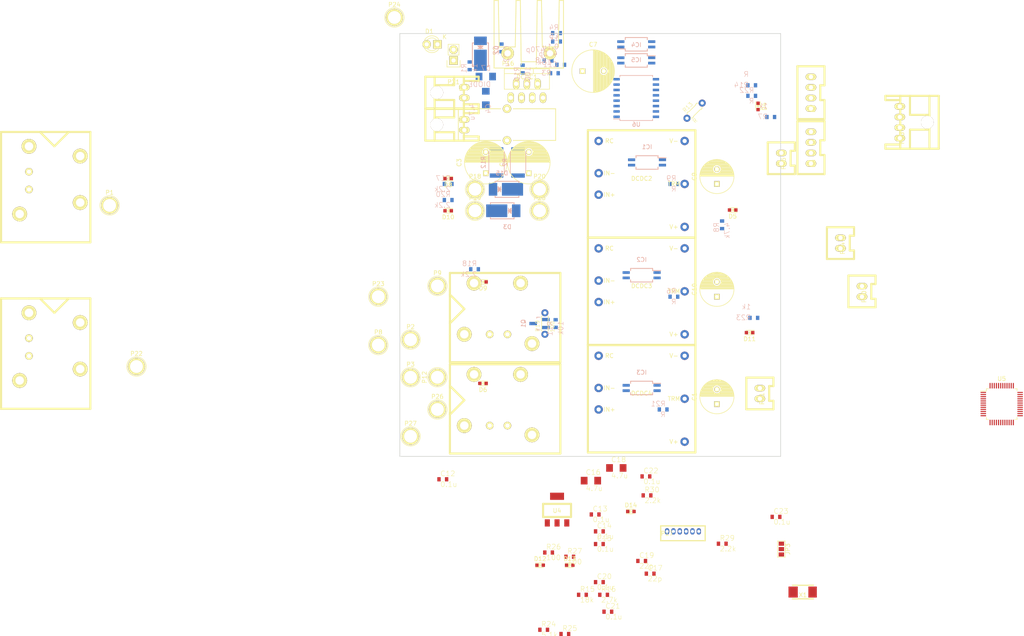
<source format=kicad_pcb>
(kicad_pcb (version 4) (host pcbnew 4.0.5)

  (general
    (links 225)
    (no_connects 225)
    (area -0.075001 -0.075001 90.075001 100.075001)
    (thickness 1.6)
    (drawings 4)
    (tracks 0)
    (zones 0)
    (modules 113)
    (nets 71)
  )

  (page A4)
  (layers
    (0 F.Cu signal)
    (31 B.Cu signal)
    (32 B.Adhes user)
    (33 F.Adhes user)
    (34 B.Paste user)
    (35 F.Paste user)
    (36 B.SilkS user)
    (37 F.SilkS user)
    (38 B.Mask user)
    (39 F.Mask user)
    (40 Dwgs.User user)
    (41 Cmts.User user)
    (42 Eco1.User user)
    (43 Eco2.User user)
    (44 Edge.Cuts user)
    (45 Margin user)
    (46 B.CrtYd user)
    (47 F.CrtYd user)
    (48 B.Fab user)
    (49 F.Fab user)
  )

  (setup
    (last_trace_width 2)
    (user_trace_width 0.5)
    (user_trace_width 1)
    (user_trace_width 2)
    (user_trace_width 3)
    (trace_clearance 0.2)
    (zone_clearance 0.35)
    (zone_45_only no)
    (trace_min 0.2)
    (segment_width 0.2)
    (edge_width 0.15)
    (via_size 0.6)
    (via_drill 0.4)
    (via_min_size 0.4)
    (via_min_drill 0.3)
    (user_via 1.5 0.8)
    (user_via 4 3)
    (uvia_size 0.3)
    (uvia_drill 0.1)
    (uvias_allowed no)
    (uvia_min_size 0.2)
    (uvia_min_drill 0.1)
    (pcb_text_width 0.3)
    (pcb_text_size 1.5 1.5)
    (mod_edge_width 0.15)
    (mod_text_size 1 1)
    (mod_text_width 0.15)
    (pad_size 2 2)
    (pad_drill 1)
    (pad_to_mask_clearance 0.2)
    (aux_axis_origin 0 0)
    (visible_elements 7FFDFFFF)
    (pcbplotparams
      (layerselection 0x01000_80000000)
      (usegerberextensions false)
      (excludeedgelayer true)
      (linewidth 0.100000)
      (plotframeref false)
      (viasonmask false)
      (mode 1)
      (useauxorigin false)
      (hpglpennumber 1)
      (hpglpenspeed 20)
      (hpglpendiameter 15)
      (hpglpenoverlay 2)
      (psnegative false)
      (psa4output false)
      (plotreference true)
      (plotvalue true)
      (plotinvisibletext false)
      (padsonsilk false)
      (subtractmaskfromsilk false)
      (outputformat 1)
      (mirror false)
      (drillshape 0)
      (scaleselection 1)
      (outputdirectory ""))
  )

  (net 0 "")
  (net 1 GNDPWR)
  (net 2 +BATT)
  (net 3 "Net-(C3-Pad1)")
  (net 4 "Net-(C5-Pad2)")
  (net 5 /5V)
  (net 6 "Net-(D1-Pad2)")
  (net 7 "Net-(D4-Pad2)")
  (net 8 "Net-(D5-Pad2)")
  (net 9 "Net-(IC2-Pad1)")
  (net 10 "Net-(D3-Pad1)")
  (net 11 "Net-(D8-Pad1)")
  (net 12 "Net-(D8-Pad2)")
  (net 13 "Net-(D9-Pad2)")
  (net 14 /15V)
  (net 15 "Net-(IC1-Pad1)")
  (net 16 "Net-(IC1-Pad3)")
  (net 17 "Net-(Q1-PadG)")
  (net 18 "Net-(D10-Pad1)")
  (net 19 "Net-(D10-Pad2)")
  (net 20 "Net-(D11-Pad2)")
  (net 21 "Net-(IC3-Pad1)")
  (net 22 "Net-(IC4-Pad1)")
  (net 23 /POWER_EN_HIGH)
  (net 24 /POWER_EN_LOW)
  (net 25 "Net-(IC1-Pad4)")
  (net 26 /12V_RasPi)
  (net 27 /12V_CAN)
  (net 28 "Net-(D6-Pad1)")
  (net 29 "Net-(D6-Pad2)")
  (net 30 "Net-(IC5-Pad4)")
  (net 31 "Net-(IC2-Pad3)")
  (net 32 "Net-(IC3-Pad3)")
  (net 33 "Net-(P13-Pad3)")
  (net 34 "Net-(C2-Pad1)")
  (net 35 "Net-(C2-Pad2)")
  (net 36 "Net-(C8-Pad1)")
  (net 37 "Net-(C11-Pad1)")
  (net 38 "Net-(DCDC1-Pad6)")
  (net 39 "Net-(IC5-Pad1)")
  (net 40 "Net-(P21-Pad1)")
  (net 41 "Net-(P16-Pad1)")
  (net 42 GND)
  (net 43 /3.3V)
  (net 44 "Net-(C17-Pad1)")
  (net 45 "Net-(C19-Pad1)")
  (net 46 /VBATT)
  (net 47 /V15V)
  (net 48 "Net-(D12-Pad2)")
  (net 49 "Net-(D13-Pad2)")
  (net 50 /LED)
  (net 51 /CAN_H)
  (net 52 /CAN_L)
  (net 53 /NRST)
  (net 54 "Net-(JP3-Pad2)")
  (net 55 /SWDCK)
  (net 56 /SWDIO)
  (net 57 /USART1_TX)
  (net 58 /USART1_RX)
  (net 59 /CAN_VSENSE)
  (net 60 /CAN_RX)
  (net 61 /CAN_TX)
  (net 62 "Net-(D14-Pad2)")
  (net 63 "Net-(D14-Pad1)")
  (net 64 "Net-(D15-Pad2)")
  (net 65 "Net-(D15-Pad1)")
  (net 66 /POWER+_B)
  (net 67 "Net-(U1-Pad2)")
  (net 68 "Net-(U1-Pad1)")
  (net 69 "Net-(U2-Pad2)")
  (net 70 "Net-(U2-Pad1)")

  (net_class Default "これは標準のネット クラスです。"
    (clearance 0.2)
    (trace_width 0.25)
    (via_dia 0.6)
    (via_drill 0.4)
    (uvia_dia 0.3)
    (uvia_drill 0.1)
    (add_net +BATT)
    (add_net /12V_CAN)
    (add_net /12V_RasPi)
    (add_net /15V)
    (add_net /3.3V)
    (add_net /5V)
    (add_net /CAN_H)
    (add_net /CAN_L)
    (add_net /CAN_RX)
    (add_net /CAN_TX)
    (add_net /CAN_VSENSE)
    (add_net /LED)
    (add_net /NRST)
    (add_net /POWER+_B)
    (add_net /POWER_EN_HIGH)
    (add_net /POWER_EN_LOW)
    (add_net /SWDCK)
    (add_net /SWDIO)
    (add_net /USART1_RX)
    (add_net /USART1_TX)
    (add_net /V15V)
    (add_net /VBATT)
    (add_net GND)
    (add_net GNDPWR)
    (add_net "Net-(C11-Pad1)")
    (add_net "Net-(C17-Pad1)")
    (add_net "Net-(C19-Pad1)")
    (add_net "Net-(C2-Pad1)")
    (add_net "Net-(C2-Pad2)")
    (add_net "Net-(C3-Pad1)")
    (add_net "Net-(C5-Pad2)")
    (add_net "Net-(C8-Pad1)")
    (add_net "Net-(D1-Pad2)")
    (add_net "Net-(D10-Pad1)")
    (add_net "Net-(D10-Pad2)")
    (add_net "Net-(D11-Pad2)")
    (add_net "Net-(D12-Pad2)")
    (add_net "Net-(D13-Pad2)")
    (add_net "Net-(D14-Pad1)")
    (add_net "Net-(D14-Pad2)")
    (add_net "Net-(D15-Pad1)")
    (add_net "Net-(D15-Pad2)")
    (add_net "Net-(D3-Pad1)")
    (add_net "Net-(D4-Pad2)")
    (add_net "Net-(D5-Pad2)")
    (add_net "Net-(D6-Pad1)")
    (add_net "Net-(D6-Pad2)")
    (add_net "Net-(D8-Pad1)")
    (add_net "Net-(D8-Pad2)")
    (add_net "Net-(D9-Pad2)")
    (add_net "Net-(DCDC1-Pad6)")
    (add_net "Net-(IC1-Pad1)")
    (add_net "Net-(IC1-Pad3)")
    (add_net "Net-(IC1-Pad4)")
    (add_net "Net-(IC2-Pad1)")
    (add_net "Net-(IC2-Pad3)")
    (add_net "Net-(IC3-Pad1)")
    (add_net "Net-(IC3-Pad3)")
    (add_net "Net-(IC4-Pad1)")
    (add_net "Net-(IC5-Pad1)")
    (add_net "Net-(IC5-Pad4)")
    (add_net "Net-(JP3-Pad2)")
    (add_net "Net-(P13-Pad3)")
    (add_net "Net-(P16-Pad1)")
    (add_net "Net-(P21-Pad1)")
    (add_net "Net-(Q1-PadG)")
    (add_net "Net-(U1-Pad1)")
    (add_net "Net-(U1-Pad2)")
    (add_net "Net-(U2-Pad1)")
    (add_net "Net-(U2-Pad2)")
  )

  (module Relays_ThroughHole:V23076-A3001-D142 (layer F.Cu) (tedit 57049A26) (tstamp 57FCAE45)
    (at -87.63 66.04 90)
    (path /57FDEB1C)
    (fp_text reference U1 (at 0 0.5 90) (layer F.SilkS)
      (effects (font (size 1 1) (thickness 0.15)))
    )
    (fp_text value V23076-D3001-D142 (at 0 -0.5 90) (layer F.Fab)
      (effects (font (size 1 1) (thickness 0.15)))
    )
    (fp_line (start 0 6) (end 3.4 9.4) (layer F.SilkS) (width 0.5))
    (fp_line (start 0 6) (end 3.4 2.6) (layer F.SilkS) (width 0.5))
    (fp_line (start -22.7 -6.6) (end -22.7 14.5) (layer F.SilkS) (width 0.5))
    (fp_line (start 3.4 0) (end 3.4 14.5) (layer F.SilkS) (width 0.5))
    (fp_line (start 3.4 14.5) (end -22.7 14.5) (layer F.SilkS) (width 0.5))
    (fp_line (start 3.4 -6.6) (end -22.7 -6.6) (layer F.SilkS) (width 0.5))
    (fp_line (start 3.4 0) (end 3.4 -6.6) (layer F.SilkS) (width 0.5))
    (pad 5 thru_hole circle (at 0 0 90) (size 3.5 3.5) (drill 2) (layers *.Cu *.Mask F.SilkS)
      (net 66 /POWER+_B))
    (pad 2 thru_hole circle (at -10.2 0 90) (size 1.8 1.8) (drill 1) (layers *.Cu *.Mask F.SilkS)
      (net 67 "Net-(U1-Pad2)"))
    (pad 1 thru_hole circle (at -6 0 90) (size 1.8 1.8) (drill 1) (layers *.Cu *.Mask F.SilkS)
      (net 68 "Net-(U1-Pad1)"))
    (pad 4 thru_hole circle (at -16 -2.2 90) (size 3.5 3.5) (drill 2) (layers *.Cu *.Mask F.SilkS)
      (net 18 "Net-(D10-Pad1)"))
    (pad 4 thru_hole circle (at -2.3 12.1 90) (size 3.5 3.5) (drill 2) (layers *.Cu *.Mask F.SilkS)
      (net 18 "Net-(D10-Pad1)"))
    (pad 4 thru_hole circle (at -13.3 12.1 90) (size 3.5 3.5) (drill 2) (layers *.Cu *.Mask F.SilkS)
      (net 18 "Net-(D10-Pad1)"))
    (model Relays_ThroughHole.3dshapes/V23076-D3001.wrl
      (at (xyz 0.135 0.26 0))
      (scale (xyz 3.95 3.95 3.95))
      (rotate (xyz 0 0 180))
    )
  )

  (module Relays_ThroughHole:V23076-A3001-D142 (layer F.Cu) (tedit 57049A26) (tstamp 57FCB1B3)
    (at -87.63 26.67 90)
    (path /57CFAB0E)
    (fp_text reference U3 (at 0 0.5 90) (layer F.SilkS)
      (effects (font (size 1 1) (thickness 0.15)))
    )
    (fp_text value V23076-D3001-D142 (at 0 -0.5 90) (layer F.Fab)
      (effects (font (size 1 1) (thickness 0.15)))
    )
    (fp_line (start 0 6) (end 3.4 9.4) (layer F.SilkS) (width 0.5))
    (fp_line (start 0 6) (end 3.4 2.6) (layer F.SilkS) (width 0.5))
    (fp_line (start -22.7 -6.6) (end -22.7 14.5) (layer F.SilkS) (width 0.5))
    (fp_line (start 3.4 0) (end 3.4 14.5) (layer F.SilkS) (width 0.5))
    (fp_line (start 3.4 14.5) (end -22.7 14.5) (layer F.SilkS) (width 0.5))
    (fp_line (start 3.4 -6.6) (end -22.7 -6.6) (layer F.SilkS) (width 0.5))
    (fp_line (start 3.4 0) (end 3.4 -6.6) (layer F.SilkS) (width 0.5))
    (pad 5 thru_hole circle (at 0 0 90) (size 3.5 3.5) (drill 2) (layers *.Cu *.Mask F.SilkS)
      (net 66 /POWER+_B))
    (pad 2 thru_hole circle (at -10.2 0 90) (size 1.8 1.8) (drill 1) (layers *.Cu *.Mask F.SilkS)
      (net 67 "Net-(U1-Pad2)"))
    (pad 1 thru_hole circle (at -6 0 90) (size 1.8 1.8) (drill 1) (layers *.Cu *.Mask F.SilkS)
      (net 68 "Net-(U1-Pad1)"))
    (pad 4 thru_hole circle (at -16 -2.2 90) (size 3.5 3.5) (drill 2) (layers *.Cu *.Mask F.SilkS)
      (net 11 "Net-(D8-Pad1)"))
    (pad 4 thru_hole circle (at -2.3 12.1 90) (size 3.5 3.5) (drill 2) (layers *.Cu *.Mask F.SilkS)
      (net 11 "Net-(D8-Pad1)"))
    (pad 4 thru_hole circle (at -13.3 12.1 90) (size 3.5 3.5) (drill 2) (layers *.Cu *.Mask F.SilkS)
      (net 11 "Net-(D8-Pad1)"))
    (model Relays_ThroughHole.3dshapes/V23076-D3001.wrl
      (at (xyz 0.135 0.26 0))
      (scale (xyz 3.95 3.95 3.95))
      (rotate (xyz 0 0 180))
    )
  )

  (module RP_KiCAD_Connector:XA_2LC (layer F.Cu) (tedit 5763B232) (tstamp 57FCB086)
    (at 15.24 12.7 270)
    (path /57CFF4A3)
    (fp_text reference P4 (at 0 0.5 270) (layer F.SilkS)
      (effects (font (size 1 1) (thickness 0.15)))
    )
    (fp_text value CONN_01X02 (at 0 -0.5 270) (layer F.Fab)
      (effects (font (size 1 1) (thickness 0.15)))
    )
    (fp_line (start -1.5 -3.4) (end -2.5 -3.4) (layer F.SilkS) (width 0.5))
    (fp_line (start 5 -3.4) (end 4 -3.4) (layer F.SilkS) (width 0.5))
    (fp_line (start 4 -3.4) (end 4 0.1) (layer F.SilkS) (width 0.5))
    (fp_line (start -1.5 -3.4) (end -1.5 0.1) (layer F.SilkS) (width 0.5))
    (fp_line (start 3 2.4) (end 5 2.4) (layer F.SilkS) (width 0.5))
    (fp_line (start -0.5 2.4) (end -2.5 2.4) (layer F.SilkS) (width 0.5))
    (fp_line (start 3 2.4) (end 3 7) (layer F.SilkS) (width 0.5))
    (fp_line (start -0.5 2.4) (end -0.5 7) (layer F.SilkS) (width 0.5))
    (fp_line (start -2.5 0.1) (end 5 0.1) (layer F.SilkS) (width 0.5))
    (fp_line (start -2.5 7) (end 5 7) (layer F.SilkS) (width 0.5))
    (fp_line (start -2.5 9.2) (end 5 9.2) (layer F.SilkS) (width 0.5))
    (fp_line (start 5 -3.4) (end 5 9.2) (layer F.SilkS) (width 0.5))
    (fp_line (start -2.5 -3.4) (end -2.5 9.2) (layer F.SilkS) (width 0.5))
    (pad 1 thru_hole oval (at 0 0 270) (size 1.5 2.5) (drill 1) (layers *.Cu *.Mask F.SilkS)
      (net 14 /15V))
    (pad 2 thru_hole oval (at 2.5 0 270) (size 1.5 2.5) (drill 1) (layers *.Cu *.Mask F.SilkS)
      (net 40 "Net-(P21-Pad1)"))
    (pad "" thru_hole circle (at 1.25 6.5 270) (size 3 3) (drill 3) (layers *.Cu *.Mask F.SilkS)
      (clearance -0.3))
    (model conn_XA/XA_2S.wrl
      (at (xyz 0.05 -0.2 0))
      (scale (xyz 4 4 4))
      (rotate (xyz 0 0 180))
    )
  )

  (module RP_KiCAD_Libs:C3216 (layer B.Cu) (tedit 0) (tstamp 57FCAFAD)
    (at 20.32 15.24 90)
    (descr <b>CAPACITOR</b>)
    (path /57D09215)
    (fp_text reference C4 (at -1.27 1.27 90) (layer B.SilkS)
      (effects (font (size 1.2065 1.2065) (thickness 0.1016)) (justify left bottom mirror))
    )
    (fp_text value 4.7u (at -1.27 -2.54 90) (layer B.SilkS)
      (effects (font (size 1.2065 1.2065) (thickness 0.1016)) (justify left bottom mirror))
    )
    (fp_line (start -0.965 0.787) (end 0.965 0.787) (layer Dwgs.User) (width 0.1016))
    (fp_line (start -0.965 -0.787) (end 0.965 -0.787) (layer Dwgs.User) (width 0.1016))
    (fp_poly (pts (xy -1.7018 -0.8509) (xy -0.9517 -0.8509) (xy -0.9517 0.8491) (xy -1.7018 0.8491)) (layer Dwgs.User) (width 0))
    (fp_poly (pts (xy 0.9517 -0.8491) (xy 1.7018 -0.8491) (xy 1.7018 0.8509) (xy 0.9517 0.8509)) (layer Dwgs.User) (width 0))
    (fp_poly (pts (xy -0.3 -0.5001) (xy 0.3 -0.5001) (xy 0.3 0.5001) (xy -0.3 0.5001)) (layer B.Adhes) (width 0))
    (pad 1 smd rect (at -1.6 0 90) (size 1.6 1.8) (layers B.Cu B.Paste B.Mask)
      (net 3 "Net-(C3-Pad1)"))
    (pad 2 smd rect (at 1.6 0 90) (size 1.6 1.8) (layers B.Cu B.Paste B.Mask)
      (net 1 GNDPWR))
    (model Resistors_SMD.3dshapes/R_1206.wrl
      (at (xyz 0 0 0))
      (scale (xyz 1 1 1))
      (rotate (xyz 0 0 0))
    )
  )

  (module RP_KiCAD_Libs:C1608_WP (layer B.Cu) (tedit 57C3E677) (tstamp 57FCAFB3)
    (at 37.03 1.88 180)
    (descr <b>CAPACITOR</b>)
    (path /57D046F4)
    (fp_text reference C5 (at -0.635 0.635 180) (layer B.SilkS)
      (effects (font (size 1.2065 1.2065) (thickness 0.1016)) (justify left bottom mirror))
    )
    (fp_text value 0.1u (at -0.635 -1.905 180) (layer B.SilkS)
      (effects (font (size 1.2065 1.2065) (thickness 0.1016)) (justify left bottom mirror))
    )
    (fp_line (start -0.356 0.432) (end 0.356 0.432) (layer Dwgs.User) (width 0.1016))
    (fp_line (start -0.356 -0.419) (end 0.356 -0.419) (layer Dwgs.User) (width 0.1016))
    (fp_poly (pts (xy -0.8382 -0.4699) (xy -0.3381 -0.4699) (xy -0.3381 0.4801) (xy -0.8382 0.4801)) (layer Dwgs.User) (width 0))
    (fp_poly (pts (xy 0.3302 -0.4699) (xy 0.8303 -0.4699) (xy 0.8303 0.4801) (xy 0.3302 0.4801)) (layer Dwgs.User) (width 0))
    (fp_poly (pts (xy -0.1999 -0.3) (xy 0.1999 -0.3) (xy 0.1999 0.3) (xy -0.1999 0.3)) (layer B.Adhes) (width 0))
    (pad 1 smd rect (at -0.9 0 180) (size 0.8 1) (layers B.Cu B.Paste B.Mask)
      (net 1 GNDPWR))
    (pad 2 smd rect (at 0.9 0 180) (size 0.8 1) (layers B.Cu B.Paste B.Mask)
      (net 4 "Net-(C5-Pad2)"))
    (model Resistors_SMD.3dshapes/R_0603.wrl
      (at (xyz 0 0 0))
      (scale (xyz 1 1 1))
      (rotate (xyz 0 0 0))
    )
  )

  (module Capacitors_ThroughHole:C_Radial_D10_L20_P5 (layer F.Cu) (tedit 0) (tstamp 57FCAFBF)
    (at 43.18 8.89)
    (descr "Radial Electrolytic Capacitor Diameter 10mm x Length 20mm, Pitch 5mm")
    (tags "Electrolytic Capacitor")
    (path /57CFF505)
    (fp_text reference C7 (at 2.5 -6.3) (layer F.SilkS)
      (effects (font (size 1 1) (thickness 0.15)))
    )
    (fp_text value 1000u (at 2.5 6.3) (layer F.Fab)
      (effects (font (size 1 1) (thickness 0.15)))
    )
    (fp_line (start 2.575 -4.999) (end 2.575 4.999) (layer F.SilkS) (width 0.15))
    (fp_line (start 2.715 -4.995) (end 2.715 4.995) (layer F.SilkS) (width 0.15))
    (fp_line (start 2.855 -4.987) (end 2.855 4.987) (layer F.SilkS) (width 0.15))
    (fp_line (start 2.995 -4.975) (end 2.995 4.975) (layer F.SilkS) (width 0.15))
    (fp_line (start 3.135 -4.96) (end 3.135 4.96) (layer F.SilkS) (width 0.15))
    (fp_line (start 3.275 -4.94) (end 3.275 4.94) (layer F.SilkS) (width 0.15))
    (fp_line (start 3.415 -4.916) (end 3.415 4.916) (layer F.SilkS) (width 0.15))
    (fp_line (start 3.555 -4.887) (end 3.555 4.887) (layer F.SilkS) (width 0.15))
    (fp_line (start 3.695 -4.855) (end 3.695 4.855) (layer F.SilkS) (width 0.15))
    (fp_line (start 3.835 -4.818) (end 3.835 4.818) (layer F.SilkS) (width 0.15))
    (fp_line (start 3.975 -4.777) (end 3.975 4.777) (layer F.SilkS) (width 0.15))
    (fp_line (start 4.115 -4.732) (end 4.115 -0.466) (layer F.SilkS) (width 0.15))
    (fp_line (start 4.115 0.466) (end 4.115 4.732) (layer F.SilkS) (width 0.15))
    (fp_line (start 4.255 -4.682) (end 4.255 -0.667) (layer F.SilkS) (width 0.15))
    (fp_line (start 4.255 0.667) (end 4.255 4.682) (layer F.SilkS) (width 0.15))
    (fp_line (start 4.395 -4.627) (end 4.395 -0.796) (layer F.SilkS) (width 0.15))
    (fp_line (start 4.395 0.796) (end 4.395 4.627) (layer F.SilkS) (width 0.15))
    (fp_line (start 4.535 -4.567) (end 4.535 -0.885) (layer F.SilkS) (width 0.15))
    (fp_line (start 4.535 0.885) (end 4.535 4.567) (layer F.SilkS) (width 0.15))
    (fp_line (start 4.675 -4.502) (end 4.675 -0.946) (layer F.SilkS) (width 0.15))
    (fp_line (start 4.675 0.946) (end 4.675 4.502) (layer F.SilkS) (width 0.15))
    (fp_line (start 4.815 -4.432) (end 4.815 -0.983) (layer F.SilkS) (width 0.15))
    (fp_line (start 4.815 0.983) (end 4.815 4.432) (layer F.SilkS) (width 0.15))
    (fp_line (start 4.955 -4.356) (end 4.955 -0.999) (layer F.SilkS) (width 0.15))
    (fp_line (start 4.955 0.999) (end 4.955 4.356) (layer F.SilkS) (width 0.15))
    (fp_line (start 5.095 -4.274) (end 5.095 -0.995) (layer F.SilkS) (width 0.15))
    (fp_line (start 5.095 0.995) (end 5.095 4.274) (layer F.SilkS) (width 0.15))
    (fp_line (start 5.235 -4.186) (end 5.235 -0.972) (layer F.SilkS) (width 0.15))
    (fp_line (start 5.235 0.972) (end 5.235 4.186) (layer F.SilkS) (width 0.15))
    (fp_line (start 5.375 -4.091) (end 5.375 -0.927) (layer F.SilkS) (width 0.15))
    (fp_line (start 5.375 0.927) (end 5.375 4.091) (layer F.SilkS) (width 0.15))
    (fp_line (start 5.515 -3.989) (end 5.515 -0.857) (layer F.SilkS) (width 0.15))
    (fp_line (start 5.515 0.857) (end 5.515 3.989) (layer F.SilkS) (width 0.15))
    (fp_line (start 5.655 -3.879) (end 5.655 -0.756) (layer F.SilkS) (width 0.15))
    (fp_line (start 5.655 0.756) (end 5.655 3.879) (layer F.SilkS) (width 0.15))
    (fp_line (start 5.795 -3.761) (end 5.795 -0.607) (layer F.SilkS) (width 0.15))
    (fp_line (start 5.795 0.607) (end 5.795 3.761) (layer F.SilkS) (width 0.15))
    (fp_line (start 5.935 -3.633) (end 5.935 -0.355) (layer F.SilkS) (width 0.15))
    (fp_line (start 5.935 0.355) (end 5.935 3.633) (layer F.SilkS) (width 0.15))
    (fp_line (start 6.075 -3.496) (end 6.075 3.496) (layer F.SilkS) (width 0.15))
    (fp_line (start 6.215 -3.346) (end 6.215 3.346) (layer F.SilkS) (width 0.15))
    (fp_line (start 6.355 -3.184) (end 6.355 3.184) (layer F.SilkS) (width 0.15))
    (fp_line (start 6.495 -3.007) (end 6.495 3.007) (layer F.SilkS) (width 0.15))
    (fp_line (start 6.635 -2.811) (end 6.635 2.811) (layer F.SilkS) (width 0.15))
    (fp_line (start 6.775 -2.593) (end 6.775 2.593) (layer F.SilkS) (width 0.15))
    (fp_line (start 6.915 -2.347) (end 6.915 2.347) (layer F.SilkS) (width 0.15))
    (fp_line (start 7.055 -2.062) (end 7.055 2.062) (layer F.SilkS) (width 0.15))
    (fp_line (start 7.195 -1.72) (end 7.195 1.72) (layer F.SilkS) (width 0.15))
    (fp_line (start 7.335 -1.274) (end 7.335 1.274) (layer F.SilkS) (width 0.15))
    (fp_line (start 7.475 -0.499) (end 7.475 0.499) (layer F.SilkS) (width 0.15))
    (fp_circle (center 5 0) (end 5 -1) (layer F.SilkS) (width 0.15))
    (fp_circle (center 2.5 0) (end 2.5 -5.0375) (layer F.SilkS) (width 0.15))
    (fp_circle (center 2.5 0) (end 2.5 -5.3) (layer F.CrtYd) (width 0.05))
    (pad 1 thru_hole rect (at 0 0) (size 1.3 1.3) (drill 0.8) (layers *.Cu *.Mask F.SilkS)
      (net 14 /15V))
    (pad 2 thru_hole circle (at 5 0) (size 1.3 1.3) (drill 0.8) (layers *.Cu *.Mask F.SilkS)
      (net 1 GNDPWR))
    (model Capacitors_ThroughHole.3dshapes/C_Radial_D10_L20_P5.wrl
      (at (xyz 0 0 0))
      (scale (xyz 1 1 1))
      (rotate (xyz 0 0 0))
    )
  )

  (module LEDs:LED-3MM (layer F.Cu) (tedit 559B82F6) (tstamp 57FCAFD7)
    (at 8.89 2.54 180)
    (descr "LED 3mm round vertical")
    (tags "LED  3mm round vertical")
    (path /57CFCFA2)
    (fp_text reference D1 (at 1.91 3.06 180) (layer F.SilkS)
      (effects (font (size 1 1) (thickness 0.15)))
    )
    (fp_text value LED (at 1.3 -2.9 180) (layer F.Fab)
      (effects (font (size 1 1) (thickness 0.15)))
    )
    (fp_line (start -1.2 2.3) (end 3.8 2.3) (layer F.CrtYd) (width 0.05))
    (fp_line (start 3.8 2.3) (end 3.8 -2.2) (layer F.CrtYd) (width 0.05))
    (fp_line (start 3.8 -2.2) (end -1.2 -2.2) (layer F.CrtYd) (width 0.05))
    (fp_line (start -1.2 -2.2) (end -1.2 2.3) (layer F.CrtYd) (width 0.05))
    (fp_line (start -0.199 1.314) (end -0.199 1.114) (layer F.SilkS) (width 0.15))
    (fp_line (start -0.199 -1.28) (end -0.199 -1.1) (layer F.SilkS) (width 0.15))
    (fp_arc (start 1.301 0.034) (end -0.199 -1.286) (angle 108.5) (layer F.SilkS) (width 0.15))
    (fp_arc (start 1.301 0.034) (end 0.25 -1.1) (angle 85.7) (layer F.SilkS) (width 0.15))
    (fp_arc (start 1.311 0.034) (end 3.051 0.994) (angle 110) (layer F.SilkS) (width 0.15))
    (fp_arc (start 1.301 0.034) (end 2.335 1.094) (angle 87.5) (layer F.SilkS) (width 0.15))
    (fp_text user K (at -1.69 1.74 180) (layer F.SilkS)
      (effects (font (size 1 1) (thickness 0.15)))
    )
    (pad 1 thru_hole rect (at 0 0 270) (size 2 2) (drill 1.00076) (layers *.Cu *.Mask F.SilkS)
      (net 14 /15V))
    (pad 2 thru_hole circle (at 2.54 0 180) (size 2 2) (drill 1.00076) (layers *.Cu *.Mask F.SilkS)
      (net 6 "Net-(D1-Pad2)"))
    (model LEDs.3dshapes/LED-3MM.wrl
      (at (xyz 0.05 0 0))
      (scale (xyz 1 1 1))
      (rotate (xyz 0 0 90))
    )
  )

  (module Connect:1pin (layer F.Cu) (tedit 0) (tstamp 57FCB075)
    (at -68.58 40.64)
    (descr "module 1 pin (ou trou mecanique de percage)")
    (tags DEV)
    (path /57FE580E)
    (fp_text reference P1 (at 0 -3.048) (layer F.SilkS)
      (effects (font (size 1 1) (thickness 0.15)))
    )
    (fp_text value CONN_01X01 (at 0 2.794) (layer F.Fab)
      (effects (font (size 1 1) (thickness 0.15)))
    )
    (fp_circle (center 0 0) (end 0 -2.286) (layer F.SilkS) (width 0.15))
    (pad 1 thru_hole circle (at 0 0) (size 4.064 4.064) (drill 3.048) (layers *.Cu *.Mask F.SilkS)
      (net 11 "Net-(D8-Pad1)"))
  )

  (module RP_KiCAD_Connector:XA_2LC (layer F.Cu) (tedit 5763B232) (tstamp 57FCB08D)
    (at 15.24 20.32 270)
    (path /57CFF430)
    (fp_text reference P5 (at 0 0.5 270) (layer F.SilkS)
      (effects (font (size 1 1) (thickness 0.15)))
    )
    (fp_text value CONN_01X02 (at 0 -0.5 270) (layer F.Fab)
      (effects (font (size 1 1) (thickness 0.15)))
    )
    (fp_line (start -1.5 -3.4) (end -2.5 -3.4) (layer F.SilkS) (width 0.5))
    (fp_line (start 5 -3.4) (end 4 -3.4) (layer F.SilkS) (width 0.5))
    (fp_line (start 4 -3.4) (end 4 0.1) (layer F.SilkS) (width 0.5))
    (fp_line (start -1.5 -3.4) (end -1.5 0.1) (layer F.SilkS) (width 0.5))
    (fp_line (start 3 2.4) (end 5 2.4) (layer F.SilkS) (width 0.5))
    (fp_line (start -0.5 2.4) (end -2.5 2.4) (layer F.SilkS) (width 0.5))
    (fp_line (start 3 2.4) (end 3 7) (layer F.SilkS) (width 0.5))
    (fp_line (start -0.5 2.4) (end -0.5 7) (layer F.SilkS) (width 0.5))
    (fp_line (start -2.5 0.1) (end 5 0.1) (layer F.SilkS) (width 0.5))
    (fp_line (start -2.5 7) (end 5 7) (layer F.SilkS) (width 0.5))
    (fp_line (start -2.5 9.2) (end 5 9.2) (layer F.SilkS) (width 0.5))
    (fp_line (start 5 -3.4) (end 5 9.2) (layer F.SilkS) (width 0.5))
    (fp_line (start -2.5 -3.4) (end -2.5 9.2) (layer F.SilkS) (width 0.5))
    (pad 1 thru_hole oval (at 0 0 270) (size 1.5 2.5) (drill 1) (layers *.Cu *.Mask F.SilkS)
      (net 40 "Net-(P21-Pad1)"))
    (pad 2 thru_hole oval (at 2.5 0 270) (size 1.5 2.5) (drill 1) (layers *.Cu *.Mask F.SilkS)
      (net 23 /POWER_EN_HIGH))
    (pad "" thru_hole circle (at 1.25 6.5 270) (size 3 3) (drill 3) (layers *.Cu *.Mask F.SilkS)
      (clearance -0.3))
    (model conn_XA/XA_2S.wrl
      (at (xyz 0.05 -0.2 0))
      (scale (xyz 4 4 4))
      (rotate (xyz 0 0 180))
    )
  )

  (module Connect:1pin (layer F.Cu) (tedit 0) (tstamp 57FCB0A4)
    (at -5.08 73.66)
    (descr "module 1 pin (ou trou mecanique de percage)")
    (tags DEV)
    (path /57FE6796)
    (fp_text reference P8 (at 0 -3.048) (layer F.SilkS)
      (effects (font (size 1 1) (thickness 0.15)))
    )
    (fp_text value CONN_01X01 (at 0 2.794) (layer F.Fab)
      (effects (font (size 1 1) (thickness 0.15)))
    )
    (fp_circle (center 0 0) (end 0 -2.286) (layer F.SilkS) (width 0.15))
    (pad 1 thru_hole circle (at 0 0) (size 4.064 4.064) (drill 3.048) (layers *.Cu *.Mask F.SilkS)
      (net 1 GNDPWR))
  )

  (module Connect:1pin (layer F.Cu) (tedit 0) (tstamp 57FCB0E3)
    (at 17.78 41.91)
    (descr "module 1 pin (ou trou mecanique de percage)")
    (tags DEV)
    (path /57DA53F6)
    (fp_text reference P19 (at 0 -3.048) (layer F.SilkS)
      (effects (font (size 1 1) (thickness 0.15)))
    )
    (fp_text value CONN_01X01 (at 0 2.794) (layer F.Fab)
      (effects (font (size 1 1) (thickness 0.15)))
    )
    (fp_circle (center 0 0) (end 0 -2.286) (layer F.SilkS) (width 0.15))
    (pad 1 thru_hole circle (at 0 0) (size 4.064 4.064) (drill 3.048) (layers *.Cu *.Mask F.SilkS)
      (net 10 "Net-(D3-Pad1)"))
  )

  (module Connect:1pin (layer F.Cu) (tedit 0) (tstamp 57FCB0E8)
    (at 33.02 36.83)
    (descr "module 1 pin (ou trou mecanique de percage)")
    (tags DEV)
    (path /57DA5871)
    (fp_text reference P20 (at 0 -3.048) (layer F.SilkS)
      (effects (font (size 1 1) (thickness 0.15)))
    )
    (fp_text value CONN_01X01 (at 0 2.794) (layer F.Fab)
      (effects (font (size 1 1) (thickness 0.15)))
    )
    (fp_circle (center 0 0) (end 0 -2.286) (layer F.SilkS) (width 0.15))
    (pad 1 thru_hole circle (at 0 0) (size 4.064 4.064) (drill 3.048) (layers *.Cu *.Mask F.SilkS)
      (net 65 "Net-(D15-Pad1)"))
  )

  (module Pin_Headers:Pin_Header_Straight_1x02 (layer F.Cu) (tedit 54EA090C) (tstamp 57FCB0EE)
    (at 12.7 6.35 180)
    (descr "Through hole pin header")
    (tags "pin header")
    (path /57DBF6F3)
    (fp_text reference P21 (at 0 -5.1 180) (layer F.SilkS)
      (effects (font (size 1 1) (thickness 0.15)))
    )
    (fp_text value CONN_01X02 (at 0 -3.1 180) (layer F.Fab)
      (effects (font (size 1 1) (thickness 0.15)))
    )
    (fp_line (start 1.27 1.27) (end 1.27 3.81) (layer F.SilkS) (width 0.15))
    (fp_line (start 1.55 -1.55) (end 1.55 0) (layer F.SilkS) (width 0.15))
    (fp_line (start -1.75 -1.75) (end -1.75 4.3) (layer F.CrtYd) (width 0.05))
    (fp_line (start 1.75 -1.75) (end 1.75 4.3) (layer F.CrtYd) (width 0.05))
    (fp_line (start -1.75 -1.75) (end 1.75 -1.75) (layer F.CrtYd) (width 0.05))
    (fp_line (start -1.75 4.3) (end 1.75 4.3) (layer F.CrtYd) (width 0.05))
    (fp_line (start 1.27 1.27) (end -1.27 1.27) (layer F.SilkS) (width 0.15))
    (fp_line (start -1.55 0) (end -1.55 -1.55) (layer F.SilkS) (width 0.15))
    (fp_line (start -1.55 -1.55) (end 1.55 -1.55) (layer F.SilkS) (width 0.15))
    (fp_line (start -1.27 1.27) (end -1.27 3.81) (layer F.SilkS) (width 0.15))
    (fp_line (start -1.27 3.81) (end 1.27 3.81) (layer F.SilkS) (width 0.15))
    (pad 1 thru_hole rect (at 0 0 180) (size 2.032 2.032) (drill 1.016) (layers *.Cu *.Mask F.SilkS)
      (net 40 "Net-(P21-Pad1)"))
    (pad 2 thru_hole oval (at 0 2.54 180) (size 2.032 2.032) (drill 1.016) (layers *.Cu *.Mask F.SilkS)
      (net 14 /15V))
    (model Pin_Headers.3dshapes/Pin_Header_Straight_1x02.wrl
      (at (xyz 0 -0.05 0))
      (scale (xyz 1 1 1))
      (rotate (xyz 0 0 90))
    )
  )

  (module Connect:1pin (layer F.Cu) (tedit 0) (tstamp 57FCB0F3)
    (at -62.23 78.74)
    (descr "module 1 pin (ou trou mecanique de percage)")
    (tags DEV)
    (path /57FE4D21)
    (fp_text reference P22 (at 0 -3.048) (layer F.SilkS)
      (effects (font (size 1 1) (thickness 0.15)))
    )
    (fp_text value CONN_01X01 (at 0 2.794) (layer F.Fab)
      (effects (font (size 1 1) (thickness 0.15)))
    )
    (fp_circle (center 0 0) (end 0 -2.286) (layer F.SilkS) (width 0.15))
    (pad 1 thru_hole circle (at 0 0) (size 4.064 4.064) (drill 3.048) (layers *.Cu *.Mask F.SilkS)
      (net 18 "Net-(D10-Pad1)"))
  )

  (module Connect:1pin (layer F.Cu) (tedit 0) (tstamp 57FCB0F8)
    (at -5.08 62.23)
    (descr "module 1 pin (ou trou mecanique de percage)")
    (tags DEV)
    (path /57FE4F2C)
    (fp_text reference P23 (at 0 -3.048) (layer F.SilkS)
      (effects (font (size 1 1) (thickness 0.15)))
    )
    (fp_text value CONN_01X01 (at 0 2.794) (layer F.Fab)
      (effects (font (size 1 1) (thickness 0.15)))
    )
    (fp_circle (center 0 0) (end 0 -2.286) (layer F.SilkS) (width 0.15))
    (pad 1 thru_hole circle (at 0 0) (size 4.064 4.064) (drill 3.048) (layers *.Cu *.Mask F.SilkS)
      (net 1 GNDPWR))
  )

  (module Connect:1pin (layer F.Cu) (tedit 0) (tstamp 57FCB102)
    (at 33.02 41.91)
    (descr "module 1 pin (ou trou mecanique de percage)")
    (tags DEV)
    (path /58B60EB9)
    (fp_text reference P25 (at 0 -3.048) (layer F.SilkS)
      (effects (font (size 1 1) (thickness 0.15)))
    )
    (fp_text value CONN_01X01 (at 0 2.794) (layer F.Fab)
      (effects (font (size 1 1) (thickness 0.15)))
    )
    (fp_circle (center 0 0) (end 0 -2.286) (layer F.SilkS) (width 0.15))
    (pad 1 thru_hole circle (at 0 0) (size 4.064 4.064) (drill 3.048) (layers *.Cu *.Mask F.SilkS)
      (net 1 GNDPWR))
  )

  (module RP_KiCAD_Libs:C1608_WP (layer B.Cu) (tedit 57C3E677) (tstamp 57FCB125)
    (at 16.51 7.62 270)
    (descr <b>CAPACITOR</b>)
    (path /57CFCFA8)
    (fp_text reference R1 (at -0.635 0.635 270) (layer B.SilkS)
      (effects (font (size 1.2065 1.2065) (thickness 0.1016)) (justify left bottom mirror))
    )
    (fp_text value 1k (at -0.635 -1.905 270) (layer B.SilkS)
      (effects (font (size 1.2065 1.2065) (thickness 0.1016)) (justify left bottom mirror))
    )
    (fp_line (start -0.356 0.432) (end 0.356 0.432) (layer Dwgs.User) (width 0.1016))
    (fp_line (start -0.356 -0.419) (end 0.356 -0.419) (layer Dwgs.User) (width 0.1016))
    (fp_poly (pts (xy -0.8382 -0.4699) (xy -0.3381 -0.4699) (xy -0.3381 0.4801) (xy -0.8382 0.4801)) (layer Dwgs.User) (width 0))
    (fp_poly (pts (xy 0.3302 -0.4699) (xy 0.8303 -0.4699) (xy 0.8303 0.4801) (xy 0.3302 0.4801)) (layer Dwgs.User) (width 0))
    (fp_poly (pts (xy -0.1999 -0.3) (xy 0.1999 -0.3) (xy 0.1999 0.3) (xy -0.1999 0.3)) (layer B.Adhes) (width 0))
    (pad 1 smd rect (at -0.9 0 270) (size 0.8 1) (layers B.Cu B.Paste B.Mask)
      (net 6 "Net-(D1-Pad2)"))
    (pad 2 smd rect (at 0.9 0 270) (size 0.8 1) (layers B.Cu B.Paste B.Mask)
      (net 1 GNDPWR))
    (model Resistors_SMD.3dshapes/R_0603.wrl
      (at (xyz 0 0 0))
      (scale (xyz 1 1 1))
      (rotate (xyz 0 0 0))
    )
  )

  (module Resistors_SMD:R_2512 (layer B.Cu) (tedit 5415D3E2) (tstamp 57FCB12B)
    (at 27.94 30.48 270)
    (descr "Resistor SMD 2512, reflow soldering, Vishay (see dcrcw.pdf)")
    (tags "resistor 2512")
    (path /57D737B9)
    (attr smd)
    (fp_text reference R2 (at 0 3.1 270) (layer B.SilkS)
      (effects (font (size 1 1) (thickness 0.15)) (justify mirror))
    )
    (fp_text value 8.2 (at 0 -3.1 270) (layer B.Fab)
      (effects (font (size 1 1) (thickness 0.15)) (justify mirror))
    )
    (fp_line (start -3.9 1.95) (end 3.9 1.95) (layer B.CrtYd) (width 0.05))
    (fp_line (start -3.9 -1.95) (end 3.9 -1.95) (layer B.CrtYd) (width 0.05))
    (fp_line (start -3.9 1.95) (end -3.9 -1.95) (layer B.CrtYd) (width 0.05))
    (fp_line (start 3.9 1.95) (end 3.9 -1.95) (layer B.CrtYd) (width 0.05))
    (fp_line (start 2.6 -1.825) (end -2.6 -1.825) (layer B.SilkS) (width 0.15))
    (fp_line (start -2.6 1.825) (end 2.6 1.825) (layer B.SilkS) (width 0.15))
    (pad 1 smd rect (at -3.1 0 270) (size 1 3.2) (layers B.Cu B.Paste B.Mask)
      (net 3 "Net-(C3-Pad1)"))
    (pad 2 smd rect (at 3.1 0 270) (size 1 3.2) (layers B.Cu B.Paste B.Mask)
      (net 65 "Net-(D15-Pad1)"))
    (model Resistors_SMD.3dshapes/R_2512.wrl
      (at (xyz 0 0 0))
      (scale (xyz 1 1 1))
      (rotate (xyz 0 0 0))
    )
  )

  (module RP_KiCAD_Libs:C1608_WP (layer B.Cu) (tedit 57C3E677) (tstamp 57FCB143)
    (at 64.77 62.23 180)
    (descr <b>CAPACITOR</b>)
    (path /57D276BA)
    (fp_text reference R6 (at -0.635 0.635 180) (layer B.SilkS)
      (effects (font (size 1.2065 1.2065) (thickness 0.1016)) (justify left bottom mirror))
    )
    (fp_text value R (at -0.635 -1.905 180) (layer B.SilkS)
      (effects (font (size 1.2065 1.2065) (thickness 0.1016)) (justify left bottom mirror))
    )
    (fp_line (start -0.356 0.432) (end 0.356 0.432) (layer Dwgs.User) (width 0.1016))
    (fp_line (start -0.356 -0.419) (end 0.356 -0.419) (layer Dwgs.User) (width 0.1016))
    (fp_poly (pts (xy -0.8382 -0.4699) (xy -0.3381 -0.4699) (xy -0.3381 0.4801) (xy -0.8382 0.4801)) (layer Dwgs.User) (width 0))
    (fp_poly (pts (xy 0.3302 -0.4699) (xy 0.8303 -0.4699) (xy 0.8303 0.4801) (xy 0.3302 0.4801)) (layer Dwgs.User) (width 0))
    (fp_poly (pts (xy -0.1999 -0.3) (xy 0.1999 -0.3) (xy 0.1999 0.3) (xy -0.1999 0.3)) (layer B.Adhes) (width 0))
    (pad 1 smd rect (at -0.9 0 180) (size 0.8 1) (layers B.Cu B.Paste B.Mask)
      (net 27 /12V_CAN))
    (pad 2 smd rect (at 0.9 0 180) (size 0.8 1) (layers B.Cu B.Paste B.Mask)
      (net 9 "Net-(IC2-Pad1)"))
    (model Resistors_SMD.3dshapes/R_0603.wrl
      (at (xyz 0 0 0))
      (scale (xyz 1 1 1))
      (rotate (xyz 0 0 0))
    )
  )

  (module RP_KiCAD_Libs:C1608_WP (layer B.Cu) (tedit 57C3E677) (tstamp 57FCB149)
    (at 87.66 19.73)
    (descr <b>CAPACITOR</b>)
    (path /57CFC012)
    (fp_text reference R7 (at -0.635 0.635) (layer B.SilkS)
      (effects (font (size 1.2065 1.2065) (thickness 0.1016)) (justify left bottom mirror))
    )
    (fp_text value 1k (at -0.635 -1.905) (layer B.SilkS)
      (effects (font (size 1.2065 1.2065) (thickness 0.1016)) (justify left bottom mirror))
    )
    (fp_line (start -0.356 0.432) (end 0.356 0.432) (layer Dwgs.User) (width 0.1016))
    (fp_line (start -0.356 -0.419) (end 0.356 -0.419) (layer Dwgs.User) (width 0.1016))
    (fp_poly (pts (xy -0.8382 -0.4699) (xy -0.3381 -0.4699) (xy -0.3381 0.4801) (xy -0.8382 0.4801)) (layer Dwgs.User) (width 0))
    (fp_poly (pts (xy 0.3302 -0.4699) (xy 0.8303 -0.4699) (xy 0.8303 0.4801) (xy 0.3302 0.4801)) (layer Dwgs.User) (width 0))
    (fp_poly (pts (xy -0.1999 -0.3) (xy 0.1999 -0.3) (xy 0.1999 0.3) (xy -0.1999 0.3)) (layer B.Adhes) (width 0))
    (pad 1 smd rect (at -0.9 0) (size 0.8 1) (layers B.Cu B.Paste B.Mask)
      (net 7 "Net-(D4-Pad2)"))
    (pad 2 smd rect (at 0.9 0) (size 0.8 1) (layers B.Cu B.Paste B.Mask)
      (net 42 GND))
    (model Resistors_SMD.3dshapes/R_0603.wrl
      (at (xyz 0 0 0))
      (scale (xyz 1 1 1))
      (rotate (xyz 0 0 0))
    )
  )

  (module RP_KiCAD_Libs:C1608_WP (layer B.Cu) (tedit 57C3E677) (tstamp 57FCB14F)
    (at 76.16 45.23 270)
    (descr <b>CAPACITOR</b>)
    (path /57CFC051)
    (fp_text reference R8 (at -0.635 0.635 270) (layer B.SilkS)
      (effects (font (size 1.2065 1.2065) (thickness 0.1016)) (justify left bottom mirror))
    )
    (fp_text value 4.7k (at -0.635 -1.905 270) (layer B.SilkS)
      (effects (font (size 1.2065 1.2065) (thickness 0.1016)) (justify left bottom mirror))
    )
    (fp_line (start -0.356 0.432) (end 0.356 0.432) (layer Dwgs.User) (width 0.1016))
    (fp_line (start -0.356 -0.419) (end 0.356 -0.419) (layer Dwgs.User) (width 0.1016))
    (fp_poly (pts (xy -0.8382 -0.4699) (xy -0.3381 -0.4699) (xy -0.3381 0.4801) (xy -0.8382 0.4801)) (layer Dwgs.User) (width 0))
    (fp_poly (pts (xy 0.3302 -0.4699) (xy 0.8303 -0.4699) (xy 0.8303 0.4801) (xy 0.3302 0.4801)) (layer Dwgs.User) (width 0))
    (fp_poly (pts (xy -0.1999 -0.3) (xy 0.1999 -0.3) (xy 0.1999 0.3) (xy -0.1999 0.3)) (layer B.Adhes) (width 0))
    (pad 1 smd rect (at -0.9 0 270) (size 0.8 1) (layers B.Cu B.Paste B.Mask)
      (net 8 "Net-(D5-Pad2)"))
    (pad 2 smd rect (at 0.9 0 270) (size 0.8 1) (layers B.Cu B.Paste B.Mask)
      (net 42 GND))
    (model Resistors_SMD.3dshapes/R_0603.wrl
      (at (xyz 0 0 0))
      (scale (xyz 1 1 1))
      (rotate (xyz 0 0 0))
    )
  )

  (module RP_KiCAD_Libs:C1608_WP (layer B.Cu) (tedit 57C3E677) (tstamp 57FCB155)
    (at 64.77 35.56 180)
    (descr <b>CAPACITOR</b>)
    (path /57DBDDAA)
    (fp_text reference R9 (at -0.635 0.635 180) (layer B.SilkS)
      (effects (font (size 1.2065 1.2065) (thickness 0.1016)) (justify left bottom mirror))
    )
    (fp_text value R (at -0.635 -1.905 180) (layer B.SilkS)
      (effects (font (size 1.2065 1.2065) (thickness 0.1016)) (justify left bottom mirror))
    )
    (fp_line (start -0.356 0.432) (end 0.356 0.432) (layer Dwgs.User) (width 0.1016))
    (fp_line (start -0.356 -0.419) (end 0.356 -0.419) (layer Dwgs.User) (width 0.1016))
    (fp_poly (pts (xy -0.8382 -0.4699) (xy -0.3381 -0.4699) (xy -0.3381 0.4801) (xy -0.8382 0.4801)) (layer Dwgs.User) (width 0))
    (fp_poly (pts (xy 0.3302 -0.4699) (xy 0.8303 -0.4699) (xy 0.8303 0.4801) (xy 0.3302 0.4801)) (layer Dwgs.User) (width 0))
    (fp_poly (pts (xy -0.1999 -0.3) (xy 0.1999 -0.3) (xy 0.1999 0.3) (xy -0.1999 0.3)) (layer B.Adhes) (width 0))
    (pad 1 smd rect (at -0.9 0 180) (size 0.8 1) (layers B.Cu B.Paste B.Mask)
      (net 5 /5V))
    (pad 2 smd rect (at 0.9 0 180) (size 0.8 1) (layers B.Cu B.Paste B.Mask)
      (net 15 "Net-(IC1-Pad1)"))
    (model Resistors_SMD.3dshapes/R_0603.wrl
      (at (xyz 0 0 0))
      (scale (xyz 1 1 1))
      (rotate (xyz 0 0 0))
    )
  )

  (module RP_KiCAD_Libs:C1608_WP (layer B.Cu) (tedit 57C3E677) (tstamp 57FCB161)
    (at 36.83 68.58 270)
    (descr <b>CAPACITOR</b>)
    (path /57DC0A0C)
    (fp_text reference R11 (at -0.635 0.635 270) (layer B.SilkS)
      (effects (font (size 1.2065 1.2065) (thickness 0.1016)) (justify left bottom mirror))
    )
    (fp_text value 10k (at -0.635 -1.905 270) (layer B.SilkS)
      (effects (font (size 1.2065 1.2065) (thickness 0.1016)) (justify left bottom mirror))
    )
    (fp_line (start -0.356 0.432) (end 0.356 0.432) (layer Dwgs.User) (width 0.1016))
    (fp_line (start -0.356 -0.419) (end 0.356 -0.419) (layer Dwgs.User) (width 0.1016))
    (fp_poly (pts (xy -0.8382 -0.4699) (xy -0.3381 -0.4699) (xy -0.3381 0.4801) (xy -0.8382 0.4801)) (layer Dwgs.User) (width 0))
    (fp_poly (pts (xy 0.3302 -0.4699) (xy 0.8303 -0.4699) (xy 0.8303 0.4801) (xy 0.3302 0.4801)) (layer Dwgs.User) (width 0))
    (fp_poly (pts (xy -0.1999 -0.3) (xy 0.1999 -0.3) (xy 0.1999 0.3) (xy -0.1999 0.3)) (layer B.Adhes) (width 0))
    (pad 1 smd rect (at -0.9 0 270) (size 0.8 1) (layers B.Cu B.Paste B.Mask)
      (net 17 "Net-(Q1-PadG)"))
    (pad 2 smd rect (at 0.9 0 270) (size 0.8 1) (layers B.Cu B.Paste B.Mask)
      (net 1 GNDPWR))
    (model Resistors_SMD.3dshapes/R_0603.wrl
      (at (xyz 0 0 0))
      (scale (xyz 1 1 1))
      (rotate (xyz 0 0 0))
    )
  )

  (module Resistors_SMD:R_2512 (layer B.Cu) (tedit 5415D3E2) (tstamp 57FCB167)
    (at 22.86 30.48 270)
    (descr "Resistor SMD 2512, reflow soldering, Vishay (see dcrcw.pdf)")
    (tags "resistor 2512")
    (path /57D73CF6)
    (attr smd)
    (fp_text reference R12 (at 0 3.1 270) (layer B.SilkS)
      (effects (font (size 1 1) (thickness 0.15)) (justify mirror))
    )
    (fp_text value 8.2 (at 0 -3.1 270) (layer B.Fab)
      (effects (font (size 1 1) (thickness 0.15)) (justify mirror))
    )
    (fp_line (start -3.9 1.95) (end 3.9 1.95) (layer B.CrtYd) (width 0.05))
    (fp_line (start -3.9 -1.95) (end 3.9 -1.95) (layer B.CrtYd) (width 0.05))
    (fp_line (start -3.9 1.95) (end -3.9 -1.95) (layer B.CrtYd) (width 0.05))
    (fp_line (start 3.9 1.95) (end 3.9 -1.95) (layer B.CrtYd) (width 0.05))
    (fp_line (start 2.6 -1.825) (end -2.6 -1.825) (layer B.SilkS) (width 0.15))
    (fp_line (start -2.6 1.825) (end 2.6 1.825) (layer B.SilkS) (width 0.15))
    (pad 1 smd rect (at -3.1 0 270) (size 1 3.2) (layers B.Cu B.Paste B.Mask)
      (net 3 "Net-(C3-Pad1)"))
    (pad 2 smd rect (at 3.1 0 270) (size 1 3.2) (layers B.Cu B.Paste B.Mask)
      (net 65 "Net-(D15-Pad1)"))
    (model Resistors_SMD.3dshapes/R_2512.wrl
      (at (xyz 0 0 0))
      (scale (xyz 1 1 1))
      (rotate (xyz 0 0 0))
    )
  )

  (module RP_KiCAD_Libs:C1608_WP (layer B.Cu) (tedit 57C3E677) (tstamp 57FCB185)
    (at 11.43 35.56 180)
    (descr <b>CAPACITOR</b>)
    (path /57D91AE5)
    (fp_text reference R17 (at -0.635 0.635 180) (layer B.SilkS)
      (effects (font (size 1.2065 1.2065) (thickness 0.1016)) (justify left bottom mirror))
    )
    (fp_text value 2.2k (at -0.635 -1.905 180) (layer B.SilkS)
      (effects (font (size 1.2065 1.2065) (thickness 0.1016)) (justify left bottom mirror))
    )
    (fp_line (start -0.356 0.432) (end 0.356 0.432) (layer Dwgs.User) (width 0.1016))
    (fp_line (start -0.356 -0.419) (end 0.356 -0.419) (layer Dwgs.User) (width 0.1016))
    (fp_poly (pts (xy -0.8382 -0.4699) (xy -0.3381 -0.4699) (xy -0.3381 0.4801) (xy -0.8382 0.4801)) (layer Dwgs.User) (width 0))
    (fp_poly (pts (xy 0.3302 -0.4699) (xy 0.8303 -0.4699) (xy 0.8303 0.4801) (xy 0.3302 0.4801)) (layer Dwgs.User) (width 0))
    (fp_poly (pts (xy -0.1999 -0.3) (xy 0.1999 -0.3) (xy 0.1999 0.3) (xy -0.1999 0.3)) (layer B.Adhes) (width 0))
    (pad 1 smd rect (at -0.9 0 180) (size 0.8 1) (layers B.Cu B.Paste B.Mask)
      (net 12 "Net-(D8-Pad2)"))
    (pad 2 smd rect (at 0.9 0 180) (size 0.8 1) (layers B.Cu B.Paste B.Mask)
      (net 1 GNDPWR))
    (model Resistors_SMD.3dshapes/R_0603.wrl
      (at (xyz 0 0 0))
      (scale (xyz 1 1 1))
      (rotate (xyz 0 0 0))
    )
  )

  (module RP_KiCAD_Libs:C1608_WP (layer B.Cu) (tedit 57C3E677) (tstamp 57FCB18B)
    (at 17.66 55.73 180)
    (descr <b>CAPACITOR</b>)
    (path /57D973A5)
    (fp_text reference R18 (at -0.635 0.635 180) (layer B.SilkS)
      (effects (font (size 1.2065 1.2065) (thickness 0.1016)) (justify left bottom mirror))
    )
    (fp_text value 2.2k (at -0.635 -1.905 180) (layer B.SilkS)
      (effects (font (size 1.2065 1.2065) (thickness 0.1016)) (justify left bottom mirror))
    )
    (fp_line (start -0.356 0.432) (end 0.356 0.432) (layer Dwgs.User) (width 0.1016))
    (fp_line (start -0.356 -0.419) (end 0.356 -0.419) (layer Dwgs.User) (width 0.1016))
    (fp_poly (pts (xy -0.8382 -0.4699) (xy -0.3381 -0.4699) (xy -0.3381 0.4801) (xy -0.8382 0.4801)) (layer Dwgs.User) (width 0))
    (fp_poly (pts (xy 0.3302 -0.4699) (xy 0.8303 -0.4699) (xy 0.8303 0.4801) (xy 0.3302 0.4801)) (layer Dwgs.User) (width 0))
    (fp_poly (pts (xy -0.1999 -0.3) (xy 0.1999 -0.3) (xy 0.1999 0.3) (xy -0.1999 0.3)) (layer B.Adhes) (width 0))
    (pad 1 smd rect (at -0.9 0 180) (size 0.8 1) (layers B.Cu B.Paste B.Mask)
      (net 13 "Net-(D9-Pad2)"))
    (pad 2 smd rect (at 0.9 0 180) (size 0.8 1) (layers B.Cu B.Paste B.Mask)
      (net 1 GNDPWR))
    (model Resistors_SMD.3dshapes/R_0603.wrl
      (at (xyz 0 0 0))
      (scale (xyz 1 1 1))
      (rotate (xyz 0 0 0))
    )
  )

  (module RP_KiCAD_Libs:C1608_WP (layer B.Cu) (tedit 57C3E677) (tstamp 57FCB197)
    (at 11.43 39.37 180)
    (descr <b>CAPACITOR</b>)
    (path /57FDEB54)
    (fp_text reference R20 (at -0.635 0.635 180) (layer B.SilkS)
      (effects (font (size 1.2065 1.2065) (thickness 0.1016)) (justify left bottom mirror))
    )
    (fp_text value 2.2k (at -0.635 -1.905 180) (layer B.SilkS)
      (effects (font (size 1.2065 1.2065) (thickness 0.1016)) (justify left bottom mirror))
    )
    (fp_line (start -0.356 0.432) (end 0.356 0.432) (layer Dwgs.User) (width 0.1016))
    (fp_line (start -0.356 -0.419) (end 0.356 -0.419) (layer Dwgs.User) (width 0.1016))
    (fp_poly (pts (xy -0.8382 -0.4699) (xy -0.3381 -0.4699) (xy -0.3381 0.4801) (xy -0.8382 0.4801)) (layer Dwgs.User) (width 0))
    (fp_poly (pts (xy 0.3302 -0.4699) (xy 0.8303 -0.4699) (xy 0.8303 0.4801) (xy 0.3302 0.4801)) (layer Dwgs.User) (width 0))
    (fp_poly (pts (xy -0.1999 -0.3) (xy 0.1999 -0.3) (xy 0.1999 0.3) (xy -0.1999 0.3)) (layer B.Adhes) (width 0))
    (pad 1 smd rect (at -0.9 0 180) (size 0.8 1) (layers B.Cu B.Paste B.Mask)
      (net 19 "Net-(D10-Pad2)"))
    (pad 2 smd rect (at 0.9 0 180) (size 0.8 1) (layers B.Cu B.Paste B.Mask)
      (net 1 GNDPWR))
    (model Resistors_SMD.3dshapes/R_0603.wrl
      (at (xyz 0 0 0))
      (scale (xyz 1 1 1))
      (rotate (xyz 0 0 0))
    )
  )

  (module RP_KiCAD_Libs:C1608_WP (layer B.Cu) (tedit 57C3E677) (tstamp 57FCB19D)
    (at 62.23 88.9 180)
    (descr <b>CAPACITOR</b>)
    (path /57FD67BA)
    (fp_text reference R21 (at -0.635 0.635 180) (layer B.SilkS)
      (effects (font (size 1.2065 1.2065) (thickness 0.1016)) (justify left bottom mirror))
    )
    (fp_text value R (at -0.635 -1.905 180) (layer B.SilkS)
      (effects (font (size 1.2065 1.2065) (thickness 0.1016)) (justify left bottom mirror))
    )
    (fp_line (start -0.356 0.432) (end 0.356 0.432) (layer Dwgs.User) (width 0.1016))
    (fp_line (start -0.356 -0.419) (end 0.356 -0.419) (layer Dwgs.User) (width 0.1016))
    (fp_poly (pts (xy -0.8382 -0.4699) (xy -0.3381 -0.4699) (xy -0.3381 0.4801) (xy -0.8382 0.4801)) (layer Dwgs.User) (width 0))
    (fp_poly (pts (xy 0.3302 -0.4699) (xy 0.8303 -0.4699) (xy 0.8303 0.4801) (xy 0.3302 0.4801)) (layer Dwgs.User) (width 0))
    (fp_poly (pts (xy -0.1999 -0.3) (xy 0.1999 -0.3) (xy 0.1999 0.3) (xy -0.1999 0.3)) (layer B.Adhes) (width 0))
    (pad 1 smd rect (at -0.9 0 180) (size 0.8 1) (layers B.Cu B.Paste B.Mask)
      (net 26 /12V_RasPi))
    (pad 2 smd rect (at 0.9 0 180) (size 0.8 1) (layers B.Cu B.Paste B.Mask)
      (net 21 "Net-(IC3-Pad1)"))
    (model Resistors_SMD.3dshapes/R_0603.wrl
      (at (xyz 0 0 0))
      (scale (xyz 1 1 1))
      (rotate (xyz 0 0 0))
    )
  )

  (module RP_KiCAD_Libs:C1608_WP (layer B.Cu) (tedit 57C3E677) (tstamp 57FCB1A3)
    (at 83.16 14.73 180)
    (descr <b>CAPACITOR</b>)
    (path /57FD8342)
    (fp_text reference R22 (at -0.635 0.635 180) (layer B.SilkS)
      (effects (font (size 1.2065 1.2065) (thickness 0.1016)) (justify left bottom mirror))
    )
    (fp_text value R (at -0.635 -1.905 180) (layer B.SilkS)
      (effects (font (size 1.2065 1.2065) (thickness 0.1016)) (justify left bottom mirror))
    )
    (fp_line (start -0.356 0.432) (end 0.356 0.432) (layer Dwgs.User) (width 0.1016))
    (fp_line (start -0.356 -0.419) (end 0.356 -0.419) (layer Dwgs.User) (width 0.1016))
    (fp_poly (pts (xy -0.8382 -0.4699) (xy -0.3381 -0.4699) (xy -0.3381 0.4801) (xy -0.8382 0.4801)) (layer Dwgs.User) (width 0))
    (fp_poly (pts (xy 0.3302 -0.4699) (xy 0.8303 -0.4699) (xy 0.8303 0.4801) (xy 0.3302 0.4801)) (layer Dwgs.User) (width 0))
    (fp_poly (pts (xy -0.1999 -0.3) (xy 0.1999 -0.3) (xy 0.1999 0.3) (xy -0.1999 0.3)) (layer B.Adhes) (width 0))
    (pad 1 smd rect (at -0.9 0 180) (size 0.8 1) (layers B.Cu B.Paste B.Mask)
      (net 33 "Net-(P13-Pad3)"))
    (pad 2 smd rect (at 0.9 0 180) (size 0.8 1) (layers B.Cu B.Paste B.Mask)
      (net 22 "Net-(IC4-Pad1)"))
    (model Resistors_SMD.3dshapes/R_0603.wrl
      (at (xyz 0 0 0))
      (scale (xyz 1 1 1))
      (rotate (xyz 0 0 0))
    )
  )

  (module RP_KiCAD_Libs:C1608_WP (layer B.Cu) (tedit 57C3E677) (tstamp 57FCB1A9)
    (at 83.66 67.23)
    (descr <b>CAPACITOR</b>)
    (path /57FEDBBD)
    (fp_text reference R23 (at -0.635 0.635) (layer B.SilkS)
      (effects (font (size 1.2065 1.2065) (thickness 0.1016)) (justify left bottom mirror))
    )
    (fp_text value 1k (at -0.635 -1.905) (layer B.SilkS)
      (effects (font (size 1.2065 1.2065) (thickness 0.1016)) (justify left bottom mirror))
    )
    (fp_line (start -0.356 0.432) (end 0.356 0.432) (layer Dwgs.User) (width 0.1016))
    (fp_line (start -0.356 -0.419) (end 0.356 -0.419) (layer Dwgs.User) (width 0.1016))
    (fp_poly (pts (xy -0.8382 -0.4699) (xy -0.3381 -0.4699) (xy -0.3381 0.4801) (xy -0.8382 0.4801)) (layer Dwgs.User) (width 0))
    (fp_poly (pts (xy 0.3302 -0.4699) (xy 0.8303 -0.4699) (xy 0.8303 0.4801) (xy 0.3302 0.4801)) (layer Dwgs.User) (width 0))
    (fp_poly (pts (xy -0.1999 -0.3) (xy 0.1999 -0.3) (xy 0.1999 0.3) (xy -0.1999 0.3)) (layer B.Adhes) (width 0))
    (pad 1 smd rect (at -0.9 0) (size 0.8 1) (layers B.Cu B.Paste B.Mask)
      (net 20 "Net-(D11-Pad2)"))
    (pad 2 smd rect (at 0.9 0) (size 0.8 1) (layers B.Cu B.Paste B.Mask)
      (net 42 GND))
    (model Resistors_SMD.3dshapes/R_0603.wrl
      (at (xyz 0 0 0))
      (scale (xyz 1 1 1))
      (rotate (xyz 0 0 0))
    )
  )

  (module Capacitors_ThroughHole:C_Radial_D8_L11.5_P3.5 (layer F.Cu) (tedit 0) (tstamp 580469EF)
    (at 74.93 87.63 90)
    (descr "Radial Electrolytic Capacitor Diameter 8mm x Length 11.5mm, Pitch 3.5mm")
    (tags "Electrolytic Capacitor")
    (path /57FCF086)
    (fp_text reference C1 (at 1.75 -5.3 90) (layer F.SilkS)
      (effects (font (size 1 1) (thickness 0.15)))
    )
    (fp_text value 1000u (at 1.75 5.3 90) (layer F.Fab)
      (effects (font (size 1 1) (thickness 0.15)))
    )
    (fp_line (start 1.825 -3.999) (end 1.825 3.999) (layer F.SilkS) (width 0.15))
    (fp_line (start 1.965 -3.994) (end 1.965 3.994) (layer F.SilkS) (width 0.15))
    (fp_line (start 2.105 -3.984) (end 2.105 3.984) (layer F.SilkS) (width 0.15))
    (fp_line (start 2.245 -3.969) (end 2.245 3.969) (layer F.SilkS) (width 0.15))
    (fp_line (start 2.385 -3.949) (end 2.385 3.949) (layer F.SilkS) (width 0.15))
    (fp_line (start 2.525 -3.924) (end 2.525 -0.222) (layer F.SilkS) (width 0.15))
    (fp_line (start 2.525 0.222) (end 2.525 3.924) (layer F.SilkS) (width 0.15))
    (fp_line (start 2.665 -3.894) (end 2.665 -0.55) (layer F.SilkS) (width 0.15))
    (fp_line (start 2.665 0.55) (end 2.665 3.894) (layer F.SilkS) (width 0.15))
    (fp_line (start 2.805 -3.858) (end 2.805 -0.719) (layer F.SilkS) (width 0.15))
    (fp_line (start 2.805 0.719) (end 2.805 3.858) (layer F.SilkS) (width 0.15))
    (fp_line (start 2.945 -3.817) (end 2.945 -0.832) (layer F.SilkS) (width 0.15))
    (fp_line (start 2.945 0.832) (end 2.945 3.817) (layer F.SilkS) (width 0.15))
    (fp_line (start 3.085 -3.771) (end 3.085 -0.91) (layer F.SilkS) (width 0.15))
    (fp_line (start 3.085 0.91) (end 3.085 3.771) (layer F.SilkS) (width 0.15))
    (fp_line (start 3.225 -3.718) (end 3.225 -0.961) (layer F.SilkS) (width 0.15))
    (fp_line (start 3.225 0.961) (end 3.225 3.718) (layer F.SilkS) (width 0.15))
    (fp_line (start 3.365 -3.659) (end 3.365 -0.991) (layer F.SilkS) (width 0.15))
    (fp_line (start 3.365 0.991) (end 3.365 3.659) (layer F.SilkS) (width 0.15))
    (fp_line (start 3.505 -3.594) (end 3.505 -1) (layer F.SilkS) (width 0.15))
    (fp_line (start 3.505 1) (end 3.505 3.594) (layer F.SilkS) (width 0.15))
    (fp_line (start 3.645 -3.523) (end 3.645 -0.989) (layer F.SilkS) (width 0.15))
    (fp_line (start 3.645 0.989) (end 3.645 3.523) (layer F.SilkS) (width 0.15))
    (fp_line (start 3.785 -3.444) (end 3.785 -0.959) (layer F.SilkS) (width 0.15))
    (fp_line (start 3.785 0.959) (end 3.785 3.444) (layer F.SilkS) (width 0.15))
    (fp_line (start 3.925 -3.357) (end 3.925 -0.905) (layer F.SilkS) (width 0.15))
    (fp_line (start 3.925 0.905) (end 3.925 3.357) (layer F.SilkS) (width 0.15))
    (fp_line (start 4.065 -3.262) (end 4.065 -0.825) (layer F.SilkS) (width 0.15))
    (fp_line (start 4.065 0.825) (end 4.065 3.262) (layer F.SilkS) (width 0.15))
    (fp_line (start 4.205 -3.158) (end 4.205 -0.709) (layer F.SilkS) (width 0.15))
    (fp_line (start 4.205 0.709) (end 4.205 3.158) (layer F.SilkS) (width 0.15))
    (fp_line (start 4.345 -3.044) (end 4.345 -0.535) (layer F.SilkS) (width 0.15))
    (fp_line (start 4.345 0.535) (end 4.345 3.044) (layer F.SilkS) (width 0.15))
    (fp_line (start 4.485 -2.919) (end 4.485 -0.173) (layer F.SilkS) (width 0.15))
    (fp_line (start 4.485 0.173) (end 4.485 2.919) (layer F.SilkS) (width 0.15))
    (fp_line (start 4.625 -2.781) (end 4.625 2.781) (layer F.SilkS) (width 0.15))
    (fp_line (start 4.765 -2.629) (end 4.765 2.629) (layer F.SilkS) (width 0.15))
    (fp_line (start 4.905 -2.459) (end 4.905 2.459) (layer F.SilkS) (width 0.15))
    (fp_line (start 5.045 -2.268) (end 5.045 2.268) (layer F.SilkS) (width 0.15))
    (fp_line (start 5.185 -2.05) (end 5.185 2.05) (layer F.SilkS) (width 0.15))
    (fp_line (start 5.325 -1.794) (end 5.325 1.794) (layer F.SilkS) (width 0.15))
    (fp_line (start 5.465 -1.483) (end 5.465 1.483) (layer F.SilkS) (width 0.15))
    (fp_line (start 5.605 -1.067) (end 5.605 1.067) (layer F.SilkS) (width 0.15))
    (fp_line (start 5.745 -0.2) (end 5.745 0.2) (layer F.SilkS) (width 0.15))
    (fp_circle (center 3.5 0) (end 3.5 -1) (layer F.SilkS) (width 0.15))
    (fp_circle (center 1.75 0) (end 1.75 -4.0375) (layer F.SilkS) (width 0.15))
    (fp_circle (center 1.75 0) (end 1.75 -4.3) (layer F.CrtYd) (width 0.05))
    (pad 2 thru_hole circle (at 3.5 0 90) (size 1.3 1.3) (drill 0.8) (layers *.Cu *.Mask F.SilkS)
      (net 42 GND))
    (pad 1 thru_hole rect (at 0 0 90) (size 1.3 1.3) (drill 0.8) (layers *.Cu *.Mask F.SilkS)
      (net 26 /12V_RasPi))
    (model Capacitors_ThroughHole.3dshapes/C_Radial_D8_L11.5_P3.5.wrl
      (at (xyz 0 0 0))
      (scale (xyz 1 1 1))
      (rotate (xyz 0 0 0))
    )
  )

  (module Capacitors_ThroughHole:C_Radial_D8_L11.5_P3.5 (layer F.Cu) (tedit 0) (tstamp 580469F4)
    (at 74.93 35.56 90)
    (descr "Radial Electrolytic Capacitor Diameter 8mm x Length 11.5mm, Pitch 3.5mm")
    (tags "Electrolytic Capacitor")
    (path /57D43822)
    (fp_text reference C9 (at 1.75 -5.3 90) (layer F.SilkS)
      (effects (font (size 1 1) (thickness 0.15)))
    )
    (fp_text value 1000u (at 1.75 5.3 90) (layer F.Fab)
      (effects (font (size 1 1) (thickness 0.15)))
    )
    (fp_line (start 1.825 -3.999) (end 1.825 3.999) (layer F.SilkS) (width 0.15))
    (fp_line (start 1.965 -3.994) (end 1.965 3.994) (layer F.SilkS) (width 0.15))
    (fp_line (start 2.105 -3.984) (end 2.105 3.984) (layer F.SilkS) (width 0.15))
    (fp_line (start 2.245 -3.969) (end 2.245 3.969) (layer F.SilkS) (width 0.15))
    (fp_line (start 2.385 -3.949) (end 2.385 3.949) (layer F.SilkS) (width 0.15))
    (fp_line (start 2.525 -3.924) (end 2.525 -0.222) (layer F.SilkS) (width 0.15))
    (fp_line (start 2.525 0.222) (end 2.525 3.924) (layer F.SilkS) (width 0.15))
    (fp_line (start 2.665 -3.894) (end 2.665 -0.55) (layer F.SilkS) (width 0.15))
    (fp_line (start 2.665 0.55) (end 2.665 3.894) (layer F.SilkS) (width 0.15))
    (fp_line (start 2.805 -3.858) (end 2.805 -0.719) (layer F.SilkS) (width 0.15))
    (fp_line (start 2.805 0.719) (end 2.805 3.858) (layer F.SilkS) (width 0.15))
    (fp_line (start 2.945 -3.817) (end 2.945 -0.832) (layer F.SilkS) (width 0.15))
    (fp_line (start 2.945 0.832) (end 2.945 3.817) (layer F.SilkS) (width 0.15))
    (fp_line (start 3.085 -3.771) (end 3.085 -0.91) (layer F.SilkS) (width 0.15))
    (fp_line (start 3.085 0.91) (end 3.085 3.771) (layer F.SilkS) (width 0.15))
    (fp_line (start 3.225 -3.718) (end 3.225 -0.961) (layer F.SilkS) (width 0.15))
    (fp_line (start 3.225 0.961) (end 3.225 3.718) (layer F.SilkS) (width 0.15))
    (fp_line (start 3.365 -3.659) (end 3.365 -0.991) (layer F.SilkS) (width 0.15))
    (fp_line (start 3.365 0.991) (end 3.365 3.659) (layer F.SilkS) (width 0.15))
    (fp_line (start 3.505 -3.594) (end 3.505 -1) (layer F.SilkS) (width 0.15))
    (fp_line (start 3.505 1) (end 3.505 3.594) (layer F.SilkS) (width 0.15))
    (fp_line (start 3.645 -3.523) (end 3.645 -0.989) (layer F.SilkS) (width 0.15))
    (fp_line (start 3.645 0.989) (end 3.645 3.523) (layer F.SilkS) (width 0.15))
    (fp_line (start 3.785 -3.444) (end 3.785 -0.959) (layer F.SilkS) (width 0.15))
    (fp_line (start 3.785 0.959) (end 3.785 3.444) (layer F.SilkS) (width 0.15))
    (fp_line (start 3.925 -3.357) (end 3.925 -0.905) (layer F.SilkS) (width 0.15))
    (fp_line (start 3.925 0.905) (end 3.925 3.357) (layer F.SilkS) (width 0.15))
    (fp_line (start 4.065 -3.262) (end 4.065 -0.825) (layer F.SilkS) (width 0.15))
    (fp_line (start 4.065 0.825) (end 4.065 3.262) (layer F.SilkS) (width 0.15))
    (fp_line (start 4.205 -3.158) (end 4.205 -0.709) (layer F.SilkS) (width 0.15))
    (fp_line (start 4.205 0.709) (end 4.205 3.158) (layer F.SilkS) (width 0.15))
    (fp_line (start 4.345 -3.044) (end 4.345 -0.535) (layer F.SilkS) (width 0.15))
    (fp_line (start 4.345 0.535) (end 4.345 3.044) (layer F.SilkS) (width 0.15))
    (fp_line (start 4.485 -2.919) (end 4.485 -0.173) (layer F.SilkS) (width 0.15))
    (fp_line (start 4.485 0.173) (end 4.485 2.919) (layer F.SilkS) (width 0.15))
    (fp_line (start 4.625 -2.781) (end 4.625 2.781) (layer F.SilkS) (width 0.15))
    (fp_line (start 4.765 -2.629) (end 4.765 2.629) (layer F.SilkS) (width 0.15))
    (fp_line (start 4.905 -2.459) (end 4.905 2.459) (layer F.SilkS) (width 0.15))
    (fp_line (start 5.045 -2.268) (end 5.045 2.268) (layer F.SilkS) (width 0.15))
    (fp_line (start 5.185 -2.05) (end 5.185 2.05) (layer F.SilkS) (width 0.15))
    (fp_line (start 5.325 -1.794) (end 5.325 1.794) (layer F.SilkS) (width 0.15))
    (fp_line (start 5.465 -1.483) (end 5.465 1.483) (layer F.SilkS) (width 0.15))
    (fp_line (start 5.605 -1.067) (end 5.605 1.067) (layer F.SilkS) (width 0.15))
    (fp_line (start 5.745 -0.2) (end 5.745 0.2) (layer F.SilkS) (width 0.15))
    (fp_circle (center 3.5 0) (end 3.5 -1) (layer F.SilkS) (width 0.15))
    (fp_circle (center 1.75 0) (end 1.75 -4.0375) (layer F.SilkS) (width 0.15))
    (fp_circle (center 1.75 0) (end 1.75 -4.3) (layer F.CrtYd) (width 0.05))
    (pad 2 thru_hole circle (at 3.5 0 90) (size 1.3 1.3) (drill 0.8) (layers *.Cu *.Mask F.SilkS)
      (net 42 GND))
    (pad 1 thru_hole rect (at 0 0 90) (size 1.3 1.3) (drill 0.8) (layers *.Cu *.Mask F.SilkS)
      (net 5 /5V))
    (model Capacitors_ThroughHole.3dshapes/C_Radial_D8_L11.5_P3.5.wrl
      (at (xyz 0 0 0))
      (scale (xyz 1 1 1))
      (rotate (xyz 0 0 0))
    )
  )

  (module Capacitors_ThroughHole:C_Radial_D8_L11.5_P3.5 (layer F.Cu) (tedit 0) (tstamp 580469F9)
    (at 74.93 62.23 90)
    (descr "Radial Electrolytic Capacitor Diameter 8mm x Length 11.5mm, Pitch 3.5mm")
    (tags "Electrolytic Capacitor")
    (path /57D438CB)
    (fp_text reference C10 (at 1.75 -5.3 90) (layer F.SilkS)
      (effects (font (size 1 1) (thickness 0.15)))
    )
    (fp_text value 1000u (at 1.75 5.3 90) (layer F.Fab)
      (effects (font (size 1 1) (thickness 0.15)))
    )
    (fp_line (start 1.825 -3.999) (end 1.825 3.999) (layer F.SilkS) (width 0.15))
    (fp_line (start 1.965 -3.994) (end 1.965 3.994) (layer F.SilkS) (width 0.15))
    (fp_line (start 2.105 -3.984) (end 2.105 3.984) (layer F.SilkS) (width 0.15))
    (fp_line (start 2.245 -3.969) (end 2.245 3.969) (layer F.SilkS) (width 0.15))
    (fp_line (start 2.385 -3.949) (end 2.385 3.949) (layer F.SilkS) (width 0.15))
    (fp_line (start 2.525 -3.924) (end 2.525 -0.222) (layer F.SilkS) (width 0.15))
    (fp_line (start 2.525 0.222) (end 2.525 3.924) (layer F.SilkS) (width 0.15))
    (fp_line (start 2.665 -3.894) (end 2.665 -0.55) (layer F.SilkS) (width 0.15))
    (fp_line (start 2.665 0.55) (end 2.665 3.894) (layer F.SilkS) (width 0.15))
    (fp_line (start 2.805 -3.858) (end 2.805 -0.719) (layer F.SilkS) (width 0.15))
    (fp_line (start 2.805 0.719) (end 2.805 3.858) (layer F.SilkS) (width 0.15))
    (fp_line (start 2.945 -3.817) (end 2.945 -0.832) (layer F.SilkS) (width 0.15))
    (fp_line (start 2.945 0.832) (end 2.945 3.817) (layer F.SilkS) (width 0.15))
    (fp_line (start 3.085 -3.771) (end 3.085 -0.91) (layer F.SilkS) (width 0.15))
    (fp_line (start 3.085 0.91) (end 3.085 3.771) (layer F.SilkS) (width 0.15))
    (fp_line (start 3.225 -3.718) (end 3.225 -0.961) (layer F.SilkS) (width 0.15))
    (fp_line (start 3.225 0.961) (end 3.225 3.718) (layer F.SilkS) (width 0.15))
    (fp_line (start 3.365 -3.659) (end 3.365 -0.991) (layer F.SilkS) (width 0.15))
    (fp_line (start 3.365 0.991) (end 3.365 3.659) (layer F.SilkS) (width 0.15))
    (fp_line (start 3.505 -3.594) (end 3.505 -1) (layer F.SilkS) (width 0.15))
    (fp_line (start 3.505 1) (end 3.505 3.594) (layer F.SilkS) (width 0.15))
    (fp_line (start 3.645 -3.523) (end 3.645 -0.989) (layer F.SilkS) (width 0.15))
    (fp_line (start 3.645 0.989) (end 3.645 3.523) (layer F.SilkS) (width 0.15))
    (fp_line (start 3.785 -3.444) (end 3.785 -0.959) (layer F.SilkS) (width 0.15))
    (fp_line (start 3.785 0.959) (end 3.785 3.444) (layer F.SilkS) (width 0.15))
    (fp_line (start 3.925 -3.357) (end 3.925 -0.905) (layer F.SilkS) (width 0.15))
    (fp_line (start 3.925 0.905) (end 3.925 3.357) (layer F.SilkS) (width 0.15))
    (fp_line (start 4.065 -3.262) (end 4.065 -0.825) (layer F.SilkS) (width 0.15))
    (fp_line (start 4.065 0.825) (end 4.065 3.262) (layer F.SilkS) (width 0.15))
    (fp_line (start 4.205 -3.158) (end 4.205 -0.709) (layer F.SilkS) (width 0.15))
    (fp_line (start 4.205 0.709) (end 4.205 3.158) (layer F.SilkS) (width 0.15))
    (fp_line (start 4.345 -3.044) (end 4.345 -0.535) (layer F.SilkS) (width 0.15))
    (fp_line (start 4.345 0.535) (end 4.345 3.044) (layer F.SilkS) (width 0.15))
    (fp_line (start 4.485 -2.919) (end 4.485 -0.173) (layer F.SilkS) (width 0.15))
    (fp_line (start 4.485 0.173) (end 4.485 2.919) (layer F.SilkS) (width 0.15))
    (fp_line (start 4.625 -2.781) (end 4.625 2.781) (layer F.SilkS) (width 0.15))
    (fp_line (start 4.765 -2.629) (end 4.765 2.629) (layer F.SilkS) (width 0.15))
    (fp_line (start 4.905 -2.459) (end 4.905 2.459) (layer F.SilkS) (width 0.15))
    (fp_line (start 5.045 -2.268) (end 5.045 2.268) (layer F.SilkS) (width 0.15))
    (fp_line (start 5.185 -2.05) (end 5.185 2.05) (layer F.SilkS) (width 0.15))
    (fp_line (start 5.325 -1.794) (end 5.325 1.794) (layer F.SilkS) (width 0.15))
    (fp_line (start 5.465 -1.483) (end 5.465 1.483) (layer F.SilkS) (width 0.15))
    (fp_line (start 5.605 -1.067) (end 5.605 1.067) (layer F.SilkS) (width 0.15))
    (fp_line (start 5.745 -0.2) (end 5.745 0.2) (layer F.SilkS) (width 0.15))
    (fp_circle (center 3.5 0) (end 3.5 -1) (layer F.SilkS) (width 0.15))
    (fp_circle (center 1.75 0) (end 1.75 -4.0375) (layer F.SilkS) (width 0.15))
    (fp_circle (center 1.75 0) (end 1.75 -4.3) (layer F.CrtYd) (width 0.05))
    (pad 2 thru_hole circle (at 3.5 0 90) (size 1.3 1.3) (drill 0.8) (layers *.Cu *.Mask F.SilkS)
      (net 42 GND))
    (pad 1 thru_hole rect (at 0 0 90) (size 1.3 1.3) (drill 0.8) (layers *.Cu *.Mask F.SilkS)
      (net 27 /12V_CAN))
    (model Capacitors_ThroughHole.3dshapes/C_Radial_D8_L11.5_P3.5.wrl
      (at (xyz 0 0 0))
      (scale (xyz 1 1 1))
      (rotate (xyz 0 0 0))
    )
  )

  (module Capacitors_ThroughHole:C_Radial_D10_L20_P5 (layer F.Cu) (tedit 0) (tstamp 58046B0F)
    (at 20.32 33.02 90)
    (descr "Radial Electrolytic Capacitor Diameter 10mm x Length 20mm, Pitch 5mm")
    (tags "Electrolytic Capacitor")
    (path /57CFF427)
    (fp_text reference C3 (at 2.5 -6.3 90) (layer F.SilkS)
      (effects (font (size 1 1) (thickness 0.15)))
    )
    (fp_text value 1000u (at 2.5 6.3 90) (layer F.Fab)
      (effects (font (size 1 1) (thickness 0.15)))
    )
    (fp_line (start 2.575 -4.999) (end 2.575 4.999) (layer F.SilkS) (width 0.15))
    (fp_line (start 2.715 -4.995) (end 2.715 4.995) (layer F.SilkS) (width 0.15))
    (fp_line (start 2.855 -4.987) (end 2.855 4.987) (layer F.SilkS) (width 0.15))
    (fp_line (start 2.995 -4.975) (end 2.995 4.975) (layer F.SilkS) (width 0.15))
    (fp_line (start 3.135 -4.96) (end 3.135 4.96) (layer F.SilkS) (width 0.15))
    (fp_line (start 3.275 -4.94) (end 3.275 4.94) (layer F.SilkS) (width 0.15))
    (fp_line (start 3.415 -4.916) (end 3.415 4.916) (layer F.SilkS) (width 0.15))
    (fp_line (start 3.555 -4.887) (end 3.555 4.887) (layer F.SilkS) (width 0.15))
    (fp_line (start 3.695 -4.855) (end 3.695 4.855) (layer F.SilkS) (width 0.15))
    (fp_line (start 3.835 -4.818) (end 3.835 4.818) (layer F.SilkS) (width 0.15))
    (fp_line (start 3.975 -4.777) (end 3.975 4.777) (layer F.SilkS) (width 0.15))
    (fp_line (start 4.115 -4.732) (end 4.115 -0.466) (layer F.SilkS) (width 0.15))
    (fp_line (start 4.115 0.466) (end 4.115 4.732) (layer F.SilkS) (width 0.15))
    (fp_line (start 4.255 -4.682) (end 4.255 -0.667) (layer F.SilkS) (width 0.15))
    (fp_line (start 4.255 0.667) (end 4.255 4.682) (layer F.SilkS) (width 0.15))
    (fp_line (start 4.395 -4.627) (end 4.395 -0.796) (layer F.SilkS) (width 0.15))
    (fp_line (start 4.395 0.796) (end 4.395 4.627) (layer F.SilkS) (width 0.15))
    (fp_line (start 4.535 -4.567) (end 4.535 -0.885) (layer F.SilkS) (width 0.15))
    (fp_line (start 4.535 0.885) (end 4.535 4.567) (layer F.SilkS) (width 0.15))
    (fp_line (start 4.675 -4.502) (end 4.675 -0.946) (layer F.SilkS) (width 0.15))
    (fp_line (start 4.675 0.946) (end 4.675 4.502) (layer F.SilkS) (width 0.15))
    (fp_line (start 4.815 -4.432) (end 4.815 -0.983) (layer F.SilkS) (width 0.15))
    (fp_line (start 4.815 0.983) (end 4.815 4.432) (layer F.SilkS) (width 0.15))
    (fp_line (start 4.955 -4.356) (end 4.955 -0.999) (layer F.SilkS) (width 0.15))
    (fp_line (start 4.955 0.999) (end 4.955 4.356) (layer F.SilkS) (width 0.15))
    (fp_line (start 5.095 -4.274) (end 5.095 -0.995) (layer F.SilkS) (width 0.15))
    (fp_line (start 5.095 0.995) (end 5.095 4.274) (layer F.SilkS) (width 0.15))
    (fp_line (start 5.235 -4.186) (end 5.235 -0.972) (layer F.SilkS) (width 0.15))
    (fp_line (start 5.235 0.972) (end 5.235 4.186) (layer F.SilkS) (width 0.15))
    (fp_line (start 5.375 -4.091) (end 5.375 -0.927) (layer F.SilkS) (width 0.15))
    (fp_line (start 5.375 0.927) (end 5.375 4.091) (layer F.SilkS) (width 0.15))
    (fp_line (start 5.515 -3.989) (end 5.515 -0.857) (layer F.SilkS) (width 0.15))
    (fp_line (start 5.515 0.857) (end 5.515 3.989) (layer F.SilkS) (width 0.15))
    (fp_line (start 5.655 -3.879) (end 5.655 -0.756) (layer F.SilkS) (width 0.15))
    (fp_line (start 5.655 0.756) (end 5.655 3.879) (layer F.SilkS) (width 0.15))
    (fp_line (start 5.795 -3.761) (end 5.795 -0.607) (layer F.SilkS) (width 0.15))
    (fp_line (start 5.795 0.607) (end 5.795 3.761) (layer F.SilkS) (width 0.15))
    (fp_line (start 5.935 -3.633) (end 5.935 -0.355) (layer F.SilkS) (width 0.15))
    (fp_line (start 5.935 0.355) (end 5.935 3.633) (layer F.SilkS) (width 0.15))
    (fp_line (start 6.075 -3.496) (end 6.075 3.496) (layer F.SilkS) (width 0.15))
    (fp_line (start 6.215 -3.346) (end 6.215 3.346) (layer F.SilkS) (width 0.15))
    (fp_line (start 6.355 -3.184) (end 6.355 3.184) (layer F.SilkS) (width 0.15))
    (fp_line (start 6.495 -3.007) (end 6.495 3.007) (layer F.SilkS) (width 0.15))
    (fp_line (start 6.635 -2.811) (end 6.635 2.811) (layer F.SilkS) (width 0.15))
    (fp_line (start 6.775 -2.593) (end 6.775 2.593) (layer F.SilkS) (width 0.15))
    (fp_line (start 6.915 -2.347) (end 6.915 2.347) (layer F.SilkS) (width 0.15))
    (fp_line (start 7.055 -2.062) (end 7.055 2.062) (layer F.SilkS) (width 0.15))
    (fp_line (start 7.195 -1.72) (end 7.195 1.72) (layer F.SilkS) (width 0.15))
    (fp_line (start 7.335 -1.274) (end 7.335 1.274) (layer F.SilkS) (width 0.15))
    (fp_line (start 7.475 -0.499) (end 7.475 0.499) (layer F.SilkS) (width 0.15))
    (fp_circle (center 5 0) (end 5 -1) (layer F.SilkS) (width 0.15))
    (fp_circle (center 2.5 0) (end 2.5 -5.0375) (layer F.SilkS) (width 0.15))
    (fp_circle (center 2.5 0) (end 2.5 -5.3) (layer F.CrtYd) (width 0.05))
    (pad 1 thru_hole rect (at 0 0 90) (size 1.3 1.3) (drill 0.8) (layers *.Cu *.Mask F.SilkS)
      (net 3 "Net-(C3-Pad1)"))
    (pad 2 thru_hole circle (at 5 0 90) (size 1.3 1.3) (drill 0.8) (layers *.Cu *.Mask F.SilkS)
      (net 1 GNDPWR))
    (model Capacitors_ThroughHole.3dshapes/C_Radial_D10_L20_P5.wrl
      (at (xyz 0 0 0))
      (scale (xyz 1 1 1))
      (rotate (xyz 0 0 0))
    )
  )

  (module Capacitors_ThroughHole:C_Radial_D10_L20_P5 (layer F.Cu) (tedit 0) (tstamp 58046B14)
    (at 30.48 33.02 90)
    (descr "Radial Electrolytic Capacitor Diameter 10mm x Length 20mm, Pitch 5mm")
    (tags "Electrolytic Capacitor")
    (path /57D48AFF)
    (fp_text reference C6 (at 2.5 -6.3 90) (layer F.SilkS)
      (effects (font (size 1 1) (thickness 0.15)))
    )
    (fp_text value 1000u (at 2.5 6.3 90) (layer F.Fab)
      (effects (font (size 1 1) (thickness 0.15)))
    )
    (fp_line (start 2.575 -4.999) (end 2.575 4.999) (layer F.SilkS) (width 0.15))
    (fp_line (start 2.715 -4.995) (end 2.715 4.995) (layer F.SilkS) (width 0.15))
    (fp_line (start 2.855 -4.987) (end 2.855 4.987) (layer F.SilkS) (width 0.15))
    (fp_line (start 2.995 -4.975) (end 2.995 4.975) (layer F.SilkS) (width 0.15))
    (fp_line (start 3.135 -4.96) (end 3.135 4.96) (layer F.SilkS) (width 0.15))
    (fp_line (start 3.275 -4.94) (end 3.275 4.94) (layer F.SilkS) (width 0.15))
    (fp_line (start 3.415 -4.916) (end 3.415 4.916) (layer F.SilkS) (width 0.15))
    (fp_line (start 3.555 -4.887) (end 3.555 4.887) (layer F.SilkS) (width 0.15))
    (fp_line (start 3.695 -4.855) (end 3.695 4.855) (layer F.SilkS) (width 0.15))
    (fp_line (start 3.835 -4.818) (end 3.835 4.818) (layer F.SilkS) (width 0.15))
    (fp_line (start 3.975 -4.777) (end 3.975 4.777) (layer F.SilkS) (width 0.15))
    (fp_line (start 4.115 -4.732) (end 4.115 -0.466) (layer F.SilkS) (width 0.15))
    (fp_line (start 4.115 0.466) (end 4.115 4.732) (layer F.SilkS) (width 0.15))
    (fp_line (start 4.255 -4.682) (end 4.255 -0.667) (layer F.SilkS) (width 0.15))
    (fp_line (start 4.255 0.667) (end 4.255 4.682) (layer F.SilkS) (width 0.15))
    (fp_line (start 4.395 -4.627) (end 4.395 -0.796) (layer F.SilkS) (width 0.15))
    (fp_line (start 4.395 0.796) (end 4.395 4.627) (layer F.SilkS) (width 0.15))
    (fp_line (start 4.535 -4.567) (end 4.535 -0.885) (layer F.SilkS) (width 0.15))
    (fp_line (start 4.535 0.885) (end 4.535 4.567) (layer F.SilkS) (width 0.15))
    (fp_line (start 4.675 -4.502) (end 4.675 -0.946) (layer F.SilkS) (width 0.15))
    (fp_line (start 4.675 0.946) (end 4.675 4.502) (layer F.SilkS) (width 0.15))
    (fp_line (start 4.815 -4.432) (end 4.815 -0.983) (layer F.SilkS) (width 0.15))
    (fp_line (start 4.815 0.983) (end 4.815 4.432) (layer F.SilkS) (width 0.15))
    (fp_line (start 4.955 -4.356) (end 4.955 -0.999) (layer F.SilkS) (width 0.15))
    (fp_line (start 4.955 0.999) (end 4.955 4.356) (layer F.SilkS) (width 0.15))
    (fp_line (start 5.095 -4.274) (end 5.095 -0.995) (layer F.SilkS) (width 0.15))
    (fp_line (start 5.095 0.995) (end 5.095 4.274) (layer F.SilkS) (width 0.15))
    (fp_line (start 5.235 -4.186) (end 5.235 -0.972) (layer F.SilkS) (width 0.15))
    (fp_line (start 5.235 0.972) (end 5.235 4.186) (layer F.SilkS) (width 0.15))
    (fp_line (start 5.375 -4.091) (end 5.375 -0.927) (layer F.SilkS) (width 0.15))
    (fp_line (start 5.375 0.927) (end 5.375 4.091) (layer F.SilkS) (width 0.15))
    (fp_line (start 5.515 -3.989) (end 5.515 -0.857) (layer F.SilkS) (width 0.15))
    (fp_line (start 5.515 0.857) (end 5.515 3.989) (layer F.SilkS) (width 0.15))
    (fp_line (start 5.655 -3.879) (end 5.655 -0.756) (layer F.SilkS) (width 0.15))
    (fp_line (start 5.655 0.756) (end 5.655 3.879) (layer F.SilkS) (width 0.15))
    (fp_line (start 5.795 -3.761) (end 5.795 -0.607) (layer F.SilkS) (width 0.15))
    (fp_line (start 5.795 0.607) (end 5.795 3.761) (layer F.SilkS) (width 0.15))
    (fp_line (start 5.935 -3.633) (end 5.935 -0.355) (layer F.SilkS) (width 0.15))
    (fp_line (start 5.935 0.355) (end 5.935 3.633) (layer F.SilkS) (width 0.15))
    (fp_line (start 6.075 -3.496) (end 6.075 3.496) (layer F.SilkS) (width 0.15))
    (fp_line (start 6.215 -3.346) (end 6.215 3.346) (layer F.SilkS) (width 0.15))
    (fp_line (start 6.355 -3.184) (end 6.355 3.184) (layer F.SilkS) (width 0.15))
    (fp_line (start 6.495 -3.007) (end 6.495 3.007) (layer F.SilkS) (width 0.15))
    (fp_line (start 6.635 -2.811) (end 6.635 2.811) (layer F.SilkS) (width 0.15))
    (fp_line (start 6.775 -2.593) (end 6.775 2.593) (layer F.SilkS) (width 0.15))
    (fp_line (start 6.915 -2.347) (end 6.915 2.347) (layer F.SilkS) (width 0.15))
    (fp_line (start 7.055 -2.062) (end 7.055 2.062) (layer F.SilkS) (width 0.15))
    (fp_line (start 7.195 -1.72) (end 7.195 1.72) (layer F.SilkS) (width 0.15))
    (fp_line (start 7.335 -1.274) (end 7.335 1.274) (layer F.SilkS) (width 0.15))
    (fp_line (start 7.475 -0.499) (end 7.475 0.499) (layer F.SilkS) (width 0.15))
    (fp_circle (center 5 0) (end 5 -1) (layer F.SilkS) (width 0.15))
    (fp_circle (center 2.5 0) (end 2.5 -5.0375) (layer F.SilkS) (width 0.15))
    (fp_circle (center 2.5 0) (end 2.5 -5.3) (layer F.CrtYd) (width 0.05))
    (pad 1 thru_hole rect (at 0 0 90) (size 1.3 1.3) (drill 0.8) (layers *.Cu *.Mask F.SilkS)
      (net 3 "Net-(C3-Pad1)"))
    (pad 2 thru_hole circle (at 5 0 90) (size 1.3 1.3) (drill 0.8) (layers *.Cu *.Mask F.SilkS)
      (net 1 GNDPWR))
    (model Capacitors_ThroughHole.3dshapes/C_Radial_D10_L20_P5.wrl
      (at (xyz 0 0 0))
      (scale (xyz 1 1 1))
      (rotate (xyz 0 0 0))
    )
  )

  (module RP_KiCAD_Connector:XA_4T (layer F.Cu) (tedit 5763BB94) (tstamp 5804763A)
    (at 97.16 30.73 90)
    (path /57D345E4)
    (fp_text reference P6 (at 0 0.5 90) (layer F.SilkS)
      (effects (font (size 1 1) (thickness 0.15)))
    )
    (fp_text value CONN_01X04 (at 0 -0.5 90) (layer F.Fab)
      (effects (font (size 1 1) (thickness 0.15)))
    )
    (fp_line (start -2.5 3.2) (end 2 3.2) (layer F.SilkS) (width 0.5))
    (fp_line (start 2 3.2) (end 2 2.2) (layer F.SilkS) (width 0.5))
    (fp_line (start 2 2.2) (end 5.5 2.2) (layer F.SilkS) (width 0.5))
    (fp_line (start 5.5 2.2) (end 5.5 3.2) (layer F.SilkS) (width 0.5))
    (fp_line (start 5.5 3.2) (end 10 3.2) (layer F.SilkS) (width 0.5))
    (fp_line (start 10 -3.2) (end -2.5 -3.2) (layer F.SilkS) (width 0.5))
    (fp_line (start 10 3.2) (end 10 -3.2) (layer F.SilkS) (width 0.5))
    (fp_line (start -2.5 -3.2) (end -2.5 3.2) (layer F.SilkS) (width 0.5))
    (pad 4 thru_hole oval (at 0 0 90) (size 1.5 2.5) (drill 1) (layers *.Cu *.Mask F.SilkS)
      (net 52 /CAN_L))
    (pad 3 thru_hole oval (at 2.5 0 90) (size 1.5 2.5) (drill 1) (layers *.Cu *.Mask F.SilkS)
      (net 51 /CAN_H))
    (pad 2 thru_hole oval (at 5 0 90) (size 1.5 2.5) (drill 1) (layers *.Cu *.Mask F.SilkS)
      (net 27 /12V_CAN))
    (pad 1 thru_hole oval (at 7.5 0 90) (size 1.5 2.5) (drill 1) (layers *.Cu *.Mask F.SilkS)
      (net 42 GND))
    (model conn_XA/XA_4T.wrl
      (at (xyz 0.15 0 0))
      (scale (xyz 3.95 3.95 3.95))
      (rotate (xyz -90 0 0))
    )
  )

  (module RP_KiCAD_Connector:XA_4T (layer F.Cu) (tedit 5763BB94) (tstamp 58047641)
    (at 97.16 17.73 90)
    (path /57D34671)
    (fp_text reference P7 (at 0 0.5 90) (layer F.SilkS)
      (effects (font (size 1 1) (thickness 0.15)))
    )
    (fp_text value CONN_01X04 (at 0 -0.5 90) (layer F.Fab)
      (effects (font (size 1 1) (thickness 0.15)))
    )
    (fp_line (start -2.5 3.2) (end 2 3.2) (layer F.SilkS) (width 0.5))
    (fp_line (start 2 3.2) (end 2 2.2) (layer F.SilkS) (width 0.5))
    (fp_line (start 2 2.2) (end 5.5 2.2) (layer F.SilkS) (width 0.5))
    (fp_line (start 5.5 2.2) (end 5.5 3.2) (layer F.SilkS) (width 0.5))
    (fp_line (start 5.5 3.2) (end 10 3.2) (layer F.SilkS) (width 0.5))
    (fp_line (start 10 -3.2) (end -2.5 -3.2) (layer F.SilkS) (width 0.5))
    (fp_line (start 10 3.2) (end 10 -3.2) (layer F.SilkS) (width 0.5))
    (fp_line (start -2.5 -3.2) (end -2.5 3.2) (layer F.SilkS) (width 0.5))
    (pad 4 thru_hole oval (at 0 0 90) (size 1.5 2.5) (drill 1) (layers *.Cu *.Mask F.SilkS)
      (net 52 /CAN_L))
    (pad 3 thru_hole oval (at 2.5 0 90) (size 1.5 2.5) (drill 1) (layers *.Cu *.Mask F.SilkS)
      (net 51 /CAN_H))
    (pad 2 thru_hole oval (at 5 0 90) (size 1.5 2.5) (drill 1) (layers *.Cu *.Mask F.SilkS)
      (net 27 /12V_CAN))
    (pad 1 thru_hole oval (at 7.5 0 90) (size 1.5 2.5) (drill 1) (layers *.Cu *.Mask F.SilkS)
      (net 42 GND))
    (model conn_XA/XA_4T.wrl
      (at (xyz 0.15 0 0))
      (scale (xyz 3.95 3.95 3.95))
      (rotate (xyz -90 0 0))
    )
  )

  (module RP_KiCAD_Connector:XA_2T (layer F.Cu) (tedit 5763B242) (tstamp 58047648)
    (at 109.22 62.23 90)
    (path /57D5FC5F)
    (fp_text reference P10 (at 0 0.5 90) (layer F.SilkS)
      (effects (font (size 1 1) (thickness 0.15)))
    )
    (fp_text value CONN_01X02 (at 0 -0.5 90) (layer F.Fab)
      (effects (font (size 1 1) (thickness 0.15)))
    )
    (fp_line (start -2.5 3.2) (end -0.5 3.2) (layer F.SilkS) (width 0.5))
    (fp_line (start -0.5 3.2) (end -0.5 2.2) (layer F.SilkS) (width 0.5))
    (fp_line (start -0.5 2.2) (end 3 2.2) (layer F.SilkS) (width 0.5))
    (fp_line (start 3 2.2) (end 3 3.2) (layer F.SilkS) (width 0.5))
    (fp_line (start 3 3.2) (end 5 3.2) (layer F.SilkS) (width 0.5))
    (fp_line (start -2.5 -3.2) (end -2.5 3.2) (layer F.SilkS) (width 0.5))
    (fp_line (start 5 3.2) (end 5 -3.2) (layer F.SilkS) (width 0.5))
    (fp_line (start 5 -3.2) (end -2.5 -3.2) (layer F.SilkS) (width 0.5))
    (pad 2 thru_hole oval (at 0 0 90) (size 1.5 2.5) (drill 1) (layers *.Cu *.Mask F.SilkS)
      (net 5 /5V))
    (pad 1 thru_hole oval (at 2.5 0 90) (size 1.5 2.5) (drill 1) (layers *.Cu *.Mask F.SilkS)
      (net 42 GND))
    (model conn_XA/XA_2T.wrl
      (at (xyz 0.05 0 0))
      (scale (xyz 4 4 4))
      (rotate (xyz -90 0 0))
    )
  )

  (module RP_KiCAD_Connector:XA_2T (layer F.Cu) (tedit 5763B242) (tstamp 5804764D)
    (at 85.09 86.36 90)
    (path /57D60784)
    (fp_text reference P11 (at 0 0.5 90) (layer F.SilkS)
      (effects (font (size 1 1) (thickness 0.15)))
    )
    (fp_text value CONN_01X02 (at 0 -0.5 90) (layer F.Fab)
      (effects (font (size 1 1) (thickness 0.15)))
    )
    (fp_line (start -2.5 3.2) (end -0.5 3.2) (layer F.SilkS) (width 0.5))
    (fp_line (start -0.5 3.2) (end -0.5 2.2) (layer F.SilkS) (width 0.5))
    (fp_line (start -0.5 2.2) (end 3 2.2) (layer F.SilkS) (width 0.5))
    (fp_line (start 3 2.2) (end 3 3.2) (layer F.SilkS) (width 0.5))
    (fp_line (start 3 3.2) (end 5 3.2) (layer F.SilkS) (width 0.5))
    (fp_line (start -2.5 -3.2) (end -2.5 3.2) (layer F.SilkS) (width 0.5))
    (fp_line (start 5 3.2) (end 5 -3.2) (layer F.SilkS) (width 0.5))
    (fp_line (start 5 -3.2) (end -2.5 -3.2) (layer F.SilkS) (width 0.5))
    (pad 2 thru_hole oval (at 0 0 90) (size 1.5 2.5) (drill 1) (layers *.Cu *.Mask F.SilkS)
      (net 26 /12V_RasPi))
    (pad 1 thru_hole oval (at 2.5 0 90) (size 1.5 2.5) (drill 1) (layers *.Cu *.Mask F.SilkS)
      (net 42 GND))
    (model conn_XA/XA_2T.wrl
      (at (xyz 0.05 0 0))
      (scale (xyz 4 4 4))
      (rotate (xyz -90 0 0))
    )
  )

  (module Connect:1pin (layer F.Cu) (tedit 0) (tstamp 5805F81D)
    (at 2.54 72.39)
    (descr "module 1 pin (ou trou mecanique de percage)")
    (tags DEV)
    (path /58AAF9EE)
    (fp_text reference P2 (at 0 -3.048) (layer F.SilkS)
      (effects (font (size 1 1) (thickness 0.15)))
    )
    (fp_text value CONN_01X01 (at 0 2.794) (layer F.Fab)
      (effects (font (size 1 1) (thickness 0.15)))
    )
    (fp_circle (center 0 0) (end 0 -2.286) (layer F.SilkS) (width 0.15))
    (pad 1 thru_hole circle (at 0 0) (size 4.064 4.064) (drill 3.048) (layers *.Cu *.Mask F.SilkS)
      (net 1 GNDPWR))
  )

  (module Connect:1pin (layer F.Cu) (tedit 0) (tstamp 5805F822)
    (at 2.54 81.28)
    (descr "module 1 pin (ou trou mecanique de percage)")
    (tags DEV)
    (path /58AAF9E2)
    (fp_text reference P3 (at 0 -3.048) (layer F.SilkS)
      (effects (font (size 1 1) (thickness 0.15)))
    )
    (fp_text value CONN_01X01 (at 0 2.794) (layer F.Fab)
      (effects (font (size 1 1) (thickness 0.15)))
    )
    (fp_circle (center 0 0) (end 0 -2.286) (layer F.SilkS) (width 0.15))
    (pad 1 thru_hole circle (at 0 0) (size 4.064 4.064) (drill 3.048) (layers *.Cu *.Mask F.SilkS)
      (net 1 GNDPWR))
  )

  (module Connect:1pin (layer F.Cu) (tedit 0) (tstamp 5805F827)
    (at 8.89 59.69)
    (descr "module 1 pin (ou trou mecanique de percage)")
    (tags DEV)
    (path /58AAF9E8)
    (fp_text reference P9 (at 0 -3.048) (layer F.SilkS)
      (effects (font (size 1 1) (thickness 0.15)))
    )
    (fp_text value CONN_01X01 (at 0 2.794) (layer F.Fab)
      (effects (font (size 1 1) (thickness 0.15)))
    )
    (fp_circle (center 0 0) (end 0 -2.286) (layer F.SilkS) (width 0.15))
    (pad 1 thru_hole circle (at 0 0) (size 4.064 4.064) (drill 3.048) (layers *.Cu *.Mask F.SilkS)
      (net 28 "Net-(D6-Pad1)"))
  )

  (module Connect:1pin (layer F.Cu) (tedit 0) (tstamp 5805F828)
    (at 8.89 81.28 90)
    (descr "module 1 pin (ou trou mecanique de percage)")
    (tags DEV)
    (path /58AAF9DC)
    (fp_text reference P12 (at 0 -3.048 90) (layer F.SilkS)
      (effects (font (size 1 1) (thickness 0.15)))
    )
    (fp_text value CONN_01X01 (at 0 2.794 90) (layer F.Fab)
      (effects (font (size 1 1) (thickness 0.15)))
    )
    (fp_circle (center 0 0) (end 0 -2.286) (layer F.SilkS) (width 0.15))
    (pad 1 thru_hole circle (at 0 0 90) (size 4.064 4.064) (drill 3.048) (layers *.Cu *.Mask F.SilkS)
      (net 63 "Net-(D14-Pad1)"))
  )

  (module Relays_ThroughHole:V23076-A3001-D142 (layer F.Cu) (tedit 57049A26) (tstamp 5805F83B)
    (at 15.24 71.12 180)
    (path /58AAF9AC)
    (fp_text reference U2 (at 0 0.5 180) (layer F.SilkS)
      (effects (font (size 1 1) (thickness 0.15)))
    )
    (fp_text value V23076-D3001-D142 (at 0 -0.5 180) (layer F.Fab)
      (effects (font (size 1 1) (thickness 0.15)))
    )
    (fp_line (start 0 6) (end 3.4 9.4) (layer F.SilkS) (width 0.5))
    (fp_line (start 0 6) (end 3.4 2.6) (layer F.SilkS) (width 0.5))
    (fp_line (start -22.7 -6.6) (end -22.7 14.5) (layer F.SilkS) (width 0.5))
    (fp_line (start 3.4 0) (end 3.4 14.5) (layer F.SilkS) (width 0.5))
    (fp_line (start 3.4 14.5) (end -22.7 14.5) (layer F.SilkS) (width 0.5))
    (fp_line (start 3.4 -6.6) (end -22.7 -6.6) (layer F.SilkS) (width 0.5))
    (fp_line (start 3.4 0) (end 3.4 -6.6) (layer F.SilkS) (width 0.5))
    (pad 5 thru_hole circle (at 0 0 180) (size 3.5 3.5) (drill 2) (layers *.Cu *.Mask F.SilkS)
      (net 66 /POWER+_B))
    (pad 2 thru_hole circle (at -10.2 0 180) (size 1.8 1.8) (drill 1) (layers *.Cu *.Mask F.SilkS)
      (net 69 "Net-(U2-Pad2)"))
    (pad 1 thru_hole circle (at -6 0 180) (size 1.8 1.8) (drill 1) (layers *.Cu *.Mask F.SilkS)
      (net 70 "Net-(U2-Pad1)"))
    (pad 4 thru_hole circle (at -16 -2.2 180) (size 3.5 3.5) (drill 2) (layers *.Cu *.Mask F.SilkS)
      (net 28 "Net-(D6-Pad1)"))
    (pad 4 thru_hole circle (at -2.3 12.1 180) (size 3.5 3.5) (drill 2) (layers *.Cu *.Mask F.SilkS)
      (net 28 "Net-(D6-Pad1)"))
    (pad 4 thru_hole circle (at -13.3 12.1 180) (size 3.5 3.5) (drill 2) (layers *.Cu *.Mask F.SilkS)
      (net 28 "Net-(D6-Pad1)"))
    (model Relays_ThroughHole.3dshapes/V23076-D3001.wrl
      (at (xyz 0.135 0.26 0))
      (scale (xyz 3.95 3.95 3.95))
      (rotate (xyz 0 0 180))
    )
  )

  (module RP_KiCAD_Connector:XA_4LC (layer F.Cu) (tedit 5763BBB7) (tstamp 5806053F)
    (at 118.16 24.73 90)
    (path /5807D231)
    (fp_text reference P13 (at 0 0.5 90) (layer F.SilkS)
      (effects (font (size 1 1) (thickness 0.15)))
    )
    (fp_text value CONN_01X04 (at 0 -0.5 90) (layer F.Fab)
      (effects (font (size 1 1) (thickness 0.15)))
    )
    (fp_line (start 10 -3.4) (end 9 -3.4) (layer F.SilkS) (width 0.5))
    (fp_line (start 9 -3.4) (end 9 0.1) (layer F.SilkS) (width 0.5))
    (fp_line (start -2.5 -3.4) (end -1.5 -3.4) (layer F.SilkS) (width 0.5))
    (fp_line (start -1.5 -3.4) (end -1.5 0.1) (layer F.SilkS) (width 0.5))
    (fp_line (start 10 0.1) (end -2.5 0.1) (layer F.SilkS) (width 0.5))
    (fp_line (start 5.5 2.4) (end 10 2.4) (layer F.SilkS) (width 0.5))
    (fp_line (start 2 2.4) (end -2.5 2.4) (layer F.SilkS) (width 0.5))
    (fp_line (start 5.5 2.4) (end 5.5 7) (layer F.SilkS) (width 0.5))
    (fp_line (start 2 2.4) (end 2 7) (layer F.SilkS) (width 0.5))
    (fp_line (start -2.5 7) (end 10 7) (layer F.SilkS) (width 0.5))
    (fp_line (start 10 -3.4) (end 10 9.2) (layer F.SilkS) (width 0.5))
    (fp_line (start 10 9.2) (end -2.5 9.2) (layer F.SilkS) (width 0.5))
    (fp_line (start -2.5 -3.4) (end -2.5 9.2) (layer F.SilkS) (width 0.5))
    (pad 1 thru_hole oval (at 0 0 90) (size 1.5 2.5) (drill 1) (layers *.Cu *.Mask F.SilkS)
      (net 42 GND))
    (pad 2 thru_hole oval (at 2.5 0 90) (size 1.5 2.5) (drill 1) (layers *.Cu *.Mask F.SilkS)
      (net 5 /5V))
    (pad 3 thru_hole oval (at 5 0 90) (size 1.5 2.5) (drill 1) (layers *.Cu *.Mask F.SilkS)
      (net 33 "Net-(P13-Pad3)"))
    (pad 4 thru_hole oval (at 7.5 0 90) (size 1.5 2.5) (drill 1) (layers *.Cu *.Mask F.SilkS)
      (net 30 "Net-(IC5-Pad4)"))
    (pad "" thru_hole circle (at 3.75 6.5 90) (size 3 3) (drill 3) (layers *.Cu *.Mask F.SilkS)
      (clearance -0.3))
    (model conn_XA/XA_4S.wrl
      (at (xyz 0.15 -0.2 0))
      (scale (xyz 4 4 4))
      (rotate (xyz 0 0 180))
    )
  )

  (module TO_SOT_Packages_SMD:SOT-23_Handsoldering (layer B.Cu) (tedit 56FA59B0) (tstamp 57FCB11F)
    (at 33.02 68.58 270)
    (descr "SOT-23, Handsoldering")
    (tags SOT-23)
    (path /57DC060C)
    (attr smd)
    (fp_text reference Q1 (at 0 3.81 270) (layer B.SilkS)
      (effects (font (size 1 1) (thickness 0.15)) (justify mirror))
    )
    (fp_text value MOSFET_N (at 0 -3.81 270) (layer B.Fab)
      (effects (font (size 1 1) (thickness 0.15)) (justify mirror))
    )
    (fp_line (start -1.49982 -0.0508) (end -1.49982 0.65024) (layer B.SilkS) (width 0.15))
    (fp_line (start -1.49982 0.65024) (end -1.2509 0.65024) (layer B.SilkS) (width 0.15))
    (fp_line (start 1.29916 0.65024) (end 1.49982 0.65024) (layer B.SilkS) (width 0.15))
    (fp_line (start 1.49982 0.65024) (end 1.49982 -0.0508) (layer B.SilkS) (width 0.15))
    (pad G smd rect (at -0.95 -1.50114 270) (size 0.8001 1.80086) (layers B.Cu B.Paste B.Mask)
      (net 17 "Net-(Q1-PadG)"))
    (pad S smd rect (at 0.95 -1.50114 270) (size 0.8001 1.80086) (layers B.Cu B.Paste B.Mask)
      (net 1 GNDPWR))
    (pad D smd rect (at 0 1.50114 270) (size 0.8001 1.80086) (layers B.Cu B.Paste B.Mask)
      (net 24 /POWER_EN_LOW))
    (model TO_SOT_Packages_SMD.3dshapes/SOT-23_Handsoldering.wrl
      (at (xyz 0 0 0))
      (scale (xyz 1 1 1))
      (rotate (xyz 0 0 0))
    )
  )

  (module RP_KiCAD_Libs:0204_2f5 (layer F.Cu) (tedit 0) (tstamp 5806F80A)
    (at 34.29 68.58 90)
    (descr "<b>RESISTOR</b><p>\ntype 0204, grid 5 mm")
    (path /57DC0B9F)
    (fp_text reference R19 (at -2.0066 -1.1684 90) (layer F.SilkS)
      (effects (font (size 0.94107 0.94107) (thickness 0.09906)) (justify left bottom))
    )
    (fp_text value 100 (at -2.1336 2.3114 90) (layer F.SilkS)
      (effects (font (size 0.94107 0.94107) (thickness 0.09906)) (justify left bottom))
    )
    (fp_line (start 2.54 0) (end 2.032 0) (layer Dwgs.User) (width 0.508))
    (fp_line (start -2.54 0) (end -2.032 0) (layer Dwgs.User) (width 0.508))
    (fp_arc (start -1.524 -0.635) (end -1.778 -0.635) (angle 90) (layer F.SilkS) (width 0.1524))
    (fp_arc (start -1.524 0.635) (end -1.778 0.635) (angle -90) (layer F.SilkS) (width 0.1524))
    (fp_arc (start 1.524 0.635) (end 1.524 0.889) (angle -90) (layer F.SilkS) (width 0.1524))
    (fp_arc (start 1.524 -0.635) (end 1.524 -0.889) (angle 90) (layer F.SilkS) (width 0.1524))
    (fp_line (start -1.778 0.635) (end -1.778 -0.635) (layer Dwgs.User) (width 0.1524))
    (fp_line (start -1.524 -0.889) (end -1.27 -0.889) (layer F.SilkS) (width 0.1524))
    (fp_line (start -1.143 -0.762) (end -1.27 -0.889) (layer F.SilkS) (width 0.1524))
    (fp_line (start -1.524 0.889) (end -1.27 0.889) (layer F.SilkS) (width 0.1524))
    (fp_line (start -1.143 0.762) (end -1.27 0.889) (layer F.SilkS) (width 0.1524))
    (fp_line (start 1.143 -0.762) (end 1.27 -0.889) (layer F.SilkS) (width 0.1524))
    (fp_line (start 1.143 -0.762) (end -1.143 -0.762) (layer F.SilkS) (width 0.1524))
    (fp_line (start 1.143 0.762) (end 1.27 0.889) (layer F.SilkS) (width 0.1524))
    (fp_line (start 1.143 0.762) (end -1.143 0.762) (layer F.SilkS) (width 0.1524))
    (fp_line (start 1.524 -0.889) (end 1.27 -0.889) (layer F.SilkS) (width 0.1524))
    (fp_line (start 1.524 0.889) (end 1.27 0.889) (layer F.SilkS) (width 0.1524))
    (fp_line (start 1.778 0.635) (end 1.778 -0.635) (layer Dwgs.User) (width 0.1524))
    (fp_poly (pts (xy -2.032 0.254) (xy -1.778 0.254) (xy -1.778 -0.254) (xy -2.032 -0.254)) (layer Dwgs.User) (width 0))
    (fp_poly (pts (xy 1.778 0.254) (xy 2.032 0.254) (xy 2.032 -0.254) (xy 1.778 -0.254)) (layer Dwgs.User) (width 0))
    (pad 1 thru_hole circle (at -2.54 0 90) (size 1.6764 1.6764) (drill 0.8) (layers *.Cu *.Mask)
      (net 32 "Net-(IC3-Pad3)"))
    (pad 2 thru_hole circle (at 2.54 0 90) (size 1.6764 1.6764) (drill 0.8) (layers *.Cu *.Mask)
      (net 17 "Net-(Q1-PadG)"))
    (model discret/resistors/horizontal/r_h_1R.wrl
      (at (xyz 0 0 0))
      (scale (xyz 0.2 0.2 0.2))
      (rotate (xyz 0 0 0))
    )
  )

  (module Diodes_SMD:POWER_DI5 (layer B.Cu) (tedit 57FCB3E2) (tstamp 58070564)
    (at 25.4 41.91 180)
    (path /57D480C4)
    (fp_text reference D3 (at 0 -3.81 180) (layer B.SilkS)
      (effects (font (size 1 1) (thickness 0.15)) (justify mirror))
    )
    (fp_text value DIODE (at 0 5.08 180) (layer B.Fab)
      (effects (font (size 1 1) (thickness 0.15)) (justify mirror))
    )
    (fp_line (start -1.6 -1.9) (end 4 -1.9) (layer B.SilkS) (width 0.2))
    (fp_line (start 4 -1.9) (end 4 -1.6) (layer B.SilkS) (width 0.2))
    (fp_line (start -1.6 1.9) (end 4 1.9) (layer B.SilkS) (width 0.2))
    (fp_line (start 4 1.9) (end 4 1.6) (layer B.SilkS) (width 0.2))
    (fp_line (start -0.6 0.2) (end -0.6 -0.2) (layer B.SilkS) (width 0.2))
    (fp_line (start -0.7 0.4) (end -0.7 -0.4) (layer B.SilkS) (width 0.2))
    (fp_line (start -0.3 0.6) (end -0.3 -0.6) (layer B.SilkS) (width 0.2))
    (fp_line (start -0.3 0) (end -0.9 0.6) (layer B.SilkS) (width 0.2))
    (fp_line (start -0.9 0.6) (end -0.9 -0.6) (layer B.SilkS) (width 0.2))
    (fp_line (start -0.9 -0.6) (end -0.3 0) (layer B.SilkS) (width 0.2))
    (fp_line (start -1 0) (end -0.2 0) (layer B.SilkS) (width 0.2))
    (fp_line (start -1.6 -1.9) (end -1.6 -1.6) (layer B.SilkS) (width 0.2))
    (fp_line (start -1.6 1.9) (end -1.6 1.6) (layer B.SilkS) (width 0.2))
    (pad 2 smd rect (at -2.1 0 180) (size 2 3) (layers B.Cu B.Paste B.Mask)
      (net 66 /POWER+_B))
    (pad 1 smd rect (at 2.5 0 180) (size 5 3) (layers B.Cu B.Paste B.Mask)
      (net 10 "Net-(D3-Pad1)"))
  )

  (module RP_KiCAD_Connector:XA_2T (layer F.Cu) (tedit 5763B242) (tstamp 58071666)
    (at 104.14 50.8 90)
    (path /580797B8)
    (fp_text reference P14 (at 0 0.5 90) (layer F.SilkS)
      (effects (font (size 1 1) (thickness 0.15)))
    )
    (fp_text value CONN_01X02 (at 0 -0.5 90) (layer F.Fab)
      (effects (font (size 1 1) (thickness 0.15)))
    )
    (fp_line (start -2.5 3.2) (end -0.5 3.2) (layer F.SilkS) (width 0.5))
    (fp_line (start -0.5 3.2) (end -0.5 2.2) (layer F.SilkS) (width 0.5))
    (fp_line (start -0.5 2.2) (end 3 2.2) (layer F.SilkS) (width 0.5))
    (fp_line (start 3 2.2) (end 3 3.2) (layer F.SilkS) (width 0.5))
    (fp_line (start 3 3.2) (end 5 3.2) (layer F.SilkS) (width 0.5))
    (fp_line (start -2.5 -3.2) (end -2.5 3.2) (layer F.SilkS) (width 0.5))
    (fp_line (start 5 3.2) (end 5 -3.2) (layer F.SilkS) (width 0.5))
    (fp_line (start 5 -3.2) (end -2.5 -3.2) (layer F.SilkS) (width 0.5))
    (pad 2 thru_hole oval (at 0 0 90) (size 1.5 2.5) (drill 1) (layers *.Cu *.Mask F.SilkS)
      (net 27 /12V_CAN))
    (pad 1 thru_hole oval (at 2.5 0 90) (size 1.5 2.5) (drill 1) (layers *.Cu *.Mask F.SilkS)
      (net 42 GND))
    (model conn_XA/XA_2T.wrl
      (at (xyz 0.05 0 0))
      (scale (xyz 4 4 4))
      (rotate (xyz -90 0 0))
    )
  )

  (module RP_KiCAD_Connector:XA_2T (layer F.Cu) (tedit 5763B242) (tstamp 5807166C)
    (at 90.16 30.73 90)
    (path /580791F3)
    (fp_text reference P15 (at 0 0.5 90) (layer F.SilkS)
      (effects (font (size 1 1) (thickness 0.15)))
    )
    (fp_text value CONN_01X02 (at 0 -0.5 90) (layer F.Fab)
      (effects (font (size 1 1) (thickness 0.15)))
    )
    (fp_line (start -2.5 3.2) (end -0.5 3.2) (layer F.SilkS) (width 0.5))
    (fp_line (start -0.5 3.2) (end -0.5 2.2) (layer F.SilkS) (width 0.5))
    (fp_line (start -0.5 2.2) (end 3 2.2) (layer F.SilkS) (width 0.5))
    (fp_line (start 3 2.2) (end 3 3.2) (layer F.SilkS) (width 0.5))
    (fp_line (start 3 3.2) (end 5 3.2) (layer F.SilkS) (width 0.5))
    (fp_line (start -2.5 -3.2) (end -2.5 3.2) (layer F.SilkS) (width 0.5))
    (fp_line (start 5 3.2) (end 5 -3.2) (layer F.SilkS) (width 0.5))
    (fp_line (start 5 -3.2) (end -2.5 -3.2) (layer F.SilkS) (width 0.5))
    (pad 2 thru_hole oval (at 0 0 90) (size 1.5 2.5) (drill 1) (layers *.Cu *.Mask F.SilkS)
      (net 5 /5V))
    (pad 1 thru_hole oval (at 2.5 0 90) (size 1.5 2.5) (drill 1) (layers *.Cu *.Mask F.SilkS)
      (net 42 GND))
    (model conn_XA/XA_2T.wrl
      (at (xyz 0.05 0 0))
      (scale (xyz 4 4 4))
      (rotate (xyz -90 0 0))
    )
  )

  (module RP_KiCAD_Libs:C1608_WP (layer B.Cu) (tedit 57C3E677) (tstamp 5811D604)
    (at 36.53 9.38)
    (descr <b>CAPACITOR</b>)
    (path /57D00CB5)
    (fp_text reference R3 (at -0.635 0.635) (layer B.SilkS)
      (effects (font (size 1.2065 1.2065) (thickness 0.1016)) (justify left bottom mirror))
    )
    (fp_text value 15k (at -0.635 -1.905) (layer B.SilkS)
      (effects (font (size 1.2065 1.2065) (thickness 0.1016)) (justify left bottom mirror))
    )
    (fp_line (start -0.356 0.432) (end 0.356 0.432) (layer Dwgs.User) (width 0.1016))
    (fp_line (start -0.356 -0.419) (end 0.356 -0.419) (layer Dwgs.User) (width 0.1016))
    (fp_poly (pts (xy -0.8382 -0.4699) (xy -0.3381 -0.4699) (xy -0.3381 0.4801) (xy -0.8382 0.4801)) (layer Dwgs.User) (width 0))
    (fp_poly (pts (xy 0.3302 -0.4699) (xy 0.8303 -0.4699) (xy 0.8303 0.4801) (xy 0.3302 0.4801)) (layer Dwgs.User) (width 0))
    (fp_poly (pts (xy -0.1999 -0.3) (xy 0.1999 -0.3) (xy 0.1999 0.3) (xy -0.1999 0.3)) (layer B.Adhes) (width 0))
    (pad 1 smd rect (at -0.9 0) (size 0.8 1) (layers B.Cu B.Paste B.Mask)
      (net 38 "Net-(DCDC1-Pad6)"))
    (pad 2 smd rect (at 0.9 0) (size 0.8 1) (layers B.Cu B.Paste B.Mask)
      (net 14 /15V))
    (model Resistors_SMD.3dshapes/R_0603.wrl
      (at (xyz 0 0 0))
      (scale (xyz 1 1 1))
      (rotate (xyz 0 0 0))
    )
  )

  (module RP_KiCAD_Libs:C1608_WP (layer B.Cu) (tedit 57C3E677) (tstamp 5811D609)
    (at 37.03 -0.12 180)
    (descr <b>CAPACITOR</b>)
    (path /57D00BD1)
    (fp_text reference R4 (at -0.635 0.635 180) (layer B.SilkS)
      (effects (font (size 1.2065 1.2065) (thickness 0.1016)) (justify left bottom mirror))
    )
    (fp_text value 1k (at -0.635 -1.905 180) (layer B.SilkS)
      (effects (font (size 1.2065 1.2065) (thickness 0.1016)) (justify left bottom mirror))
    )
    (fp_line (start -0.356 0.432) (end 0.356 0.432) (layer Dwgs.User) (width 0.1016))
    (fp_line (start -0.356 -0.419) (end 0.356 -0.419) (layer Dwgs.User) (width 0.1016))
    (fp_poly (pts (xy -0.8382 -0.4699) (xy -0.3381 -0.4699) (xy -0.3381 0.4801) (xy -0.8382 0.4801)) (layer Dwgs.User) (width 0))
    (fp_poly (pts (xy 0.3302 -0.4699) (xy 0.8303 -0.4699) (xy 0.8303 0.4801) (xy 0.3302 0.4801)) (layer Dwgs.User) (width 0))
    (fp_poly (pts (xy -0.1999 -0.3) (xy 0.1999 -0.3) (xy 0.1999 0.3) (xy -0.1999 0.3)) (layer B.Adhes) (width 0))
    (pad 1 smd rect (at -0.9 0 180) (size 0.8 1) (layers B.Cu B.Paste B.Mask)
      (net 1 GNDPWR))
    (pad 2 smd rect (at 0.9 0 180) (size 0.8 1) (layers B.Cu B.Paste B.Mask)
      (net 38 "Net-(DCDC1-Pad6)"))
    (model Resistors_SMD.3dshapes/R_0603.wrl
      (at (xyz 0 0 0))
      (scale (xyz 1 1 1))
      (rotate (xyz 0 0 0))
    )
  )

  (module RP_KiCAD_Libs:C1608_WP (layer B.Cu) (tedit 57C3E677) (tstamp 582494C4)
    (at 24.03 3.38 270)
    (descr <b>CAPACITOR</b>)
    (path /5824EA82)
    (fp_text reference C2 (at -0.635 0.635 270) (layer B.SilkS)
      (effects (font (size 1.2065 1.2065) (thickness 0.1016)) (justify left bottom mirror))
    )
    (fp_text value 0.22u (at -0.635 -1.905 270) (layer B.SilkS)
      (effects (font (size 1.2065 1.2065) (thickness 0.1016)) (justify left bottom mirror))
    )
    (fp_line (start -0.356 0.432) (end 0.356 0.432) (layer Dwgs.User) (width 0.1016))
    (fp_line (start -0.356 -0.419) (end 0.356 -0.419) (layer Dwgs.User) (width 0.1016))
    (fp_poly (pts (xy -0.8382 -0.4699) (xy -0.3381 -0.4699) (xy -0.3381 0.4801) (xy -0.8382 0.4801)) (layer Dwgs.User) (width 0))
    (fp_poly (pts (xy 0.3302 -0.4699) (xy 0.8303 -0.4699) (xy 0.8303 0.4801) (xy 0.3302 0.4801)) (layer Dwgs.User) (width 0))
    (fp_poly (pts (xy -0.1999 -0.3) (xy 0.1999 -0.3) (xy 0.1999 0.3) (xy -0.1999 0.3)) (layer B.Adhes) (width 0))
    (pad 1 smd rect (at -0.9 0 270) (size 0.8 1) (layers B.Cu B.Paste B.Mask)
      (net 34 "Net-(C2-Pad1)"))
    (pad 2 smd rect (at 0.9 0 270) (size 0.8 1) (layers B.Cu B.Paste B.Mask)
      (net 35 "Net-(C2-Pad2)"))
    (model Resistors_SMD.3dshapes/R_0603.wrl
      (at (xyz 0 0 0))
      (scale (xyz 1 1 1))
      (rotate (xyz 0 0 0))
    )
  )

  (module RP_KiCAD_Libs:C1608_WP (layer B.Cu) (tedit 57C3E677) (tstamp 582494CA)
    (at 35.03 6.38)
    (descr <b>CAPACITOR</b>)
    (path /5824BDB8)
    (fp_text reference C8 (at -0.635 0.635) (layer B.SilkS)
      (effects (font (size 1.2065 1.2065) (thickness 0.1016)) (justify left bottom mirror))
    )
    (fp_text value 470p (at -0.635 -1.905) (layer B.SilkS)
      (effects (font (size 1.2065 1.2065) (thickness 0.1016)) (justify left bottom mirror))
    )
    (fp_line (start -0.356 0.432) (end 0.356 0.432) (layer Dwgs.User) (width 0.1016))
    (fp_line (start -0.356 -0.419) (end 0.356 -0.419) (layer Dwgs.User) (width 0.1016))
    (fp_poly (pts (xy -0.8382 -0.4699) (xy -0.3381 -0.4699) (xy -0.3381 0.4801) (xy -0.8382 0.4801)) (layer Dwgs.User) (width 0))
    (fp_poly (pts (xy 0.3302 -0.4699) (xy 0.8303 -0.4699) (xy 0.8303 0.4801) (xy 0.3302 0.4801)) (layer Dwgs.User) (width 0))
    (fp_poly (pts (xy -0.1999 -0.3) (xy 0.1999 -0.3) (xy 0.1999 0.3) (xy -0.1999 0.3)) (layer B.Adhes) (width 0))
    (pad 1 smd rect (at -0.9 0) (size 0.8 1) (layers B.Cu B.Paste B.Mask)
      (net 36 "Net-(C8-Pad1)"))
    (pad 2 smd rect (at 0.9 0) (size 0.8 1) (layers B.Cu B.Paste B.Mask)
      (net 1 GNDPWR))
    (model Resistors_SMD.3dshapes/R_0603.wrl
      (at (xyz 0 0 0))
      (scale (xyz 1 1 1))
      (rotate (xyz 0 0 0))
    )
  )

  (module RP_KiCAD_Libs:C1608_WP (layer B.Cu) (tedit 57C3E677) (tstamp 582494D0)
    (at 38.03 7.38)
    (descr <b>CAPACITOR</b>)
    (path /5824CECA)
    (fp_text reference C11 (at -0.635 0.635) (layer B.SilkS)
      (effects (font (size 1.2065 1.2065) (thickness 0.1016)) (justify left bottom mirror))
    )
    (fp_text value 470p (at -0.635 -1.905) (layer B.SilkS)
      (effects (font (size 1.2065 1.2065) (thickness 0.1016)) (justify left bottom mirror))
    )
    (fp_line (start -0.356 0.432) (end 0.356 0.432) (layer Dwgs.User) (width 0.1016))
    (fp_line (start -0.356 -0.419) (end 0.356 -0.419) (layer Dwgs.User) (width 0.1016))
    (fp_poly (pts (xy -0.8382 -0.4699) (xy -0.3381 -0.4699) (xy -0.3381 0.4801) (xy -0.8382 0.4801)) (layer Dwgs.User) (width 0))
    (fp_poly (pts (xy 0.3302 -0.4699) (xy 0.8303 -0.4699) (xy 0.8303 0.4801) (xy 0.3302 0.4801)) (layer Dwgs.User) (width 0))
    (fp_poly (pts (xy -0.1999 -0.3) (xy 0.1999 -0.3) (xy 0.1999 0.3) (xy -0.1999 0.3)) (layer B.Adhes) (width 0))
    (pad 1 smd rect (at -0.9 0) (size 0.8 1) (layers B.Cu B.Paste B.Mask)
      (net 37 "Net-(C11-Pad1)"))
    (pad 2 smd rect (at 0.9 0) (size 0.8 1) (layers B.Cu B.Paste B.Mask)
      (net 1 GNDPWR))
    (model Resistors_SMD.3dshapes/R_0603.wrl
      (at (xyz 0 0 0))
      (scale (xyz 1 1 1))
      (rotate (xyz 0 0 0))
    )
  )

  (module Housings_SOIC:SOIJ-4_5.3x5.3mm_Pitch1.27mm (layer B.Cu) (tedit 58242E66) (tstamp 582494DB)
    (at 58.42 30.48 180)
    (descr "4-Lead Plastic Small Outline (SM) - Medium, 5.28 mm Body [SOIC] (see Microchip Packaging Specification 00000049BS.pdf)")
    (tags "SOIC 1.27")
    (path /57DBDDA4)
    (attr smd)
    (fp_text reference IC1 (at 0 3.68 180) (layer B.SilkS)
      (effects (font (size 1 1) (thickness 0.15)) (justify mirror))
    )
    (fp_text value PC817 (at 0 -3.68 180) (layer B.Fab)
      (effects (font (size 1 1) (thickness 0.15)) (justify mirror))
    )
    (fp_line (start -2.6 -1.1) (end -2.6 -1.6) (layer B.SilkS) (width 0.2))
    (fp_line (start -2.6 -1.6) (end 2.6 -1.6) (layer B.SilkS) (width 0.2))
    (fp_line (start 2.6 -1.6) (end 2.6 -1.1) (layer B.SilkS) (width 0.2))
    (fp_line (start -2.6 1.1) (end -2.6 1.6) (layer B.SilkS) (width 0.2))
    (fp_line (start -2.6 1.6) (end 2.6 1.6) (layer B.SilkS) (width 0.2))
    (fp_line (start 2.6 1.6) (end 2.6 1.1) (layer B.SilkS) (width 0.2))
    (fp_line (start -4.5 1.1) (end -2.6 1.1) (layer B.SilkS) (width 0.2))
    (pad 1 smd rect (at -3.65 0.635 180) (size 1.7 0.65) (layers B.Cu B.Paste B.Mask)
      (net 15 "Net-(IC1-Pad1)"))
    (pad 2 smd rect (at -3.65 -0.635 180) (size 1.7 0.65) (layers B.Cu B.Paste B.Mask)
      (net 42 GND))
    (pad 3 smd rect (at 3.65 -0.635 180) (size 1.7 0.65) (layers B.Cu B.Paste B.Mask)
      (net 16 "Net-(IC1-Pad3)"))
    (pad 4 smd rect (at 3.65 0.635 180) (size 1.7 0.65) (layers B.Cu B.Paste B.Mask)
      (net 25 "Net-(IC1-Pad4)"))
  )

  (module Housings_SOIC:SOIJ-4_5.3x5.3mm_Pitch1.27mm (layer B.Cu) (tedit 58242E66) (tstamp 582494E9)
    (at 57.15 57.15 180)
    (descr "4-Lead Plastic Small Outline (SM) - Medium, 5.28 mm Body [SOIC] (see Microchip Packaging Specification 00000049BS.pdf)")
    (tags "SOIC 1.27")
    (path /57D26DC4)
    (attr smd)
    (fp_text reference IC2 (at 0 3.68 180) (layer B.SilkS)
      (effects (font (size 1 1) (thickness 0.15)) (justify mirror))
    )
    (fp_text value PC817 (at 0 -3.68 180) (layer B.Fab)
      (effects (font (size 1 1) (thickness 0.15)) (justify mirror))
    )
    (fp_line (start -2.6 -1.1) (end -2.6 -1.6) (layer B.SilkS) (width 0.2))
    (fp_line (start -2.6 -1.6) (end 2.6 -1.6) (layer B.SilkS) (width 0.2))
    (fp_line (start 2.6 -1.6) (end 2.6 -1.1) (layer B.SilkS) (width 0.2))
    (fp_line (start -2.6 1.1) (end -2.6 1.6) (layer B.SilkS) (width 0.2))
    (fp_line (start -2.6 1.6) (end 2.6 1.6) (layer B.SilkS) (width 0.2))
    (fp_line (start 2.6 1.6) (end 2.6 1.1) (layer B.SilkS) (width 0.2))
    (fp_line (start -4.5 1.1) (end -2.6 1.1) (layer B.SilkS) (width 0.2))
    (pad 1 smd rect (at -3.65 0.635 180) (size 1.7 0.65) (layers B.Cu B.Paste B.Mask)
      (net 9 "Net-(IC2-Pad1)"))
    (pad 2 smd rect (at -3.65 -0.635 180) (size 1.7 0.65) (layers B.Cu B.Paste B.Mask)
      (net 42 GND))
    (pad 3 smd rect (at 3.65 -0.635 180) (size 1.7 0.65) (layers B.Cu B.Paste B.Mask)
      (net 31 "Net-(IC2-Pad3)"))
    (pad 4 smd rect (at 3.65 0.635 180) (size 1.7 0.65) (layers B.Cu B.Paste B.Mask)
      (net 16 "Net-(IC1-Pad3)"))
  )

  (module Housings_SOIC:SOIJ-4_5.3x5.3mm_Pitch1.27mm (layer B.Cu) (tedit 58242E66) (tstamp 582494F7)
    (at 57.15 83.82 180)
    (descr "4-Lead Plastic Small Outline (SM) - Medium, 5.28 mm Body [SOIC] (see Microchip Packaging Specification 00000049BS.pdf)")
    (tags "SOIC 1.27")
    (path /57FD301D)
    (attr smd)
    (fp_text reference IC3 (at 0 3.68 180) (layer B.SilkS)
      (effects (font (size 1 1) (thickness 0.15)) (justify mirror))
    )
    (fp_text value PC817 (at 0 -3.68 180) (layer B.Fab)
      (effects (font (size 1 1) (thickness 0.15)) (justify mirror))
    )
    (fp_line (start -2.6 -1.1) (end -2.6 -1.6) (layer B.SilkS) (width 0.2))
    (fp_line (start -2.6 -1.6) (end 2.6 -1.6) (layer B.SilkS) (width 0.2))
    (fp_line (start 2.6 -1.6) (end 2.6 -1.1) (layer B.SilkS) (width 0.2))
    (fp_line (start -2.6 1.1) (end -2.6 1.6) (layer B.SilkS) (width 0.2))
    (fp_line (start -2.6 1.6) (end 2.6 1.6) (layer B.SilkS) (width 0.2))
    (fp_line (start 2.6 1.6) (end 2.6 1.1) (layer B.SilkS) (width 0.2))
    (fp_line (start -4.5 1.1) (end -2.6 1.1) (layer B.SilkS) (width 0.2))
    (pad 1 smd rect (at -3.65 0.635 180) (size 1.7 0.65) (layers B.Cu B.Paste B.Mask)
      (net 21 "Net-(IC3-Pad1)"))
    (pad 2 smd rect (at -3.65 -0.635 180) (size 1.7 0.65) (layers B.Cu B.Paste B.Mask)
      (net 42 GND))
    (pad 3 smd rect (at 3.65 -0.635 180) (size 1.7 0.65) (layers B.Cu B.Paste B.Mask)
      (net 32 "Net-(IC3-Pad3)"))
    (pad 4 smd rect (at 3.65 0.635 180) (size 1.7 0.65) (layers B.Cu B.Paste B.Mask)
      (net 31 "Net-(IC2-Pad3)"))
  )

  (module Housings_SOIC:SOIJ-4_5.3x5.3mm_Pitch1.27mm (layer B.Cu) (tedit 58242E66) (tstamp 58249505)
    (at 55.88 6.35 180)
    (descr "4-Lead Plastic Small Outline (SM) - Medium, 5.28 mm Body [SOIC] (see Microchip Packaging Specification 00000049BS.pdf)")
    (tags "SOIC 1.27")
    (path /57FD4457)
    (attr smd)
    (fp_text reference IC4 (at 0 3.68 180) (layer B.SilkS)
      (effects (font (size 1 1) (thickness 0.15)) (justify mirror))
    )
    (fp_text value PC817 (at 0 -3.68 180) (layer B.Fab)
      (effects (font (size 1 1) (thickness 0.15)) (justify mirror))
    )
    (fp_line (start -2.6 -1.1) (end -2.6 -1.6) (layer B.SilkS) (width 0.2))
    (fp_line (start -2.6 -1.6) (end 2.6 -1.6) (layer B.SilkS) (width 0.2))
    (fp_line (start 2.6 -1.6) (end 2.6 -1.1) (layer B.SilkS) (width 0.2))
    (fp_line (start -2.6 1.1) (end -2.6 1.6) (layer B.SilkS) (width 0.2))
    (fp_line (start -2.6 1.6) (end 2.6 1.6) (layer B.SilkS) (width 0.2))
    (fp_line (start 2.6 1.6) (end 2.6 1.1) (layer B.SilkS) (width 0.2))
    (fp_line (start -4.5 1.1) (end -2.6 1.1) (layer B.SilkS) (width 0.2))
    (pad 1 smd rect (at -3.65 0.635 180) (size 1.7 0.65) (layers B.Cu B.Paste B.Mask)
      (net 22 "Net-(IC4-Pad1)"))
    (pad 2 smd rect (at -3.65 -0.635 180) (size 1.7 0.65) (layers B.Cu B.Paste B.Mask)
      (net 42 GND))
    (pad 3 smd rect (at 3.65 -0.635 180) (size 1.7 0.65) (layers B.Cu B.Paste B.Mask)
      (net 25 "Net-(IC1-Pad4)"))
    (pad 4 smd rect (at 3.65 0.635 180) (size 1.7 0.65) (layers B.Cu B.Paste B.Mask)
      (net 14 /15V))
  )

  (module Housings_SOIC:SOIJ-4_5.3x5.3mm_Pitch1.27mm (layer B.Cu) (tedit 58242E66) (tstamp 58249513)
    (at 55.88 2.54)
    (descr "4-Lead Plastic Small Outline (SM) - Medium, 5.28 mm Body [SOIC] (see Microchip Packaging Specification 00000049BS.pdf)")
    (tags "SOIC 1.27")
    (path /58078414)
    (attr smd)
    (fp_text reference IC5 (at 0 3.68) (layer B.SilkS)
      (effects (font (size 1 1) (thickness 0.15)) (justify mirror))
    )
    (fp_text value PC817 (at 0 -3.68) (layer B.Fab)
      (effects (font (size 1 1) (thickness 0.15)) (justify mirror))
    )
    (fp_line (start -2.6 -1.1) (end -2.6 -1.6) (layer B.SilkS) (width 0.2))
    (fp_line (start -2.6 -1.6) (end 2.6 -1.6) (layer B.SilkS) (width 0.2))
    (fp_line (start 2.6 -1.6) (end 2.6 -1.1) (layer B.SilkS) (width 0.2))
    (fp_line (start -2.6 1.1) (end -2.6 1.6) (layer B.SilkS) (width 0.2))
    (fp_line (start -2.6 1.6) (end 2.6 1.6) (layer B.SilkS) (width 0.2))
    (fp_line (start 2.6 1.6) (end 2.6 1.1) (layer B.SilkS) (width 0.2))
    (fp_line (start -4.5 1.1) (end -2.6 1.1) (layer B.SilkS) (width 0.2))
    (pad 1 smd rect (at -3.65 0.635) (size 1.7 0.65) (layers B.Cu B.Paste B.Mask)
      (net 39 "Net-(IC5-Pad1)"))
    (pad 2 smd rect (at -3.65 -0.635) (size 1.7 0.65) (layers B.Cu B.Paste B.Mask)
      (net 1 GNDPWR))
    (pad 3 smd rect (at 3.65 -0.635) (size 1.7 0.65) (layers B.Cu B.Paste B.Mask)
      (net 42 GND))
    (pad 4 smd rect (at 3.65 0.635) (size 1.7 0.65) (layers B.Cu B.Paste B.Mask)
      (net 30 "Net-(IC5-Pad4)"))
  )

  (module RP_KiCAD_Libs:C1608_WP (layer B.Cu) (tedit 57C3E677) (tstamp 58249526)
    (at 29.03 8.38 270)
    (descr <b>CAPACITOR</b>)
    (path /5824CCCC)
    (fp_text reference R10 (at -0.635 0.635 270) (layer B.SilkS)
      (effects (font (size 1.2065 1.2065) (thickness 0.1016)) (justify left bottom mirror))
    )
    (fp_text value 100k (at -0.635 -1.905 270) (layer B.SilkS)
      (effects (font (size 1.2065 1.2065) (thickness 0.1016)) (justify left bottom mirror))
    )
    (fp_line (start -0.356 0.432) (end 0.356 0.432) (layer Dwgs.User) (width 0.1016))
    (fp_line (start -0.356 -0.419) (end 0.356 -0.419) (layer Dwgs.User) (width 0.1016))
    (fp_poly (pts (xy -0.8382 -0.4699) (xy -0.3381 -0.4699) (xy -0.3381 0.4801) (xy -0.8382 0.4801)) (layer Dwgs.User) (width 0))
    (fp_poly (pts (xy 0.3302 -0.4699) (xy 0.8303 -0.4699) (xy 0.8303 0.4801) (xy 0.3302 0.4801)) (layer Dwgs.User) (width 0))
    (fp_poly (pts (xy -0.1999 -0.3) (xy 0.1999 -0.3) (xy 0.1999 0.3) (xy -0.1999 0.3)) (layer B.Adhes) (width 0))
    (pad 1 smd rect (at -0.9 0 270) (size 0.8 1) (layers B.Cu B.Paste B.Mask)
      (net 36 "Net-(C8-Pad1)"))
    (pad 2 smd rect (at 0.9 0 270) (size 0.8 1) (layers B.Cu B.Paste B.Mask)
      (net 37 "Net-(C11-Pad1)"))
    (model Resistors_SMD.3dshapes/R_0603.wrl
      (at (xyz 0 0 0))
      (scale (xyz 1 1 1))
      (rotate (xyz 0 0 0))
    )
  )

  (module Diodes_SMD:POWER_DI5 (layer B.Cu) (tedit 57FCB3E2) (tstamp 5824D4E0)
    (at 19.05 3.81 270)
    (path /57CFF39C)
    (fp_text reference D2 (at 0 -3.81 270) (layer B.SilkS)
      (effects (font (size 1 1) (thickness 0.15)) (justify mirror))
    )
    (fp_text value DIODE (at 0 5.08 270) (layer B.Fab)
      (effects (font (size 1 1) (thickness 0.15)) (justify mirror))
    )
    (fp_line (start -1.6 -1.9) (end 4 -1.9) (layer B.SilkS) (width 0.2))
    (fp_line (start 4 -1.9) (end 4 -1.6) (layer B.SilkS) (width 0.2))
    (fp_line (start -1.6 1.9) (end 4 1.9) (layer B.SilkS) (width 0.2))
    (fp_line (start 4 1.9) (end 4 1.6) (layer B.SilkS) (width 0.2))
    (fp_line (start -0.6 0.2) (end -0.6 -0.2) (layer B.SilkS) (width 0.2))
    (fp_line (start -0.7 0.4) (end -0.7 -0.4) (layer B.SilkS) (width 0.2))
    (fp_line (start -0.3 0.6) (end -0.3 -0.6) (layer B.SilkS) (width 0.2))
    (fp_line (start -0.3 0) (end -0.9 0.6) (layer B.SilkS) (width 0.2))
    (fp_line (start -0.9 0.6) (end -0.9 -0.6) (layer B.SilkS) (width 0.2))
    (fp_line (start -0.9 -0.6) (end -0.3 0) (layer B.SilkS) (width 0.2))
    (fp_line (start -1 0) (end -0.2 0) (layer B.SilkS) (width 0.2))
    (fp_line (start -1.6 -1.9) (end -1.6 -1.6) (layer B.SilkS) (width 0.2))
    (fp_line (start -1.6 1.9) (end -1.6 1.6) (layer B.SilkS) (width 0.2))
    (pad 2 smd rect (at -2.1 0 270) (size 2 3) (layers B.Cu B.Paste B.Mask)
      (net 1 GNDPWR))
    (pad 1 smd rect (at 2.5 0 270) (size 5 3) (layers B.Cu B.Paste B.Mask)
      (net 34 "Net-(C2-Pad1)"))
  )

  (module RP_KiCAD_Libs:C1608_WP (layer B.Cu) (tedit 57C3E677) (tstamp 5826707E)
    (at 83.16 12.23)
    (descr <b>CAPACITOR</b>)
    (path /5825D3DA)
    (fp_text reference R14 (at -0.635 0.635) (layer B.SilkS)
      (effects (font (size 1.2065 1.2065) (thickness 0.1016)) (justify left bottom mirror))
    )
    (fp_text value R (at -0.635 -1.905) (layer B.SilkS)
      (effects (font (size 1.2065 1.2065) (thickness 0.1016)) (justify left bottom mirror))
    )
    (fp_line (start -0.356 0.432) (end 0.356 0.432) (layer Dwgs.User) (width 0.1016))
    (fp_line (start -0.356 -0.419) (end 0.356 -0.419) (layer Dwgs.User) (width 0.1016))
    (fp_poly (pts (xy -0.8382 -0.4699) (xy -0.3381 -0.4699) (xy -0.3381 0.4801) (xy -0.8382 0.4801)) (layer Dwgs.User) (width 0))
    (fp_poly (pts (xy 0.3302 -0.4699) (xy 0.8303 -0.4699) (xy 0.8303 0.4801) (xy 0.3302 0.4801)) (layer Dwgs.User) (width 0))
    (fp_poly (pts (xy -0.1999 -0.3) (xy 0.1999 -0.3) (xy 0.1999 0.3) (xy -0.1999 0.3)) (layer B.Adhes) (width 0))
    (pad 1 smd rect (at -0.9 0) (size 0.8 1) (layers B.Cu B.Paste B.Mask)
      (net 30 "Net-(IC5-Pad4)"))
    (pad 2 smd rect (at 0.9 0) (size 0.8 1) (layers B.Cu B.Paste B.Mask)
      (net 5 /5V))
    (model Resistors_SMD.3dshapes/R_0603.wrl
      (at (xyz 0 0 0))
      (scale (xyz 1 1 1))
      (rotate (xyz 0 0 0))
    )
  )

  (module RP_KiCAD_Libs:0204_2f5 (layer F.Cu) (tedit 0) (tstamp 5826CFC0)
    (at 69.66 18.23 45)
    (descr "<b>RESISTOR</b><p>\ntype 0204, grid 5 mm")
    (path /5825ED28)
    (fp_text reference R13 (at -2.0066 -1.1684 45) (layer F.SilkS)
      (effects (font (size 0.94107 0.94107) (thickness 0.09906)) (justify left bottom))
    )
    (fp_text value R (at -2.1336 2.311401 45) (layer F.SilkS)
      (effects (font (size 0.94107 0.94107) (thickness 0.09906)) (justify left bottom))
    )
    (fp_line (start 2.54 0) (end 2.032 0) (layer Dwgs.User) (width 0.508))
    (fp_line (start -2.54 0) (end -2.032 0) (layer Dwgs.User) (width 0.508))
    (fp_arc (start -1.524 -0.635) (end -1.778 -0.635) (angle 90) (layer F.SilkS) (width 0.1524))
    (fp_arc (start -1.524 0.635) (end -1.778 0.635) (angle -90) (layer F.SilkS) (width 0.1524))
    (fp_arc (start 1.524 0.635) (end 1.524 0.889) (angle -90) (layer F.SilkS) (width 0.1524))
    (fp_arc (start 1.524 -0.635) (end 1.524 -0.889) (angle 90) (layer F.SilkS) (width 0.1524))
    (fp_line (start -1.778 0.635) (end -1.778 -0.635) (layer Dwgs.User) (width 0.1524))
    (fp_line (start -1.524 -0.889) (end -1.27 -0.889) (layer F.SilkS) (width 0.1524))
    (fp_line (start -1.143 -0.762) (end -1.27 -0.889) (layer F.SilkS) (width 0.1524))
    (fp_line (start -1.524 0.889) (end -1.27 0.889) (layer F.SilkS) (width 0.1524))
    (fp_line (start -1.143 0.762) (end -1.27 0.889) (layer F.SilkS) (width 0.1524))
    (fp_line (start 1.143 -0.762) (end 1.27 -0.889) (layer F.SilkS) (width 0.1524))
    (fp_line (start 1.143 -0.762) (end -1.143 -0.762) (layer F.SilkS) (width 0.1524))
    (fp_line (start 1.143 0.762) (end 1.27 0.889) (layer F.SilkS) (width 0.1524))
    (fp_line (start 1.143 0.762) (end -1.143 0.762) (layer F.SilkS) (width 0.1524))
    (fp_line (start 1.524 -0.889) (end 1.27 -0.889) (layer F.SilkS) (width 0.1524))
    (fp_line (start 1.524 0.889) (end 1.27 0.889) (layer F.SilkS) (width 0.1524))
    (fp_line (start 1.778 0.635) (end 1.778 -0.635) (layer Dwgs.User) (width 0.1524))
    (fp_poly (pts (xy -2.032 0.254) (xy -1.778 0.254) (xy -1.778 -0.254) (xy -2.032 -0.254)) (layer Dwgs.User) (width 0))
    (fp_poly (pts (xy 1.778 0.254) (xy 2.032 0.254) (xy 2.032 -0.254) (xy 1.778 -0.254)) (layer Dwgs.User) (width 0))
    (pad 1 thru_hole circle (at -2.54 0 45) (size 1.6764 1.6764) (drill 0.8) (layers *.Cu *.Mask)
      (net 23 /POWER_EN_HIGH))
    (pad 2 thru_hole circle (at 2.54 0 45) (size 1.6764 1.6764) (drill 0.8) (layers *.Cu *.Mask)
      (net 39 "Net-(IC5-Pad1)"))
    (model discret/resistors/horizontal/r_h_1R.wrl
      (at (xyz 0 0 0))
      (scale (xyz 0.2 0.2 0.2))
      (rotate (xyz 0 0 0))
    )
  )

  (module RP_KiCAD_Libs:C3216 (layer B.Cu) (tedit 0) (tstamp 5826E9EF)
    (at 20.32 10.16 180)
    (descr <b>CAPACITOR</b>)
    (path /5826FDC3)
    (fp_text reference D7 (at -1.27 1.27 180) (layer B.SilkS)
      (effects (font (size 1.2065 1.2065) (thickness 0.1016)) (justify left bottom mirror))
    )
    (fp_text value DIODE (at -1.27 -2.54 180) (layer B.SilkS)
      (effects (font (size 1.2065 1.2065) (thickness 0.1016)) (justify left bottom mirror))
    )
    (fp_line (start -0.965 0.787) (end 0.965 0.787) (layer Dwgs.User) (width 0.1016))
    (fp_line (start -0.965 -0.787) (end 0.965 -0.787) (layer Dwgs.User) (width 0.1016))
    (fp_poly (pts (xy -1.7018 -0.8509) (xy -0.9517 -0.8509) (xy -0.9517 0.8491) (xy -1.7018 0.8491)) (layer Dwgs.User) (width 0))
    (fp_poly (pts (xy 0.9517 -0.8491) (xy 1.7018 -0.8491) (xy 1.7018 0.8509) (xy 0.9517 0.8509)) (layer Dwgs.User) (width 0))
    (fp_poly (pts (xy -0.3 -0.5001) (xy 0.3 -0.5001) (xy 0.3 0.5001) (xy -0.3 0.5001)) (layer B.Adhes) (width 0))
    (pad 1 smd rect (at -1.6 0 180) (size 1.6 1.8) (layers B.Cu B.Paste B.Mask)
      (net 14 /15V))
    (pad 2 smd rect (at 1.6 0 180) (size 1.6 1.8) (layers B.Cu B.Paste B.Mask)
      (net 24 /POWER_EN_LOW))
    (model Resistors_SMD.3dshapes/R_1206.wrl
      (at (xyz 0 0 0))
      (scale (xyz 1 1 1))
      (rotate (xyz 0 0 0))
    )
  )

  (module TO_SOT_Packages_THT:TO-220_7_Vertical (layer F.Cu) (tedit 5824305F) (tstamp 582494D1)
    (at 30.03 11.38)
    (descr "TO-220_7, Neutral, Vertical,")
    (tags "TO-220, Neutral, Vertical,")
    (path /58243A10)
    (fp_text reference DCDC1 (at 0 -1.1) (layer F.SilkS)
      (effects (font (size 1 1) (thickness 0.15)))
    )
    (fp_text value SI-8010Y (at 0 -3.7) (layer F.Fab)
      (effects (font (size 1 1) (thickness 0.15)))
    )
    (fp_line (start -1.524 -3.048) (end -1.524 -1.905) (layer F.SilkS) (width 0.15))
    (fp_line (start 1.524 -3.048) (end 1.524 -1.905) (layer F.SilkS) (width 0.15))
    (fp_line (start 5.334 -1.905) (end 5.334 1.778) (layer F.SilkS) (width 0.15))
    (fp_line (start 5.334 1.778) (end -5.334 1.778) (layer F.SilkS) (width 0.15))
    (fp_line (start -5.334 1.778) (end -5.334 -1.905) (layer F.SilkS) (width 0.15))
    (fp_line (start 5.334 -3.048) (end 5.334 -1.905) (layer F.SilkS) (width 0.15))
    (fp_line (start 5.334 -1.905) (end -5.334 -1.905) (layer F.SilkS) (width 0.15))
    (fp_line (start -5.334 -1.905) (end -5.334 -3.048) (layer F.SilkS) (width 0.15))
    (fp_line (start 0 -3.048) (end -5.334 -3.048) (layer F.SilkS) (width 0.15))
    (fp_line (start 0 -3.048) (end 5.334 -3.048) (layer F.SilkS) (width 0.15))
    (pad 4 thru_hole oval (at 0 0.5 90) (size 2.49936 1.50114) (drill 1.00076) (layers *.Cu *.Mask F.SilkS)
      (net 1 GNDPWR))
    (pad 2 thru_hole oval (at -2.54 0.5 90) (size 2.49936 1.50114) (drill 1.00076) (layers *.Cu *.Mask F.SilkS)
      (net 34 "Net-(C2-Pad1)"))
    (pad 6 thru_hole oval (at 2.54 0.5 90) (size 2.49936 1.50114) (drill 1.00076) (layers *.Cu *.Mask F.SilkS)
      (net 38 "Net-(DCDC1-Pad6)"))
    (pad 1 thru_hole oval (at -3.81 3.8 90) (size 2.49936 1.50114) (drill 1.00076) (layers *.Cu *.Mask F.SilkS)
      (net 35 "Net-(C2-Pad2)"))
    (pad 3 thru_hole oval (at -1.27 3.8 90) (size 2.49936 1.50114) (drill 1.00076) (layers *.Cu *.Mask F.SilkS)
      (net 3 "Net-(C3-Pad1)"))
    (pad 5 thru_hole oval (at 1.27 3.8 90) (size 2.49936 1.50114) (drill 1.00076) (layers *.Cu *.Mask F.SilkS)
      (net 36 "Net-(C8-Pad1)"))
    (pad 7 thru_hole oval (at 3.81 3.8 90) (size 2.49936 1.50114) (drill 1.00076) (layers *.Cu *.Mask F.SilkS)
      (net 4 "Net-(C5-Pad2)"))
  )

  (module Converters_DCDC_ACDC:MGS15 (layer F.Cu) (tedit 58635C78) (tstamp 57FCB026)
    (at 57.15 35.56 180)
    (path /57CF9D53)
    (fp_text reference DCDC2 (at 0 1.27 180) (layer F.SilkS)
      (effects (font (size 1 1) (thickness 0.15)))
    )
    (fp_text value MGS15 (at 0 -1.27 180) (layer F.Fab)
      (effects (font (size 1 1) (thickness 0.15)))
    )
    (fp_text user RC (at 7.62 10.16 180) (layer F.SilkS)
      (effects (font (size 1 1) (thickness 0.15)))
    )
    (fp_text user IN- (at 7.62 2.54 180) (layer F.SilkS)
      (effects (font (size 1 1) (thickness 0.15)))
    )
    (fp_text user IN+ (at 7.62 -2.54 180) (layer F.SilkS)
      (effects (font (size 1 1) (thickness 0.15)))
    )
    (fp_text user V- (at -7.62 10.16 180) (layer F.SilkS)
      (effects (font (size 1 1) (thickness 0.15)))
    )
    (fp_text user TRM (at -7.62 0 180) (layer F.SilkS)
      (effects (font (size 1 1) (thickness 0.15)))
    )
    (fp_text user V+ (at -7.62 -10.16 180) (layer F.SilkS)
      (effects (font (size 1 1) (thickness 0.15)))
    )
    (fp_line (start -12.7 -12.7) (end -12.7 12.7) (layer F.SilkS) (width 0.5))
    (fp_line (start -12.7 12.7) (end 12.7 12.7) (layer F.SilkS) (width 0.5))
    (fp_line (start 12.7 12.7) (end 12.7 -12.7) (layer F.SilkS) (width 0.5))
    (fp_line (start 12.7 -12.7) (end -12.7 -12.7) (layer F.SilkS) (width 0.5))
    (pad 6 thru_hole circle (at 10.16 -2.54 180) (size 2 2) (drill 1) (layers *.Cu *.Mask)
      (net 14 /15V))
    (pad 5 thru_hole circle (at 10.16 2.54 180) (size 2 2) (drill 1) (layers *.Cu *.Mask)
      (net 1 GNDPWR))
    (pad 4 thru_hole circle (at 10.16 10.16 180) (size 2 2) (drill 1) (layers *.Cu *.Mask)
      (net 1 GNDPWR))
    (pad 3 thru_hole circle (at -10.16 10.16 180) (size 2 2) (drill 1) (layers *.Cu *.Mask)
      (net 42 GND))
    (pad 2 thru_hole circle (at -10.16 0 180) (size 2 2) (drill 1) (layers *.Cu *.Mask))
    (pad 1 thru_hole circle (at -10.16 -10.16 180) (size 2 2) (drill 1) (layers *.Cu *.Mask)
      (net 5 /5V))
    (model user/MGS15.wrl
      (at (xyz 0 0 0))
      (scale (xyz 4 4 4))
      (rotate (xyz 90 180 0))
    )
  )

  (module Converters_DCDC_ACDC:MGS15 (layer F.Cu) (tedit 58635C78) (tstamp 57FCB030)
    (at 57.15 60.96 180)
    (path /57D3CDC6)
    (fp_text reference DCDC3 (at 0 1.27 180) (layer F.SilkS)
      (effects (font (size 1 1) (thickness 0.15)))
    )
    (fp_text value MGS15 (at 0 -1.27 180) (layer F.Fab)
      (effects (font (size 1 1) (thickness 0.15)))
    )
    (fp_text user RC (at 7.62 10.16 180) (layer F.SilkS)
      (effects (font (size 1 1) (thickness 0.15)))
    )
    (fp_text user IN- (at 7.62 2.54 180) (layer F.SilkS)
      (effects (font (size 1 1) (thickness 0.15)))
    )
    (fp_text user IN+ (at 7.62 -2.54 180) (layer F.SilkS)
      (effects (font (size 1 1) (thickness 0.15)))
    )
    (fp_text user V- (at -7.62 10.16 180) (layer F.SilkS)
      (effects (font (size 1 1) (thickness 0.15)))
    )
    (fp_text user TRM (at -7.62 0 180) (layer F.SilkS)
      (effects (font (size 1 1) (thickness 0.15)))
    )
    (fp_text user V+ (at -7.62 -10.16 180) (layer F.SilkS)
      (effects (font (size 1 1) (thickness 0.15)))
    )
    (fp_line (start -12.7 -12.7) (end -12.7 12.7) (layer F.SilkS) (width 0.5))
    (fp_line (start -12.7 12.7) (end 12.7 12.7) (layer F.SilkS) (width 0.5))
    (fp_line (start 12.7 12.7) (end 12.7 -12.7) (layer F.SilkS) (width 0.5))
    (fp_line (start 12.7 -12.7) (end -12.7 -12.7) (layer F.SilkS) (width 0.5))
    (pad 6 thru_hole circle (at 10.16 -2.54 180) (size 2 2) (drill 1) (layers *.Cu *.Mask)
      (net 14 /15V))
    (pad 5 thru_hole circle (at 10.16 2.54 180) (size 2 2) (drill 1) (layers *.Cu *.Mask)
      (net 1 GNDPWR))
    (pad 4 thru_hole circle (at 10.16 10.16 180) (size 2 2) (drill 1) (layers *.Cu *.Mask)
      (net 1 GNDPWR))
    (pad 3 thru_hole circle (at -10.16 10.16 180) (size 2 2) (drill 1) (layers *.Cu *.Mask)
      (net 42 GND))
    (pad 2 thru_hole circle (at -10.16 0 180) (size 2 2) (drill 1) (layers *.Cu *.Mask))
    (pad 1 thru_hole circle (at -10.16 -10.16 180) (size 2 2) (drill 1) (layers *.Cu *.Mask)
      (net 27 /12V_CAN))
    (model user/MGS15.wrl
      (at (xyz 0 0 0))
      (scale (xyz 4 4 4))
      (rotate (xyz 90 180 0))
    )
  )

  (module Choke_Toroid_ThroughHole:Choke_Toroid_8.5x24mm_Vertical (layer F.Cu) (tedit 5826711B) (tstamp 58268F73)
    (at 36.83 17.78 180)
    (descr "Toroid, Coil, Choke,  8.5mm x 24mm, Vertical, Inductor, Drossel, Thruhole,")
    (tags "Toroid, Coil, Choke,  8.5mm x 24mm, Vertical, Inductor, Drossel, Thruhole,")
    (path /57CFF127)
    (fp_text reference L1 (at 16.51 -10.16 180) (layer F.SilkS)
      (effects (font (size 1 1) (thickness 0.15)))
    )
    (fp_text value "100uH 9A" (at 13 2 180) (layer F.Fab)
      (effects (font (size 1 1) (thickness 0.15)))
    )
    (fp_line (start 0 0) (end 10 0) (layer F.SilkS) (width 0.2))
    (fp_line (start 0 -7.5) (end 0 0) (layer F.SilkS) (width 0.2))
    (fp_line (start 10 -7.5) (end 0 -7.5) (layer F.SilkS) (width 0.2))
    (fp_line (start 13 0) (end 23 0) (layer F.SilkS) (width 0.2))
    (fp_line (start 23 -7.5) (end 13 -7.5) (layer F.SilkS) (width 0.2))
    (fp_line (start 23 -7.5) (end 23 0) (layer F.SilkS) (width 0.2))
    (pad 1 thru_hole circle (at 11.5 0 180) (size 1.99898 1.99898) (drill 1) (layers *.Cu *.Mask F.SilkS)
      (net 34 "Net-(C2-Pad1)"))
    (pad 2 thru_hole circle (at 11.5 -7.5 180) (size 1.99898 1.99898) (drill 1) (layers *.Cu *.Mask F.SilkS)
      (net 14 /15V))
    (model Choke_Toroid_ThroughHole.3dshapes/Choke_Toroid_11x25mm.wrl
      (at (xyz 0.45 0.015 0.45))
      (scale (xyz 0.37 0.37 0.37))
      (rotate (xyz 90 0 0))
    )
  )

  (module Heatsinks:16PB017_16.25.16 (layer F.Cu) (tedit 57FCB985) (tstamp 5867B77A)
    (at 30.48 10.16)
    (path /5867C651)
    (fp_text reference P16 (at -4.9 -3.1) (layer F.SilkS)
      (effects (font (size 1 1) (thickness 0.15)))
    )
    (fp_text value TST (at 4.9 -2.9) (layer F.Fab)
      (effects (font (size 1 1) (thickness 0.15)))
    )
    (fp_line (start 1.8 -3.5) (end 2 -18) (layer F.SilkS) (width 0.2))
    (fp_line (start -2 -18) (end -1.8 -3.5) (layer F.SilkS) (width 0.2))
    (fp_line (start -7 -7) (end -3.2 -7) (layer F.SilkS) (width 0.2))
    (fp_line (start 7 -7) (end 3.2 -7) (layer F.SilkS) (width 0.2))
    (fp_line (start 7.2 -18) (end 7 -7) (layer F.SilkS) (width 0.2))
    (fp_line (start 3 -18) (end 3.2 -7) (layer F.SilkS) (width 0.2))
    (fp_line (start -3.2 -7) (end -3 -18) (layer F.SilkS) (width 0.2))
    (fp_line (start -7.2 -18) (end -7 -7) (layer F.SilkS) (width 0.2))
    (fp_line (start 2 -18) (end 3 -18) (layer F.SilkS) (width 0.2))
    (fp_line (start -2 -18) (end -3 -18) (layer F.SilkS) (width 0.2))
    (fp_line (start -1.8 -3.5) (end 1.8 -3.5) (layer F.SilkS) (width 0.2))
    (fp_line (start 8.2 -18) (end 7.2 -18) (layer F.SilkS) (width 0.2))
    (fp_line (start -8.2 -18) (end -7.2 -18) (layer F.SilkS) (width 0.2))
    (fp_line (start -8.2 -2) (end -8.2 -18) (layer F.SilkS) (width 0.2))
    (fp_line (start -8.2 -2) (end 8.2 -2) (layer F.SilkS) (width 0.2))
    (fp_line (start 8.2 -2) (end 8.2 -18) (layer F.SilkS) (width 0.2))
    (fp_line (start -1.75 -2.25) (end -1.75 -2) (layer F.SilkS) (width 0.15))
    (fp_line (start 1.75 -2.25) (end 1.75 -2) (layer F.SilkS) (width 0.15))
    (fp_line (start 1.75 -3.25) (end 1.75 -2.75) (layer F.SilkS) (width 0.15))
    (fp_line (start -1.75 -3.25) (end -1.75 -2.75) (layer F.SilkS) (width 0.15))
    (pad 1 thru_hole circle (at -5 -5.5) (size 3 3) (drill 1.5) (layers *.Cu *.Mask F.SilkS)
      (net 41 "Net-(P16-Pad1)"))
    (pad 1 thru_hole circle (at 5 -5.5) (size 3 3) (drill 1.5) (layers *.Cu *.Mask F.SilkS)
      (net 41 "Net-(P16-Pad1)"))
    (model Heatsinks/16PB017.wrl
      (at (xyz 0 0.08 0))
      (scale (xyz 3.9 3.9 3.9))
      (rotate (xyz -90 0 0))
    )
  )

  (module RP_KiCAD_Libs:C1608_WP (layer F.Cu) (tedit 57C3E677) (tstamp 5877117A)
    (at 10.16 105.41)
    (descr <b>CAPACITOR</b>)
    (path /587940B8)
    (fp_text reference C12 (at -0.635 -0.635) (layer F.SilkS)
      (effects (font (size 1.2065 1.2065) (thickness 0.1016)) (justify left bottom))
    )
    (fp_text value 0.1u (at -0.635 1.905) (layer F.SilkS)
      (effects (font (size 1.2065 1.2065) (thickness 0.1016)) (justify left bottom))
    )
    (fp_line (start -0.356 -0.432) (end 0.356 -0.432) (layer Dwgs.User) (width 0.1016))
    (fp_line (start -0.356 0.419) (end 0.356 0.419) (layer Dwgs.User) (width 0.1016))
    (fp_poly (pts (xy -0.8382 0.4699) (xy -0.3381 0.4699) (xy -0.3381 -0.4801) (xy -0.8382 -0.4801)) (layer Dwgs.User) (width 0))
    (fp_poly (pts (xy 0.3302 0.4699) (xy 0.8303 0.4699) (xy 0.8303 -0.4801) (xy 0.3302 -0.4801)) (layer Dwgs.User) (width 0))
    (fp_poly (pts (xy -0.1999 0.3) (xy 0.1999 0.3) (xy 0.1999 -0.3) (xy -0.1999 -0.3)) (layer F.Adhes) (width 0))
    (pad 1 smd rect (at -0.9 0) (size 0.8 1) (layers F.Cu F.Paste F.Mask)
      (net 43 /3.3V))
    (pad 2 smd rect (at 0.9 0) (size 0.8 1) (layers F.Cu F.Paste F.Mask)
      (net 1 GNDPWR))
    (model Resistors_SMD.3dshapes/R_0603.wrl
      (at (xyz 0 0 0))
      (scale (xyz 1 1 1))
      (rotate (xyz 0 0 0))
    )
  )

  (module RP_KiCAD_Libs:C1608_WP (layer F.Cu) (tedit 57C3E677) (tstamp 58771180)
    (at 46.16 113.73)
    (descr <b>CAPACITOR</b>)
    (path /587E331B)
    (fp_text reference C13 (at -0.635 -0.635) (layer F.SilkS)
      (effects (font (size 1.2065 1.2065) (thickness 0.1016)) (justify left bottom))
    )
    (fp_text value 0.1u (at -0.635 1.905) (layer F.SilkS)
      (effects (font (size 1.2065 1.2065) (thickness 0.1016)) (justify left bottom))
    )
    (fp_line (start -0.356 -0.432) (end 0.356 -0.432) (layer Dwgs.User) (width 0.1016))
    (fp_line (start -0.356 0.419) (end 0.356 0.419) (layer Dwgs.User) (width 0.1016))
    (fp_poly (pts (xy -0.8382 0.4699) (xy -0.3381 0.4699) (xy -0.3381 -0.4801) (xy -0.8382 -0.4801)) (layer Dwgs.User) (width 0))
    (fp_poly (pts (xy 0.3302 0.4699) (xy 0.8303 0.4699) (xy 0.8303 -0.4801) (xy 0.3302 -0.4801)) (layer Dwgs.User) (width 0))
    (fp_poly (pts (xy -0.1999 0.3) (xy 0.1999 0.3) (xy 0.1999 -0.3) (xy -0.1999 -0.3)) (layer F.Adhes) (width 0))
    (pad 1 smd rect (at -0.9 0) (size 0.8 1) (layers F.Cu F.Paste F.Mask)
      (net 43 /3.3V))
    (pad 2 smd rect (at 0.9 0) (size 0.8 1) (layers F.Cu F.Paste F.Mask)
      (net 1 GNDPWR))
    (model Resistors_SMD.3dshapes/R_0603.wrl
      (at (xyz 0 0 0))
      (scale (xyz 1 1 1))
      (rotate (xyz 0 0 0))
    )
  )

  (module RP_KiCAD_Libs:C1608_WP (layer F.Cu) (tedit 57C3E677) (tstamp 58771186)
    (at 47.16 117.73)
    (descr <b>CAPACITOR</b>)
    (path /587E3463)
    (fp_text reference C14 (at -0.635 -0.635) (layer F.SilkS)
      (effects (font (size 1.2065 1.2065) (thickness 0.1016)) (justify left bottom))
    )
    (fp_text value 0.1u (at -0.635 1.905) (layer F.SilkS)
      (effects (font (size 1.2065 1.2065) (thickness 0.1016)) (justify left bottom))
    )
    (fp_line (start -0.356 -0.432) (end 0.356 -0.432) (layer Dwgs.User) (width 0.1016))
    (fp_line (start -0.356 0.419) (end 0.356 0.419) (layer Dwgs.User) (width 0.1016))
    (fp_poly (pts (xy -0.8382 0.4699) (xy -0.3381 0.4699) (xy -0.3381 -0.4801) (xy -0.8382 -0.4801)) (layer Dwgs.User) (width 0))
    (fp_poly (pts (xy 0.3302 0.4699) (xy 0.8303 0.4699) (xy 0.8303 -0.4801) (xy 0.3302 -0.4801)) (layer Dwgs.User) (width 0))
    (fp_poly (pts (xy -0.1999 0.3) (xy 0.1999 0.3) (xy 0.1999 -0.3) (xy -0.1999 -0.3)) (layer F.Adhes) (width 0))
    (pad 1 smd rect (at -0.9 0) (size 0.8 1) (layers F.Cu F.Paste F.Mask)
      (net 43 /3.3V))
    (pad 2 smd rect (at 0.9 0) (size 0.8 1) (layers F.Cu F.Paste F.Mask)
      (net 1 GNDPWR))
    (model Resistors_SMD.3dshapes/R_0603.wrl
      (at (xyz 0 0 0))
      (scale (xyz 1 1 1))
      (rotate (xyz 0 0 0))
    )
  )

  (module RP_KiCAD_Libs:C1608_WP (layer F.Cu) (tedit 57C3E677) (tstamp 5877118C)
    (at 47.16 120.73)
    (descr <b>CAPACITOR</b>)
    (path /587E35B0)
    (fp_text reference C15 (at -0.635 -0.635) (layer F.SilkS)
      (effects (font (size 1.2065 1.2065) (thickness 0.1016)) (justify left bottom))
    )
    (fp_text value 0.1u (at -0.635 1.905) (layer F.SilkS)
      (effects (font (size 1.2065 1.2065) (thickness 0.1016)) (justify left bottom))
    )
    (fp_line (start -0.356 -0.432) (end 0.356 -0.432) (layer Dwgs.User) (width 0.1016))
    (fp_line (start -0.356 0.419) (end 0.356 0.419) (layer Dwgs.User) (width 0.1016))
    (fp_poly (pts (xy -0.8382 0.4699) (xy -0.3381 0.4699) (xy -0.3381 -0.4801) (xy -0.8382 -0.4801)) (layer Dwgs.User) (width 0))
    (fp_poly (pts (xy 0.3302 0.4699) (xy 0.8303 0.4699) (xy 0.8303 -0.4801) (xy 0.3302 -0.4801)) (layer Dwgs.User) (width 0))
    (fp_poly (pts (xy -0.1999 0.3) (xy 0.1999 0.3) (xy 0.1999 -0.3) (xy -0.1999 -0.3)) (layer F.Adhes) (width 0))
    (pad 1 smd rect (at -0.9 0) (size 0.8 1) (layers F.Cu F.Paste F.Mask)
      (net 43 /3.3V))
    (pad 2 smd rect (at 0.9 0) (size 0.8 1) (layers F.Cu F.Paste F.Mask)
      (net 1 GNDPWR))
    (model Resistors_SMD.3dshapes/R_0603.wrl
      (at (xyz 0 0 0))
      (scale (xyz 1 1 1))
      (rotate (xyz 0 0 0))
    )
  )

  (module RP_KiCAD_Libs:C3216 (layer F.Cu) (tedit 0) (tstamp 58771192)
    (at 45.16 105.73)
    (descr <b>CAPACITOR</b>)
    (path /587DBCAA)
    (fp_text reference C16 (at -1.27 -1.27) (layer F.SilkS)
      (effects (font (size 1.2065 1.2065) (thickness 0.1016)) (justify left bottom))
    )
    (fp_text value 4.7u (at -1.27 2.54) (layer F.SilkS)
      (effects (font (size 1.2065 1.2065) (thickness 0.1016)) (justify left bottom))
    )
    (fp_line (start -0.965 -0.787) (end 0.965 -0.787) (layer Dwgs.User) (width 0.1016))
    (fp_line (start -0.965 0.787) (end 0.965 0.787) (layer Dwgs.User) (width 0.1016))
    (fp_poly (pts (xy -1.7018 0.8509) (xy -0.9517 0.8509) (xy -0.9517 -0.8491) (xy -1.7018 -0.8491)) (layer Dwgs.User) (width 0))
    (fp_poly (pts (xy 0.9517 0.8491) (xy 1.7018 0.8491) (xy 1.7018 -0.8509) (xy 0.9517 -0.8509)) (layer Dwgs.User) (width 0))
    (fp_poly (pts (xy -0.3 0.5001) (xy 0.3 0.5001) (xy 0.3 -0.5001) (xy -0.3 -0.5001)) (layer F.Adhes) (width 0))
    (pad 1 smd rect (at -1.6 0) (size 1.6 1.8) (layers F.Cu F.Paste F.Mask)
      (net 14 /15V))
    (pad 2 smd rect (at 1.6 0) (size 1.6 1.8) (layers F.Cu F.Paste F.Mask)
      (net 1 GNDPWR))
    (model Resistors_SMD.3dshapes/R_1206.wrl
      (at (xyz 0 0 0))
      (scale (xyz 1 1 1))
      (rotate (xyz 0 0 0))
    )
  )

  (module RP_KiCAD_Libs:C1608_WP (layer F.Cu) (tedit 57C3E677) (tstamp 58771198)
    (at 59.16 127.73)
    (descr <b>CAPACITOR</b>)
    (path /587F36A4)
    (fp_text reference C17 (at -0.635 -0.635) (layer F.SilkS)
      (effects (font (size 1.2065 1.2065) (thickness 0.1016)) (justify left bottom))
    )
    (fp_text value 22p (at -0.635 1.905) (layer F.SilkS)
      (effects (font (size 1.2065 1.2065) (thickness 0.1016)) (justify left bottom))
    )
    (fp_line (start -0.356 -0.432) (end 0.356 -0.432) (layer Dwgs.User) (width 0.1016))
    (fp_line (start -0.356 0.419) (end 0.356 0.419) (layer Dwgs.User) (width 0.1016))
    (fp_poly (pts (xy -0.8382 0.4699) (xy -0.3381 0.4699) (xy -0.3381 -0.4801) (xy -0.8382 -0.4801)) (layer Dwgs.User) (width 0))
    (fp_poly (pts (xy 0.3302 0.4699) (xy 0.8303 0.4699) (xy 0.8303 -0.4801) (xy 0.3302 -0.4801)) (layer Dwgs.User) (width 0))
    (fp_poly (pts (xy -0.1999 0.3) (xy 0.1999 0.3) (xy 0.1999 -0.3) (xy -0.1999 -0.3)) (layer F.Adhes) (width 0))
    (pad 1 smd rect (at -0.9 0) (size 0.8 1) (layers F.Cu F.Paste F.Mask)
      (net 44 "Net-(C17-Pad1)"))
    (pad 2 smd rect (at 0.9 0) (size 0.8 1) (layers F.Cu F.Paste F.Mask)
      (net 1 GNDPWR))
    (model Resistors_SMD.3dshapes/R_0603.wrl
      (at (xyz 0 0 0))
      (scale (xyz 1 1 1))
      (rotate (xyz 0 0 0))
    )
  )

  (module RP_KiCAD_Libs:C3216 (layer F.Cu) (tedit 0) (tstamp 5877119E)
    (at 51.16 102.73)
    (descr <b>CAPACITOR</b>)
    (path /587DC49A)
    (fp_text reference C18 (at -1.27 -1.27) (layer F.SilkS)
      (effects (font (size 1.2065 1.2065) (thickness 0.1016)) (justify left bottom))
    )
    (fp_text value 4.7u (at -1.27 2.54) (layer F.SilkS)
      (effects (font (size 1.2065 1.2065) (thickness 0.1016)) (justify left bottom))
    )
    (fp_line (start -0.965 -0.787) (end 0.965 -0.787) (layer Dwgs.User) (width 0.1016))
    (fp_line (start -0.965 0.787) (end 0.965 0.787) (layer Dwgs.User) (width 0.1016))
    (fp_poly (pts (xy -1.7018 0.8509) (xy -0.9517 0.8509) (xy -0.9517 -0.8491) (xy -1.7018 -0.8491)) (layer Dwgs.User) (width 0))
    (fp_poly (pts (xy 0.9517 0.8491) (xy 1.7018 0.8491) (xy 1.7018 -0.8509) (xy 0.9517 -0.8509)) (layer Dwgs.User) (width 0))
    (fp_poly (pts (xy -0.3 0.5001) (xy 0.3 0.5001) (xy 0.3 -0.5001) (xy -0.3 -0.5001)) (layer F.Adhes) (width 0))
    (pad 1 smd rect (at -1.6 0) (size 1.6 1.8) (layers F.Cu F.Paste F.Mask)
      (net 43 /3.3V))
    (pad 2 smd rect (at 1.6 0) (size 1.6 1.8) (layers F.Cu F.Paste F.Mask)
      (net 1 GNDPWR))
    (model Resistors_SMD.3dshapes/R_1206.wrl
      (at (xyz 0 0 0))
      (scale (xyz 1 1 1))
      (rotate (xyz 0 0 0))
    )
  )

  (module RP_KiCAD_Libs:C1608_WP (layer F.Cu) (tedit 57C3E677) (tstamp 587711A4)
    (at 57.16 124.73)
    (descr <b>CAPACITOR</b>)
    (path /587F6FBE)
    (fp_text reference C19 (at -0.635 -0.635) (layer F.SilkS)
      (effects (font (size 1.2065 1.2065) (thickness 0.1016)) (justify left bottom))
    )
    (fp_text value 22p (at -0.635 1.905) (layer F.SilkS)
      (effects (font (size 1.2065 1.2065) (thickness 0.1016)) (justify left bottom))
    )
    (fp_line (start -0.356 -0.432) (end 0.356 -0.432) (layer Dwgs.User) (width 0.1016))
    (fp_line (start -0.356 0.419) (end 0.356 0.419) (layer Dwgs.User) (width 0.1016))
    (fp_poly (pts (xy -0.8382 0.4699) (xy -0.3381 0.4699) (xy -0.3381 -0.4801) (xy -0.8382 -0.4801)) (layer Dwgs.User) (width 0))
    (fp_poly (pts (xy 0.3302 0.4699) (xy 0.8303 0.4699) (xy 0.8303 -0.4801) (xy 0.3302 -0.4801)) (layer Dwgs.User) (width 0))
    (fp_poly (pts (xy -0.1999 0.3) (xy 0.1999 0.3) (xy 0.1999 -0.3) (xy -0.1999 -0.3)) (layer F.Adhes) (width 0))
    (pad 1 smd rect (at -0.9 0) (size 0.8 1) (layers F.Cu F.Paste F.Mask)
      (net 45 "Net-(C19-Pad1)"))
    (pad 2 smd rect (at 0.9 0) (size 0.8 1) (layers F.Cu F.Paste F.Mask)
      (net 1 GNDPWR))
    (model Resistors_SMD.3dshapes/R_0603.wrl
      (at (xyz 0 0 0))
      (scale (xyz 1 1 1))
      (rotate (xyz 0 0 0))
    )
  )

  (module RP_KiCAD_Libs:C1608_WP (layer F.Cu) (tedit 57C3E677) (tstamp 587711AA)
    (at 47.16 129.73)
    (descr <b>CAPACITOR</b>)
    (path /587A3F2B)
    (fp_text reference C20 (at -0.635 -0.635) (layer F.SilkS)
      (effects (font (size 1.2065 1.2065) (thickness 0.1016)) (justify left bottom))
    )
    (fp_text value 0.1u (at -0.635 1.905) (layer F.SilkS)
      (effects (font (size 1.2065 1.2065) (thickness 0.1016)) (justify left bottom))
    )
    (fp_line (start -0.356 -0.432) (end 0.356 -0.432) (layer Dwgs.User) (width 0.1016))
    (fp_line (start -0.356 0.419) (end 0.356 0.419) (layer Dwgs.User) (width 0.1016))
    (fp_poly (pts (xy -0.8382 0.4699) (xy -0.3381 0.4699) (xy -0.3381 -0.4801) (xy -0.8382 -0.4801)) (layer Dwgs.User) (width 0))
    (fp_poly (pts (xy 0.3302 0.4699) (xy 0.8303 0.4699) (xy 0.8303 -0.4801) (xy 0.3302 -0.4801)) (layer Dwgs.User) (width 0))
    (fp_poly (pts (xy -0.1999 0.3) (xy 0.1999 0.3) (xy 0.1999 -0.3) (xy -0.1999 -0.3)) (layer F.Adhes) (width 0))
    (pad 1 smd rect (at -0.9 0) (size 0.8 1) (layers F.Cu F.Paste F.Mask)
      (net 46 /VBATT))
    (pad 2 smd rect (at 0.9 0) (size 0.8 1) (layers F.Cu F.Paste F.Mask)
      (net 1 GNDPWR))
    (model Resistors_SMD.3dshapes/R_0603.wrl
      (at (xyz 0 0 0))
      (scale (xyz 1 1 1))
      (rotate (xyz 0 0 0))
    )
  )

  (module RP_KiCAD_Libs:C1608_WP (layer F.Cu) (tedit 57C3E677) (tstamp 587711B0)
    (at 49.16 136.73)
    (descr <b>CAPACITOR</b>)
    (path /587A4106)
    (fp_text reference C21 (at -0.635 -0.635) (layer F.SilkS)
      (effects (font (size 1.2065 1.2065) (thickness 0.1016)) (justify left bottom))
    )
    (fp_text value 0.1u (at -0.635 1.905) (layer F.SilkS)
      (effects (font (size 1.2065 1.2065) (thickness 0.1016)) (justify left bottom))
    )
    (fp_line (start -0.356 -0.432) (end 0.356 -0.432) (layer Dwgs.User) (width 0.1016))
    (fp_line (start -0.356 0.419) (end 0.356 0.419) (layer Dwgs.User) (width 0.1016))
    (fp_poly (pts (xy -0.8382 0.4699) (xy -0.3381 0.4699) (xy -0.3381 -0.4801) (xy -0.8382 -0.4801)) (layer Dwgs.User) (width 0))
    (fp_poly (pts (xy 0.3302 0.4699) (xy 0.8303 0.4699) (xy 0.8303 -0.4801) (xy 0.3302 -0.4801)) (layer Dwgs.User) (width 0))
    (fp_poly (pts (xy -0.1999 0.3) (xy 0.1999 0.3) (xy 0.1999 -0.3) (xy -0.1999 -0.3)) (layer F.Adhes) (width 0))
    (pad 1 smd rect (at -0.9 0) (size 0.8 1) (layers F.Cu F.Paste F.Mask)
      (net 47 /V15V))
    (pad 2 smd rect (at 0.9 0) (size 0.8 1) (layers F.Cu F.Paste F.Mask)
      (net 1 GNDPWR))
    (model Resistors_SMD.3dshapes/R_0603.wrl
      (at (xyz 0 0 0))
      (scale (xyz 1 1 1))
      (rotate (xyz 0 0 0))
    )
  )

  (module RP_KiCAD_Libs:C1608_WP (layer F.Cu) (tedit 57C3E677) (tstamp 587711B6)
    (at 58.16 104.73)
    (descr <b>CAPACITOR</b>)
    (path /5879478C)
    (fp_text reference C22 (at -0.635 -0.635) (layer F.SilkS)
      (effects (font (size 1.2065 1.2065) (thickness 0.1016)) (justify left bottom))
    )
    (fp_text value 0.1u (at -0.635 1.905) (layer F.SilkS)
      (effects (font (size 1.2065 1.2065) (thickness 0.1016)) (justify left bottom))
    )
    (fp_line (start -0.356 -0.432) (end 0.356 -0.432) (layer Dwgs.User) (width 0.1016))
    (fp_line (start -0.356 0.419) (end 0.356 0.419) (layer Dwgs.User) (width 0.1016))
    (fp_poly (pts (xy -0.8382 0.4699) (xy -0.3381 0.4699) (xy -0.3381 -0.4801) (xy -0.8382 -0.4801)) (layer Dwgs.User) (width 0))
    (fp_poly (pts (xy 0.3302 0.4699) (xy 0.8303 0.4699) (xy 0.8303 -0.4801) (xy 0.3302 -0.4801)) (layer Dwgs.User) (width 0))
    (fp_poly (pts (xy -0.1999 0.3) (xy 0.1999 0.3) (xy 0.1999 -0.3) (xy -0.1999 -0.3)) (layer F.Adhes) (width 0))
    (pad 1 smd rect (at -0.9 0) (size 0.8 1) (layers F.Cu F.Paste F.Mask)
      (net 43 /3.3V))
    (pad 2 smd rect (at 0.9 0) (size 0.8 1) (layers F.Cu F.Paste F.Mask)
      (net 1 GNDPWR))
    (model Resistors_SMD.3dshapes/R_0603.wrl
      (at (xyz 0 0 0))
      (scale (xyz 1 1 1))
      (rotate (xyz 0 0 0))
    )
  )

  (module LEDs:LED_0603 (layer F.Cu) (tedit 55BDE255) (tstamp 587711B7)
    (at 84.66 17.23 270)
    (descr "LED 0603 smd package")
    (tags "LED led 0603 SMD smd SMT smt smdled SMDLED smtled SMTLED")
    (path /57CFB84C)
    (attr smd)
    (fp_text reference D4 (at 0 -1.5 270) (layer F.SilkS)
      (effects (font (size 1 1) (thickness 0.15)))
    )
    (fp_text value LED (at 0 1.5 270) (layer F.Fab)
      (effects (font (size 1 1) (thickness 0.15)))
    )
    (fp_line (start -1.1 0.55) (end 0.8 0.55) (layer F.SilkS) (width 0.15))
    (fp_line (start -1.1 -0.55) (end 0.8 -0.55) (layer F.SilkS) (width 0.15))
    (fp_line (start -0.2 0) (end 0.25 0) (layer F.SilkS) (width 0.15))
    (fp_line (start -0.25 -0.25) (end -0.25 0.25) (layer F.SilkS) (width 0.15))
    (fp_line (start -0.25 0) (end 0 -0.25) (layer F.SilkS) (width 0.15))
    (fp_line (start 0 -0.25) (end 0 0.25) (layer F.SilkS) (width 0.15))
    (fp_line (start 0 0.25) (end -0.25 0) (layer F.SilkS) (width 0.15))
    (fp_line (start 1.4 -0.75) (end 1.4 0.75) (layer F.CrtYd) (width 0.05))
    (fp_line (start 1.4 0.75) (end -1.4 0.75) (layer F.CrtYd) (width 0.05))
    (fp_line (start -1.4 0.75) (end -1.4 -0.75) (layer F.CrtYd) (width 0.05))
    (fp_line (start -1.4 -0.75) (end 1.4 -0.75) (layer F.CrtYd) (width 0.05))
    (pad 2 smd rect (at 0.7493 0 90) (size 0.79756 0.79756) (layers F.Cu F.Paste F.Mask)
      (net 7 "Net-(D4-Pad2)"))
    (pad 1 smd rect (at -0.7493 0 90) (size 0.79756 0.79756) (layers F.Cu F.Paste F.Mask)
      (net 5 /5V))
    (model LEDs.3dshapes/LED_0603.wrl
      (at (xyz 0 0 0))
      (scale (xyz 1 1 1))
      (rotate (xyz 0 0 180))
    )
  )

  (module LEDs:LED_0603 (layer F.Cu) (tedit 55BDE255) (tstamp 587711BC)
    (at 78.66 41.73 180)
    (descr "LED 0603 smd package")
    (tags "LED led 0603 SMD smd SMT smt smdled SMDLED smtled SMTLED")
    (path /57CFB6E8)
    (attr smd)
    (fp_text reference D5 (at 0 -1.5 180) (layer F.SilkS)
      (effects (font (size 1 1) (thickness 0.15)))
    )
    (fp_text value LED (at 0 1.5 180) (layer F.Fab)
      (effects (font (size 1 1) (thickness 0.15)))
    )
    (fp_line (start -1.1 0.55) (end 0.8 0.55) (layer F.SilkS) (width 0.15))
    (fp_line (start -1.1 -0.55) (end 0.8 -0.55) (layer F.SilkS) (width 0.15))
    (fp_line (start -0.2 0) (end 0.25 0) (layer F.SilkS) (width 0.15))
    (fp_line (start -0.25 -0.25) (end -0.25 0.25) (layer F.SilkS) (width 0.15))
    (fp_line (start -0.25 0) (end 0 -0.25) (layer F.SilkS) (width 0.15))
    (fp_line (start 0 -0.25) (end 0 0.25) (layer F.SilkS) (width 0.15))
    (fp_line (start 0 0.25) (end -0.25 0) (layer F.SilkS) (width 0.15))
    (fp_line (start 1.4 -0.75) (end 1.4 0.75) (layer F.CrtYd) (width 0.05))
    (fp_line (start 1.4 0.75) (end -1.4 0.75) (layer F.CrtYd) (width 0.05))
    (fp_line (start -1.4 0.75) (end -1.4 -0.75) (layer F.CrtYd) (width 0.05))
    (fp_line (start -1.4 -0.75) (end 1.4 -0.75) (layer F.CrtYd) (width 0.05))
    (pad 2 smd rect (at 0.7493 0) (size 0.79756 0.79756) (layers F.Cu F.Paste F.Mask)
      (net 8 "Net-(D5-Pad2)"))
    (pad 1 smd rect (at -0.7493 0) (size 0.79756 0.79756) (layers F.Cu F.Paste F.Mask)
      (net 27 /12V_CAN))
    (model LEDs.3dshapes/LED_0603.wrl
      (at (xyz 0 0 0))
      (scale (xyz 1 1 1))
      (rotate (xyz 0 0 180))
    )
  )

  (module LEDs:LED_0603 (layer F.Cu) (tedit 55BDE255) (tstamp 587711C1)
    (at 19.66 82.73 180)
    (descr "LED 0603 smd package")
    (tags "LED led 0603 SMD smd SMT smt smdled SMDLED smtled SMTLED")
    (path /58AAF9B2)
    (attr smd)
    (fp_text reference D6 (at 0 -1.5 180) (layer F.SilkS)
      (effects (font (size 1 1) (thickness 0.15)))
    )
    (fp_text value LED (at 0 1.5 180) (layer F.Fab)
      (effects (font (size 1 1) (thickness 0.15)))
    )
    (fp_line (start -1.1 0.55) (end 0.8 0.55) (layer F.SilkS) (width 0.15))
    (fp_line (start -1.1 -0.55) (end 0.8 -0.55) (layer F.SilkS) (width 0.15))
    (fp_line (start -0.2 0) (end 0.25 0) (layer F.SilkS) (width 0.15))
    (fp_line (start -0.25 -0.25) (end -0.25 0.25) (layer F.SilkS) (width 0.15))
    (fp_line (start -0.25 0) (end 0 -0.25) (layer F.SilkS) (width 0.15))
    (fp_line (start 0 -0.25) (end 0 0.25) (layer F.SilkS) (width 0.15))
    (fp_line (start 0 0.25) (end -0.25 0) (layer F.SilkS) (width 0.15))
    (fp_line (start 1.4 -0.75) (end 1.4 0.75) (layer F.CrtYd) (width 0.05))
    (fp_line (start 1.4 0.75) (end -1.4 0.75) (layer F.CrtYd) (width 0.05))
    (fp_line (start -1.4 0.75) (end -1.4 -0.75) (layer F.CrtYd) (width 0.05))
    (fp_line (start -1.4 -0.75) (end 1.4 -0.75) (layer F.CrtYd) (width 0.05))
    (pad 2 smd rect (at 0.7493 0) (size 0.79756 0.79756) (layers F.Cu F.Paste F.Mask)
      (net 29 "Net-(D6-Pad2)"))
    (pad 1 smd rect (at -0.7493 0) (size 0.79756 0.79756) (layers F.Cu F.Paste F.Mask)
      (net 28 "Net-(D6-Pad1)"))
    (model LEDs.3dshapes/LED_0603.wrl
      (at (xyz 0 0 0))
      (scale (xyz 1 1 1))
      (rotate (xyz 0 0 180))
    )
  )

  (module LEDs:LED_0603 (layer F.Cu) (tedit 55BDE255) (tstamp 587711C6)
    (at 11.43 34.29 180)
    (descr "LED 0603 smd package")
    (tags "LED led 0603 SMD smd SMT smt smdled SMDLED smtled SMTLED")
    (path /57D91ADF)
    (attr smd)
    (fp_text reference D8 (at 0 -1.5 180) (layer F.SilkS)
      (effects (font (size 1 1) (thickness 0.15)))
    )
    (fp_text value LED (at 0 1.5 180) (layer F.Fab)
      (effects (font (size 1 1) (thickness 0.15)))
    )
    (fp_line (start -1.1 0.55) (end 0.8 0.55) (layer F.SilkS) (width 0.15))
    (fp_line (start -1.1 -0.55) (end 0.8 -0.55) (layer F.SilkS) (width 0.15))
    (fp_line (start -0.2 0) (end 0.25 0) (layer F.SilkS) (width 0.15))
    (fp_line (start -0.25 -0.25) (end -0.25 0.25) (layer F.SilkS) (width 0.15))
    (fp_line (start -0.25 0) (end 0 -0.25) (layer F.SilkS) (width 0.15))
    (fp_line (start 0 -0.25) (end 0 0.25) (layer F.SilkS) (width 0.15))
    (fp_line (start 0 0.25) (end -0.25 0) (layer F.SilkS) (width 0.15))
    (fp_line (start 1.4 -0.75) (end 1.4 0.75) (layer F.CrtYd) (width 0.05))
    (fp_line (start 1.4 0.75) (end -1.4 0.75) (layer F.CrtYd) (width 0.05))
    (fp_line (start -1.4 0.75) (end -1.4 -0.75) (layer F.CrtYd) (width 0.05))
    (fp_line (start -1.4 -0.75) (end 1.4 -0.75) (layer F.CrtYd) (width 0.05))
    (pad 2 smd rect (at 0.7493 0) (size 0.79756 0.79756) (layers F.Cu F.Paste F.Mask)
      (net 12 "Net-(D8-Pad2)"))
    (pad 1 smd rect (at -0.7493 0) (size 0.79756 0.79756) (layers F.Cu F.Paste F.Mask)
      (net 11 "Net-(D8-Pad1)"))
    (model LEDs.3dshapes/LED_0603.wrl
      (at (xyz 0 0 0))
      (scale (xyz 1 1 1))
      (rotate (xyz 0 0 180))
    )
  )

  (module LEDs:LED_0603 (layer F.Cu) (tedit 55BDE255) (tstamp 587711CB)
    (at 19.66 58.73 180)
    (descr "LED 0603 smd package")
    (tags "LED led 0603 SMD smd SMT smt smdled SMDLED smtled SMTLED")
    (path /57D9739F)
    (attr smd)
    (fp_text reference D9 (at 0 -1.5 180) (layer F.SilkS)
      (effects (font (size 1 1) (thickness 0.15)))
    )
    (fp_text value LED (at 0 1.5 180) (layer F.Fab)
      (effects (font (size 1 1) (thickness 0.15)))
    )
    (fp_line (start -1.1 0.55) (end 0.8 0.55) (layer F.SilkS) (width 0.15))
    (fp_line (start -1.1 -0.55) (end 0.8 -0.55) (layer F.SilkS) (width 0.15))
    (fp_line (start -0.2 0) (end 0.25 0) (layer F.SilkS) (width 0.15))
    (fp_line (start -0.25 -0.25) (end -0.25 0.25) (layer F.SilkS) (width 0.15))
    (fp_line (start -0.25 0) (end 0 -0.25) (layer F.SilkS) (width 0.15))
    (fp_line (start 0 -0.25) (end 0 0.25) (layer F.SilkS) (width 0.15))
    (fp_line (start 0 0.25) (end -0.25 0) (layer F.SilkS) (width 0.15))
    (fp_line (start 1.4 -0.75) (end 1.4 0.75) (layer F.CrtYd) (width 0.05))
    (fp_line (start 1.4 0.75) (end -1.4 0.75) (layer F.CrtYd) (width 0.05))
    (fp_line (start -1.4 0.75) (end -1.4 -0.75) (layer F.CrtYd) (width 0.05))
    (fp_line (start -1.4 -0.75) (end 1.4 -0.75) (layer F.CrtYd) (width 0.05))
    (pad 2 smd rect (at 0.7493 0) (size 0.79756 0.79756) (layers F.Cu F.Paste F.Mask)
      (net 13 "Net-(D9-Pad2)"))
    (pad 1 smd rect (at -0.7493 0) (size 0.79756 0.79756) (layers F.Cu F.Paste F.Mask)
      (net 2 +BATT))
    (model LEDs.3dshapes/LED_0603.wrl
      (at (xyz 0 0 0))
      (scale (xyz 1 1 1))
      (rotate (xyz 0 0 180))
    )
  )

  (module LEDs:LED_0603 (layer F.Cu) (tedit 55BDE255) (tstamp 587711D0)
    (at 11.43 41.91 180)
    (descr "LED 0603 smd package")
    (tags "LED led 0603 SMD smd SMT smt smdled SMDLED smtled SMTLED")
    (path /57FDEB4E)
    (attr smd)
    (fp_text reference D10 (at 0 -1.5 180) (layer F.SilkS)
      (effects (font (size 1 1) (thickness 0.15)))
    )
    (fp_text value LED (at 0 1.5 180) (layer F.Fab)
      (effects (font (size 1 1) (thickness 0.15)))
    )
    (fp_line (start -1.1 0.55) (end 0.8 0.55) (layer F.SilkS) (width 0.15))
    (fp_line (start -1.1 -0.55) (end 0.8 -0.55) (layer F.SilkS) (width 0.15))
    (fp_line (start -0.2 0) (end 0.25 0) (layer F.SilkS) (width 0.15))
    (fp_line (start -0.25 -0.25) (end -0.25 0.25) (layer F.SilkS) (width 0.15))
    (fp_line (start -0.25 0) (end 0 -0.25) (layer F.SilkS) (width 0.15))
    (fp_line (start 0 -0.25) (end 0 0.25) (layer F.SilkS) (width 0.15))
    (fp_line (start 0 0.25) (end -0.25 0) (layer F.SilkS) (width 0.15))
    (fp_line (start 1.4 -0.75) (end 1.4 0.75) (layer F.CrtYd) (width 0.05))
    (fp_line (start 1.4 0.75) (end -1.4 0.75) (layer F.CrtYd) (width 0.05))
    (fp_line (start -1.4 0.75) (end -1.4 -0.75) (layer F.CrtYd) (width 0.05))
    (fp_line (start -1.4 -0.75) (end 1.4 -0.75) (layer F.CrtYd) (width 0.05))
    (pad 2 smd rect (at 0.7493 0) (size 0.79756 0.79756) (layers F.Cu F.Paste F.Mask)
      (net 19 "Net-(D10-Pad2)"))
    (pad 1 smd rect (at -0.7493 0) (size 0.79756 0.79756) (layers F.Cu F.Paste F.Mask)
      (net 18 "Net-(D10-Pad1)"))
    (model LEDs.3dshapes/LED_0603.wrl
      (at (xyz 0 0 0))
      (scale (xyz 1 1 1))
      (rotate (xyz 0 0 180))
    )
  )

  (module LEDs:LED_0603 (layer F.Cu) (tedit 55BDE255) (tstamp 587711D5)
    (at 82.66 70.73 180)
    (descr "LED 0603 smd package")
    (tags "LED led 0603 SMD smd SMT smt smdled SMDLED smtled SMTLED")
    (path /57FEDBB6)
    (attr smd)
    (fp_text reference D11 (at 0 -1.5 180) (layer F.SilkS)
      (effects (font (size 1 1) (thickness 0.15)))
    )
    (fp_text value LED (at 0 1.5 180) (layer F.Fab)
      (effects (font (size 1 1) (thickness 0.15)))
    )
    (fp_line (start -1.1 0.55) (end 0.8 0.55) (layer F.SilkS) (width 0.15))
    (fp_line (start -1.1 -0.55) (end 0.8 -0.55) (layer F.SilkS) (width 0.15))
    (fp_line (start -0.2 0) (end 0.25 0) (layer F.SilkS) (width 0.15))
    (fp_line (start -0.25 -0.25) (end -0.25 0.25) (layer F.SilkS) (width 0.15))
    (fp_line (start -0.25 0) (end 0 -0.25) (layer F.SilkS) (width 0.15))
    (fp_line (start 0 -0.25) (end 0 0.25) (layer F.SilkS) (width 0.15))
    (fp_line (start 0 0.25) (end -0.25 0) (layer F.SilkS) (width 0.15))
    (fp_line (start 1.4 -0.75) (end 1.4 0.75) (layer F.CrtYd) (width 0.05))
    (fp_line (start 1.4 0.75) (end -1.4 0.75) (layer F.CrtYd) (width 0.05))
    (fp_line (start -1.4 0.75) (end -1.4 -0.75) (layer F.CrtYd) (width 0.05))
    (fp_line (start -1.4 -0.75) (end 1.4 -0.75) (layer F.CrtYd) (width 0.05))
    (pad 2 smd rect (at 0.7493 0) (size 0.79756 0.79756) (layers F.Cu F.Paste F.Mask)
      (net 20 "Net-(D11-Pad2)"))
    (pad 1 smd rect (at -0.7493 0) (size 0.79756 0.79756) (layers F.Cu F.Paste F.Mask)
      (net 26 /12V_RasPi))
    (model LEDs.3dshapes/LED_0603.wrl
      (at (xyz 0 0 0))
      (scale (xyz 1 1 1))
      (rotate (xyz 0 0 180))
    )
  )

  (module LEDs:LED_0603 (layer F.Cu) (tedit 55BDE255) (tstamp 587711DF)
    (at 33.16 125.73)
    (descr "LED 0603 smd package")
    (tags "LED led 0603 SMD smd SMT smt smdled SMDLED smtled SMTLED")
    (path /58796320)
    (attr smd)
    (fp_text reference D12 (at 0 -1.5) (layer F.SilkS)
      (effects (font (size 1 1) (thickness 0.15)))
    )
    (fp_text value LED (at 0 1.5) (layer F.Fab)
      (effects (font (size 1 1) (thickness 0.15)))
    )
    (fp_line (start -1.1 0.55) (end 0.8 0.55) (layer F.SilkS) (width 0.15))
    (fp_line (start -1.1 -0.55) (end 0.8 -0.55) (layer F.SilkS) (width 0.15))
    (fp_line (start -0.2 0) (end 0.25 0) (layer F.SilkS) (width 0.15))
    (fp_line (start -0.25 -0.25) (end -0.25 0.25) (layer F.SilkS) (width 0.15))
    (fp_line (start -0.25 0) (end 0 -0.25) (layer F.SilkS) (width 0.15))
    (fp_line (start 0 -0.25) (end 0 0.25) (layer F.SilkS) (width 0.15))
    (fp_line (start 0 0.25) (end -0.25 0) (layer F.SilkS) (width 0.15))
    (fp_line (start 1.4 -0.75) (end 1.4 0.75) (layer F.CrtYd) (width 0.05))
    (fp_line (start 1.4 0.75) (end -1.4 0.75) (layer F.CrtYd) (width 0.05))
    (fp_line (start -1.4 0.75) (end -1.4 -0.75) (layer F.CrtYd) (width 0.05))
    (fp_line (start -1.4 -0.75) (end 1.4 -0.75) (layer F.CrtYd) (width 0.05))
    (pad 2 smd rect (at 0.7493 0 180) (size 0.79756 0.79756) (layers F.Cu F.Paste F.Mask)
      (net 48 "Net-(D12-Pad2)"))
    (pad 1 smd rect (at -0.7493 0 180) (size 0.79756 0.79756) (layers F.Cu F.Paste F.Mask)
      (net 43 /3.3V))
    (model LEDs.3dshapes/LED_0603.wrl
      (at (xyz 0 0 0))
      (scale (xyz 1 1 1))
      (rotate (xyz 0 0 180))
    )
  )

  (module LEDs:LED_0603 (layer F.Cu) (tedit 55BDE255) (tstamp 587711E5)
    (at 40.16 125.73)
    (descr "LED 0603 smd package")
    (tags "LED led 0603 SMD smd SMT smt smdled SMDLED smtled SMTLED")
    (path /58796D22)
    (attr smd)
    (fp_text reference D13 (at 0 -1.5) (layer F.SilkS)
      (effects (font (size 1 1) (thickness 0.15)))
    )
    (fp_text value LED (at 0 1.5) (layer F.Fab)
      (effects (font (size 1 1) (thickness 0.15)))
    )
    (fp_line (start -1.1 0.55) (end 0.8 0.55) (layer F.SilkS) (width 0.15))
    (fp_line (start -1.1 -0.55) (end 0.8 -0.55) (layer F.SilkS) (width 0.15))
    (fp_line (start -0.2 0) (end 0.25 0) (layer F.SilkS) (width 0.15))
    (fp_line (start -0.25 -0.25) (end -0.25 0.25) (layer F.SilkS) (width 0.15))
    (fp_line (start -0.25 0) (end 0 -0.25) (layer F.SilkS) (width 0.15))
    (fp_line (start 0 -0.25) (end 0 0.25) (layer F.SilkS) (width 0.15))
    (fp_line (start 0 0.25) (end -0.25 0) (layer F.SilkS) (width 0.15))
    (fp_line (start 1.4 -0.75) (end 1.4 0.75) (layer F.CrtYd) (width 0.05))
    (fp_line (start 1.4 0.75) (end -1.4 0.75) (layer F.CrtYd) (width 0.05))
    (fp_line (start -1.4 0.75) (end -1.4 -0.75) (layer F.CrtYd) (width 0.05))
    (fp_line (start -1.4 -0.75) (end 1.4 -0.75) (layer F.CrtYd) (width 0.05))
    (pad 2 smd rect (at 0.7493 0 180) (size 0.79756 0.79756) (layers F.Cu F.Paste F.Mask)
      (net 49 "Net-(D13-Pad2)"))
    (pad 1 smd rect (at -0.7493 0 180) (size 0.79756 0.79756) (layers F.Cu F.Paste F.Mask)
      (net 50 /LED))
    (model LEDs.3dshapes/LED_0603.wrl
      (at (xyz 0 0 0))
      (scale (xyz 1 1 1))
      (rotate (xyz 0 0 180))
    )
  )

  (module Connect:GS3 (layer F.Cu) (tedit 0) (tstamp 587711EC)
    (at 90.17 121.92)
    (descr "Pontet Goute de soudure")
    (path /5879049B)
    (attr virtual)
    (fp_text reference JP3 (at 1.524 0 90) (layer F.SilkS)
      (effects (font (size 1 1) (thickness 0.15)))
    )
    (fp_text value JUMPER3 (at 1.524 0 90) (layer F.Fab)
      (effects (font (size 1 1) (thickness 0.15)))
    )
    (fp_line (start -0.889 -1.905) (end -0.889 1.905) (layer F.SilkS) (width 0.15))
    (fp_line (start -0.889 1.905) (end 0.889 1.905) (layer F.SilkS) (width 0.15))
    (fp_line (start 0.889 1.905) (end 0.889 -1.905) (layer F.SilkS) (width 0.15))
    (fp_line (start -0.889 -1.905) (end 0.889 -1.905) (layer F.SilkS) (width 0.15))
    (pad 1 smd rect (at 0 -1.27) (size 1.27 0.9652) (layers F.Cu F.Paste F.Mask)
      (net 53 /NRST))
    (pad 2 smd rect (at 0 0) (size 1.27 0.9652) (layers F.Cu F.Paste F.Mask)
      (net 54 "Net-(JP3-Pad2)"))
    (pad 3 smd rect (at 0 1.27) (size 1.27 0.9652) (layers F.Cu F.Paste F.Mask)
      (net 43 /3.3V))
  )

  (module RP_KiCAD_Connector:ZH_6T (layer F.Cu) (tedit 585B7582) (tstamp 587711F6)
    (at 63.16 117.73)
    (path /5878F383)
    (fp_text reference P17 (at 0 0.5) (layer F.SilkS)
      (effects (font (size 1 1) (thickness 0.15)))
    )
    (fp_text value CONN_01X06 (at 3.5 1.5) (layer F.Fab)
      (effects (font (size 1 1) (thickness 0.15)))
    )
    (fp_line (start -1.5 -1.3) (end 9 -1.3) (layer F.SilkS) (width 0.3))
    (fp_line (start 9 -1.3) (end 9 2.2) (layer F.SilkS) (width 0.3))
    (fp_line (start 9 2.2) (end -1.5 2.2) (layer F.SilkS) (width 0.3))
    (fp_line (start -1.5 2.2) (end -1.5 -1.3) (layer F.SilkS) (width 0.3))
    (pad 1 thru_hole oval (at 0 0) (size 1 1.524) (drill 0.7) (layers *.Cu *.Mask)
      (net 1 GNDPWR))
    (pad 2 thru_hole oval (at 1.5 0) (size 1 1.524) (drill 0.7) (layers *.Cu *.Mask)
      (net 54 "Net-(JP3-Pad2)"))
    (pad 3 thru_hole oval (at 3 0) (size 1 1.524) (drill 0.7) (layers *.Cu *.Mask)
      (net 55 /SWDCK))
    (pad 4 thru_hole oval (at 4.5 0) (size 1 1.524) (drill 0.7) (layers *.Cu *.Mask)
      (net 56 /SWDIO))
    (pad 5 thru_hole oval (at 6 0) (size 1 1.524) (drill 0.7) (layers *.Cu *.Mask)
      (net 57 /USART1_TX))
    (pad 6 thru_hole oval (at 7.5 0) (size 1 1.524) (drill 0.7) (layers *.Cu *.Mask)
      (net 58 /USART1_RX))
    (model conn_ZRandZH/ZH_6T.wrl
      (at (xyz 0.148 0.05 0))
      (scale (xyz 4 4 4))
      (rotate (xyz -90 0 180))
    )
  )

  (module RP_KiCAD_Libs:C1608_WP (layer F.Cu) (tedit 57C3E677) (tstamp 587711FC)
    (at 43.16 132.73)
    (descr <b>CAPACITOR</b>)
    (path /587A3251)
    (fp_text reference R15 (at -0.635 -0.635) (layer F.SilkS)
      (effects (font (size 1.2065 1.2065) (thickness 0.1016)) (justify left bottom))
    )
    (fp_text value 18k (at -0.635 1.905) (layer F.SilkS)
      (effects (font (size 1.2065 1.2065) (thickness 0.1016)) (justify left bottom))
    )
    (fp_line (start -0.356 -0.432) (end 0.356 -0.432) (layer Dwgs.User) (width 0.1016))
    (fp_line (start -0.356 0.419) (end 0.356 0.419) (layer Dwgs.User) (width 0.1016))
    (fp_poly (pts (xy -0.8382 0.4699) (xy -0.3381 0.4699) (xy -0.3381 -0.4801) (xy -0.8382 -0.4801)) (layer Dwgs.User) (width 0))
    (fp_poly (pts (xy 0.3302 0.4699) (xy 0.8303 0.4699) (xy 0.8303 -0.4801) (xy 0.3302 -0.4801)) (layer Dwgs.User) (width 0))
    (fp_poly (pts (xy -0.1999 0.3) (xy 0.1999 0.3) (xy 0.1999 -0.3) (xy -0.1999 -0.3)) (layer F.Adhes) (width 0))
    (pad 1 smd rect (at -0.9 0) (size 0.8 1) (layers F.Cu F.Paste F.Mask)
      (net 2 +BATT))
    (pad 2 smd rect (at 0.9 0) (size 0.8 1) (layers F.Cu F.Paste F.Mask)
      (net 46 /VBATT))
    (model Resistors_SMD.3dshapes/R_0603.wrl
      (at (xyz 0 0 0))
      (scale (xyz 1 1 1))
      (rotate (xyz 0 0 0))
    )
  )

  (module RP_KiCAD_Libs:C1608_WP (layer F.Cu) (tedit 57C3E677) (tstamp 58771202)
    (at 48.16 132.73)
    (descr <b>CAPACITOR</b>)
    (path /587A3AF2)
    (fp_text reference R16 (at -0.635 -0.635) (layer F.SilkS)
      (effects (font (size 1.2065 1.2065) (thickness 0.1016)) (justify left bottom))
    )
    (fp_text value 2.7k (at -0.635 1.905) (layer F.SilkS)
      (effects (font (size 1.2065 1.2065) (thickness 0.1016)) (justify left bottom))
    )
    (fp_line (start -0.356 -0.432) (end 0.356 -0.432) (layer Dwgs.User) (width 0.1016))
    (fp_line (start -0.356 0.419) (end 0.356 0.419) (layer Dwgs.User) (width 0.1016))
    (fp_poly (pts (xy -0.8382 0.4699) (xy -0.3381 0.4699) (xy -0.3381 -0.4801) (xy -0.8382 -0.4801)) (layer Dwgs.User) (width 0))
    (fp_poly (pts (xy 0.3302 0.4699) (xy 0.8303 0.4699) (xy 0.8303 -0.4801) (xy 0.3302 -0.4801)) (layer Dwgs.User) (width 0))
    (fp_poly (pts (xy -0.1999 0.3) (xy 0.1999 0.3) (xy 0.1999 -0.3) (xy -0.1999 -0.3)) (layer F.Adhes) (width 0))
    (pad 1 smd rect (at -0.9 0) (size 0.8 1) (layers F.Cu F.Paste F.Mask)
      (net 46 /VBATT))
    (pad 2 smd rect (at 0.9 0) (size 0.8 1) (layers F.Cu F.Paste F.Mask)
      (net 1 GNDPWR))
    (model Resistors_SMD.3dshapes/R_0603.wrl
      (at (xyz 0 0 0))
      (scale (xyz 1 1 1))
      (rotate (xyz 0 0 0))
    )
  )

  (module RP_KiCAD_Libs:C1608_WP (layer F.Cu) (tedit 57C3E677) (tstamp 58771208)
    (at 34 141)
    (descr <b>CAPACITOR</b>)
    (path /587A388A)
    (fp_text reference R24 (at -0.635 -0.635) (layer F.SilkS)
      (effects (font (size 1.2065 1.2065) (thickness 0.1016)) (justify left bottom))
    )
    (fp_text value 5.1k (at -0.635 1.905) (layer F.SilkS)
      (effects (font (size 1.2065 1.2065) (thickness 0.1016)) (justify left bottom))
    )
    (fp_line (start -0.356 -0.432) (end 0.356 -0.432) (layer Dwgs.User) (width 0.1016))
    (fp_line (start -0.356 0.419) (end 0.356 0.419) (layer Dwgs.User) (width 0.1016))
    (fp_poly (pts (xy -0.8382 0.4699) (xy -0.3381 0.4699) (xy -0.3381 -0.4801) (xy -0.8382 -0.4801)) (layer Dwgs.User) (width 0))
    (fp_poly (pts (xy 0.3302 0.4699) (xy 0.8303 0.4699) (xy 0.8303 -0.4801) (xy 0.3302 -0.4801)) (layer Dwgs.User) (width 0))
    (fp_poly (pts (xy -0.1999 0.3) (xy 0.1999 0.3) (xy 0.1999 -0.3) (xy -0.1999 -0.3)) (layer F.Adhes) (width 0))
    (pad 1 smd rect (at -0.9 0) (size 0.8 1) (layers F.Cu F.Paste F.Mask)
      (net 14 /15V))
    (pad 2 smd rect (at 0.9 0) (size 0.8 1) (layers F.Cu F.Paste F.Mask)
      (net 47 /V15V))
    (model Resistors_SMD.3dshapes/R_0603.wrl
      (at (xyz 0 0 0))
      (scale (xyz 1 1 1))
      (rotate (xyz 0 0 0))
    )
  )

  (module RP_KiCAD_Libs:C1608_WP (layer F.Cu) (tedit 57C3E677) (tstamp 5877120E)
    (at 39 142)
    (descr <b>CAPACITOR</b>)
    (path /587A3C3A)
    (fp_text reference R25 (at -0.635 -0.635) (layer F.SilkS)
      (effects (font (size 1.2065 1.2065) (thickness 0.1016)) (justify left bottom))
    )
    (fp_text value 1k (at -0.635 1.905) (layer F.SilkS)
      (effects (font (size 1.2065 1.2065) (thickness 0.1016)) (justify left bottom))
    )
    (fp_line (start -0.356 -0.432) (end 0.356 -0.432) (layer Dwgs.User) (width 0.1016))
    (fp_line (start -0.356 0.419) (end 0.356 0.419) (layer Dwgs.User) (width 0.1016))
    (fp_poly (pts (xy -0.8382 0.4699) (xy -0.3381 0.4699) (xy -0.3381 -0.4801) (xy -0.8382 -0.4801)) (layer Dwgs.User) (width 0))
    (fp_poly (pts (xy 0.3302 0.4699) (xy 0.8303 0.4699) (xy 0.8303 -0.4801) (xy 0.3302 -0.4801)) (layer Dwgs.User) (width 0))
    (fp_poly (pts (xy -0.1999 0.3) (xy 0.1999 0.3) (xy 0.1999 -0.3) (xy -0.1999 -0.3)) (layer F.Adhes) (width 0))
    (pad 1 smd rect (at -0.9 0) (size 0.8 1) (layers F.Cu F.Paste F.Mask)
      (net 47 /V15V))
    (pad 2 smd rect (at 0.9 0) (size 0.8 1) (layers F.Cu F.Paste F.Mask)
      (net 1 GNDPWR))
    (model Resistors_SMD.3dshapes/R_0603.wrl
      (at (xyz 0 0 0))
      (scale (xyz 1 1 1))
      (rotate (xyz 0 0 0))
    )
  )

  (module RP_KiCAD_Libs:C1608_WP (layer F.Cu) (tedit 57C3E677) (tstamp 58771214)
    (at 35.16 122.73)
    (descr <b>CAPACITOR</b>)
    (path /58796326)
    (fp_text reference R26 (at -0.635 -0.635) (layer F.SilkS)
      (effects (font (size 1.2065 1.2065) (thickness 0.1016)) (justify left bottom))
    )
    (fp_text value 100 (at -0.635 1.905) (layer F.SilkS)
      (effects (font (size 1.2065 1.2065) (thickness 0.1016)) (justify left bottom))
    )
    (fp_line (start -0.356 -0.432) (end 0.356 -0.432) (layer Dwgs.User) (width 0.1016))
    (fp_line (start -0.356 0.419) (end 0.356 0.419) (layer Dwgs.User) (width 0.1016))
    (fp_poly (pts (xy -0.8382 0.4699) (xy -0.3381 0.4699) (xy -0.3381 -0.4801) (xy -0.8382 -0.4801)) (layer Dwgs.User) (width 0))
    (fp_poly (pts (xy 0.3302 0.4699) (xy 0.8303 0.4699) (xy 0.8303 -0.4801) (xy 0.3302 -0.4801)) (layer Dwgs.User) (width 0))
    (fp_poly (pts (xy -0.1999 0.3) (xy 0.1999 0.3) (xy 0.1999 -0.3) (xy -0.1999 -0.3)) (layer F.Adhes) (width 0))
    (pad 1 smd rect (at -0.9 0) (size 0.8 1) (layers F.Cu F.Paste F.Mask)
      (net 48 "Net-(D12-Pad2)"))
    (pad 2 smd rect (at 0.9 0) (size 0.8 1) (layers F.Cu F.Paste F.Mask)
      (net 1 GNDPWR))
    (model Resistors_SMD.3dshapes/R_0603.wrl
      (at (xyz 0 0 0))
      (scale (xyz 1 1 1))
      (rotate (xyz 0 0 0))
    )
  )

  (module RP_KiCAD_Libs:C1608_WP (layer F.Cu) (tedit 57C3E677) (tstamp 5877121A)
    (at 40.16 123.73)
    (descr <b>CAPACITOR</b>)
    (path /58796D28)
    (fp_text reference R27 (at -0.635 -0.635) (layer F.SilkS)
      (effects (font (size 1.2065 1.2065) (thickness 0.1016)) (justify left bottom))
    )
    (fp_text value 100 (at -0.635 1.905) (layer F.SilkS)
      (effects (font (size 1.2065 1.2065) (thickness 0.1016)) (justify left bottom))
    )
    (fp_line (start -0.356 -0.432) (end 0.356 -0.432) (layer Dwgs.User) (width 0.1016))
    (fp_line (start -0.356 0.419) (end 0.356 0.419) (layer Dwgs.User) (width 0.1016))
    (fp_poly (pts (xy -0.8382 0.4699) (xy -0.3381 0.4699) (xy -0.3381 -0.4801) (xy -0.8382 -0.4801)) (layer Dwgs.User) (width 0))
    (fp_poly (pts (xy 0.3302 0.4699) (xy 0.8303 0.4699) (xy 0.8303 -0.4801) (xy 0.3302 -0.4801)) (layer Dwgs.User) (width 0))
    (fp_poly (pts (xy -0.1999 0.3) (xy 0.1999 0.3) (xy 0.1999 -0.3) (xy -0.1999 -0.3)) (layer F.Adhes) (width 0))
    (pad 1 smd rect (at -0.9 0) (size 0.8 1) (layers F.Cu F.Paste F.Mask)
      (net 49 "Net-(D13-Pad2)"))
    (pad 2 smd rect (at 0.9 0) (size 0.8 1) (layers F.Cu F.Paste F.Mask)
      (net 1 GNDPWR))
    (model Resistors_SMD.3dshapes/R_0603.wrl
      (at (xyz 0 0 0))
      (scale (xyz 1 1 1))
      (rotate (xyz 0 0 0))
    )
  )

  (module TO_SOT_Packages_SMD:SOT-223_reg (layer F.Cu) (tedit 57D7553B) (tstamp 58771222)
    (at 37.16 115.73)
    (path /587DA853)
    (fp_text reference U4 (at 0 -2.9) (layer F.SilkS)
      (effects (font (size 1 1) (thickness 0.15)))
    )
    (fp_text value NCP1117ST285T3G (at 0 1.7) (layer F.Fab)
      (effects (font (size 1 1) (thickness 0.15)))
    )
    (fp_line (start 3.3 -4.5) (end 3.3 -1.4) (layer F.SilkS) (width 0.5))
    (fp_line (start -3.3 -4.5) (end -3.3 -1.4) (layer F.SilkS) (width 0.5))
    (fp_line (start -3.3 -1.4) (end 3.3 -1.4) (layer F.SilkS) (width 0.5))
    (fp_line (start -3.3 -4.5) (end 3.3 -4.5) (layer F.SilkS) (width 0.5))
    (pad 1 smd rect (at -2.3 0) (size 1.2 1.7) (layers F.Cu F.Paste F.Mask)
      (net 1 GNDPWR))
    (pad 2 smd rect (at 0 0) (size 1.2 1.7) (layers F.Cu F.Paste F.Mask)
      (net 43 /3.3V))
    (pad 3 smd rect (at 2.3 0) (size 1.2 1.7) (layers F.Cu F.Paste F.Mask)
      (net 14 /15V))
    (pad 2 smd rect (at 0 -6.3) (size 3.3 1.7) (layers F.Cu F.Paste F.Mask)
      (net 43 /3.3V))
    (model TO_SOT_Packages_SMD.3dshapes/SOT-223.wrl
      (at (xyz 0 0.12 0))
      (scale (xyz 0.39 0.39 0.39))
      (rotate (xyz 0 0 0))
    )
  )

  (module Housings_SOIC:SOIC-16_7.5x10.3mm_Pitch1.27mm (layer B.Cu) (tedit 54130A77) (tstamp 58771236)
    (at 55.88 15.24)
    (descr "16-Lead Plastic Small Outline (SO) - Wide, 7.50 mm Body [SOIC] (see Microchip Packaging Specification 00000049BS.pdf)")
    (tags "SOIC 1.27")
    (path /5878560A)
    (attr smd)
    (fp_text reference U6 (at 0 6.25) (layer B.SilkS)
      (effects (font (size 1 1) (thickness 0.15)) (justify mirror))
    )
    (fp_text value ADM3054 (at 0 -6.25) (layer B.Fab)
      (effects (font (size 1 1) (thickness 0.15)) (justify mirror))
    )
    (fp_line (start -5.65 5.5) (end -5.65 -5.5) (layer B.CrtYd) (width 0.05))
    (fp_line (start 5.65 5.5) (end 5.65 -5.5) (layer B.CrtYd) (width 0.05))
    (fp_line (start -5.65 5.5) (end 5.65 5.5) (layer B.CrtYd) (width 0.05))
    (fp_line (start -5.65 -5.5) (end 5.65 -5.5) (layer B.CrtYd) (width 0.05))
    (fp_line (start -3.875 5.325) (end -3.875 4.97) (layer B.SilkS) (width 0.15))
    (fp_line (start 3.875 5.325) (end 3.875 4.97) (layer B.SilkS) (width 0.15))
    (fp_line (start 3.875 -5.325) (end 3.875 -4.97) (layer B.SilkS) (width 0.15))
    (fp_line (start -3.875 -5.325) (end -3.875 -4.97) (layer B.SilkS) (width 0.15))
    (fp_line (start -3.875 5.325) (end 3.875 5.325) (layer B.SilkS) (width 0.15))
    (fp_line (start -3.875 -5.325) (end 3.875 -5.325) (layer B.SilkS) (width 0.15))
    (fp_line (start -3.875 4.97) (end -5.4 4.97) (layer B.SilkS) (width 0.15))
    (pad 1 smd rect (at -4.65 4.445) (size 1.5 0.6) (layers B.Cu B.Paste B.Mask))
    (pad 2 smd rect (at -4.65 3.175) (size 1.5 0.6) (layers B.Cu B.Paste B.Mask)
      (net 1 GNDPWR))
    (pad 3 smd rect (at -4.65 1.905) (size 1.5 0.6) (layers B.Cu B.Paste B.Mask)
      (net 1 GNDPWR))
    (pad 4 smd rect (at -4.65 0.635) (size 1.5 0.6) (layers B.Cu B.Paste B.Mask)
      (net 59 /CAN_VSENSE))
    (pad 5 smd rect (at -4.65 -0.635) (size 1.5 0.6) (layers B.Cu B.Paste B.Mask)
      (net 60 /CAN_RX))
    (pad 6 smd rect (at -4.65 -1.905) (size 1.5 0.6) (layers B.Cu B.Paste B.Mask)
      (net 61 /CAN_TX))
    (pad 7 smd rect (at -4.65 -3.175) (size 1.5 0.6) (layers B.Cu B.Paste B.Mask)
      (net 43 /3.3V))
    (pad 8 smd rect (at -4.65 -4.445) (size 1.5 0.6) (layers B.Cu B.Paste B.Mask)
      (net 1 GNDPWR))
    (pad 9 smd rect (at 4.65 -4.445) (size 1.5 0.6) (layers B.Cu B.Paste B.Mask)
      (net 42 GND))
    (pad 10 smd rect (at 4.65 -3.175) (size 1.5 0.6) (layers B.Cu B.Paste B.Mask))
    (pad 11 smd rect (at 4.65 -1.905) (size 1.5 0.6) (layers B.Cu B.Paste B.Mask)
      (net 52 /CAN_L))
    (pad 12 smd rect (at 4.65 -0.635) (size 1.5 0.6) (layers B.Cu B.Paste B.Mask)
      (net 51 /CAN_H))
    (pad 13 smd rect (at 4.65 0.635) (size 1.5 0.6) (layers B.Cu B.Paste B.Mask)
      (net 5 /5V))
    (pad 14 smd rect (at 4.65 1.905) (size 1.5 0.6) (layers B.Cu B.Paste B.Mask))
    (pad 15 smd rect (at 4.65 3.175) (size 1.5 0.6) (layers B.Cu B.Paste B.Mask))
    (pad 16 smd rect (at 4.65 4.445) (size 1.5 0.6) (layers B.Cu B.Paste B.Mask)
      (net 42 GND))
    (model Housings_SOIC.3dshapes/SOIC-16_7.5x10.3mm_Pitch1.27mm.wrl
      (at (xyz 0 0 0))
      (scale (xyz 1 1 1))
      (rotate (xyz 0 0 0))
    )
  )

  (module Crystals:ABM3_2pads (layer F.Cu) (tedit 585B75E9) (tstamp 5877123C)
    (at 95.25 132.08)
    (path /587F2A6A)
    (fp_text reference X1 (at 0 0.7) (layer F.SilkS)
      (effects (font (size 1 1) (thickness 0.15)))
    )
    (fp_text value CRYSTAL (at 0 -0.6) (layer F.Fab)
      (effects (font (size 1 1) (thickness 0.15)))
    )
    (fp_line (start -2.5 1.6) (end 2.5 1.6) (layer F.SilkS) (width 0.3))
    (fp_line (start -2.5 -1.6) (end 2.5 -1.6) (layer F.SilkS) (width 0.3))
    (pad 1 smd rect (at -2.3 0) (size 2.2 2.6) (layers F.Cu F.Paste F.Mask)
      (net 45 "Net-(C19-Pad1)"))
    (pad 2 smd rect (at 2.3 0) (size 2 2.6) (layers F.Cu F.Paste F.Mask)
      (net 44 "Net-(C17-Pad1)"))
    (model crystal/crystal_smd_5x3.2mm.wrl
      (at (xyz 0 0 0))
      (scale (xyz 1 1 1))
      (rotate (xyz 0 0 0))
    )
  )

  (module RP_KiCAD_Libs:MGS15 (layer F.Cu) (tedit 58635C78) (tstamp 587715A6)
    (at 57.15 86.36 180)
    (path /58067864)
    (fp_text reference DCDC4 (at 0 1.27 180) (layer F.SilkS)
      (effects (font (size 1 1) (thickness 0.15)))
    )
    (fp_text value MGS15 (at 0 -1.27 180) (layer F.Fab)
      (effects (font (size 1 1) (thickness 0.15)))
    )
    (fp_text user RC (at 7.62 10.16 180) (layer F.SilkS)
      (effects (font (size 1 1) (thickness 0.15)))
    )
    (fp_text user IN- (at 7.62 2.54 180) (layer F.SilkS)
      (effects (font (size 1 1) (thickness 0.15)))
    )
    (fp_text user IN+ (at 7.62 -2.54 180) (layer F.SilkS)
      (effects (font (size 1 1) (thickness 0.15)))
    )
    (fp_text user V- (at -7.62 10.16 180) (layer F.SilkS)
      (effects (font (size 1 1) (thickness 0.15)))
    )
    (fp_text user TRM (at -7.62 0 180) (layer F.SilkS)
      (effects (font (size 1 1) (thickness 0.15)))
    )
    (fp_text user V+ (at -7.62 -10.16 180) (layer F.SilkS)
      (effects (font (size 1 1) (thickness 0.15)))
    )
    (fp_line (start -12.7 -12.7) (end -12.7 12.7) (layer F.SilkS) (width 0.5))
    (fp_line (start -12.7 12.7) (end 12.7 12.7) (layer F.SilkS) (width 0.5))
    (fp_line (start 12.7 12.7) (end 12.7 -12.7) (layer F.SilkS) (width 0.5))
    (fp_line (start 12.7 -12.7) (end -12.7 -12.7) (layer F.SilkS) (width 0.5))
    (pad 6 thru_hole circle (at 10.16 -2.54 180) (size 2 2) (drill 1) (layers *.Cu *.Mask)
      (net 14 /15V))
    (pad 5 thru_hole circle (at 10.16 2.54 180) (size 2 2) (drill 1) (layers *.Cu *.Mask)
      (net 1 GNDPWR))
    (pad 4 thru_hole circle (at 10.16 10.16 180) (size 2 2) (drill 1) (layers *.Cu *.Mask)
      (net 1 GNDPWR))
    (pad 3 thru_hole circle (at -10.16 10.16 180) (size 2 2) (drill 1) (layers *.Cu *.Mask)
      (net 42 GND))
    (pad 2 thru_hole circle (at -10.16 0 180) (size 2 2) (drill 1) (layers *.Cu *.Mask))
    (pad 1 thru_hole circle (at -10.16 -10.16 180) (size 2 2) (drill 1) (layers *.Cu *.Mask)
      (net 26 /12V_RasPi))
    (model user/MGS15.wrl
      (at (xyz 0 0 0))
      (scale (xyz 4 4 4))
      (rotate (xyz 90 180 0))
    )
  )

  (module RP_KiCAD_Libs:C1608_WP (layer F.Cu) (tedit 57C3E677) (tstamp 58772F57)
    (at 88.9 114.3)
    (descr <b>CAPACITOR</b>)
    (path /5880AA0E)
    (fp_text reference C23 (at -0.635 -0.635) (layer F.SilkS)
      (effects (font (size 1.2065 1.2065) (thickness 0.1016)) (justify left bottom))
    )
    (fp_text value 0.1u (at -0.635 1.905) (layer F.SilkS)
      (effects (font (size 1.2065 1.2065) (thickness 0.1016)) (justify left bottom))
    )
    (fp_line (start -0.356 -0.432) (end 0.356 -0.432) (layer Dwgs.User) (width 0.1016))
    (fp_line (start -0.356 0.419) (end 0.356 0.419) (layer Dwgs.User) (width 0.1016))
    (fp_poly (pts (xy -0.8382 0.4699) (xy -0.3381 0.4699) (xy -0.3381 -0.4801) (xy -0.8382 -0.4801)) (layer Dwgs.User) (width 0))
    (fp_poly (pts (xy 0.3302 0.4699) (xy 0.8303 0.4699) (xy 0.8303 -0.4801) (xy 0.3302 -0.4801)) (layer Dwgs.User) (width 0))
    (fp_poly (pts (xy -0.1999 0.3) (xy 0.1999 0.3) (xy 0.1999 -0.3) (xy -0.1999 -0.3)) (layer F.Adhes) (width 0))
    (pad 1 smd rect (at -0.9 0) (size 0.8 1) (layers F.Cu F.Paste F.Mask)
      (net 5 /5V))
    (pad 2 smd rect (at 0.9 0) (size 0.8 1) (layers F.Cu F.Paste F.Mask)
      (net 42 GND))
    (model Resistors_SMD.3dshapes/R_0603.wrl
      (at (xyz 0 0 0))
      (scale (xyz 1 1 1))
      (rotate (xyz 0 0 0))
    )
  )

  (module Housings_QFP:LQFP-48_7x7mm_Pitch0.5mm (layer F.Cu) (tedit 54130A77) (tstamp 58772F8B)
    (at 142.24 87.63)
    (descr "48 LEAD LQFP 7x7mm (see MICREL LQFP7x7-48LD-PL-1.pdf)")
    (tags "QFP 0.5")
    (path /58778351)
    (attr smd)
    (fp_text reference U5 (at 0 -6) (layer F.SilkS)
      (effects (font (size 1 1) (thickness 0.15)))
    )
    (fp_text value STM32F103_48 (at 0 6) (layer F.Fab)
      (effects (font (size 1 1) (thickness 0.15)))
    )
    (fp_line (start -5.25 -5.25) (end -5.25 5.25) (layer F.CrtYd) (width 0.05))
    (fp_line (start 5.25 -5.25) (end 5.25 5.25) (layer F.CrtYd) (width 0.05))
    (fp_line (start -5.25 -5.25) (end 5.25 -5.25) (layer F.CrtYd) (width 0.05))
    (fp_line (start -5.25 5.25) (end 5.25 5.25) (layer F.CrtYd) (width 0.05))
    (fp_line (start -3.625 -3.625) (end -3.625 -3.1) (layer F.SilkS) (width 0.15))
    (fp_line (start 3.625 -3.625) (end 3.625 -3.1) (layer F.SilkS) (width 0.15))
    (fp_line (start 3.625 3.625) (end 3.625 3.1) (layer F.SilkS) (width 0.15))
    (fp_line (start -3.625 3.625) (end -3.625 3.1) (layer F.SilkS) (width 0.15))
    (fp_line (start -3.625 -3.625) (end -3.1 -3.625) (layer F.SilkS) (width 0.15))
    (fp_line (start -3.625 3.625) (end -3.1 3.625) (layer F.SilkS) (width 0.15))
    (fp_line (start 3.625 3.625) (end 3.1 3.625) (layer F.SilkS) (width 0.15))
    (fp_line (start 3.625 -3.625) (end 3.1 -3.625) (layer F.SilkS) (width 0.15))
    (fp_line (start -3.625 -3.1) (end -5 -3.1) (layer F.SilkS) (width 0.15))
    (pad 1 smd rect (at -4.35 -2.75) (size 1.3 0.25) (layers F.Cu F.Paste F.Mask)
      (net 43 /3.3V))
    (pad 2 smd rect (at -4.35 -2.25) (size 1.3 0.25) (layers F.Cu F.Paste F.Mask))
    (pad 3 smd rect (at -4.35 -1.75) (size 1.3 0.25) (layers F.Cu F.Paste F.Mask))
    (pad 4 smd rect (at -4.35 -1.25) (size 1.3 0.25) (layers F.Cu F.Paste F.Mask))
    (pad 5 smd rect (at -4.35 -0.75) (size 1.3 0.25) (layers F.Cu F.Paste F.Mask)
      (net 44 "Net-(C17-Pad1)"))
    (pad 6 smd rect (at -4.35 -0.25) (size 1.3 0.25) (layers F.Cu F.Paste F.Mask)
      (net 45 "Net-(C19-Pad1)"))
    (pad 7 smd rect (at -4.35 0.25) (size 1.3 0.25) (layers F.Cu F.Paste F.Mask)
      (net 53 /NRST))
    (pad 8 smd rect (at -4.35 0.75) (size 1.3 0.25) (layers F.Cu F.Paste F.Mask)
      (net 1 GNDPWR))
    (pad 9 smd rect (at -4.35 1.25) (size 1.3 0.25) (layers F.Cu F.Paste F.Mask)
      (net 43 /3.3V))
    (pad 10 smd rect (at -4.35 1.75) (size 1.3 0.25) (layers F.Cu F.Paste F.Mask))
    (pad 11 smd rect (at -4.35 2.25) (size 1.3 0.25) (layers F.Cu F.Paste F.Mask))
    (pad 12 smd rect (at -4.35 2.75) (size 1.3 0.25) (layers F.Cu F.Paste F.Mask)
      (net 46 /VBATT))
    (pad 13 smd rect (at -2.75 4.35 90) (size 1.3 0.25) (layers F.Cu F.Paste F.Mask)
      (net 47 /V15V))
    (pad 14 smd rect (at -2.25 4.35 90) (size 1.3 0.25) (layers F.Cu F.Paste F.Mask))
    (pad 15 smd rect (at -1.75 4.35 90) (size 1.3 0.25) (layers F.Cu F.Paste F.Mask))
    (pad 16 smd rect (at -1.25 4.35 90) (size 1.3 0.25) (layers F.Cu F.Paste F.Mask))
    (pad 17 smd rect (at -0.75 4.35 90) (size 1.3 0.25) (layers F.Cu F.Paste F.Mask))
    (pad 18 smd rect (at -0.25 4.35 90) (size 1.3 0.25) (layers F.Cu F.Paste F.Mask))
    (pad 19 smd rect (at 0.25 4.35 90) (size 1.3 0.25) (layers F.Cu F.Paste F.Mask))
    (pad 20 smd rect (at 0.75 4.35 90) (size 1.3 0.25) (layers F.Cu F.Paste F.Mask))
    (pad 21 smd rect (at 1.25 4.35 90) (size 1.3 0.25) (layers F.Cu F.Paste F.Mask))
    (pad 22 smd rect (at 1.75 4.35 90) (size 1.3 0.25) (layers F.Cu F.Paste F.Mask))
    (pad 23 smd rect (at 2.25 4.35 90) (size 1.3 0.25) (layers F.Cu F.Paste F.Mask)
      (net 1 GNDPWR))
    (pad 24 smd rect (at 2.75 4.35 90) (size 1.3 0.25) (layers F.Cu F.Paste F.Mask)
      (net 43 /3.3V))
    (pad 25 smd rect (at 4.35 2.75) (size 1.3 0.25) (layers F.Cu F.Paste F.Mask))
    (pad 26 smd rect (at 4.35 2.25) (size 1.3 0.25) (layers F.Cu F.Paste F.Mask))
    (pad 27 smd rect (at 4.35 1.75) (size 1.3 0.25) (layers F.Cu F.Paste F.Mask))
    (pad 28 smd rect (at 4.35 1.25) (size 1.3 0.25) (layers F.Cu F.Paste F.Mask)
      (net 50 /LED))
    (pad 29 smd rect (at 4.35 0.75) (size 1.3 0.25) (layers F.Cu F.Paste F.Mask)
      (net 59 /CAN_VSENSE))
    (pad 30 smd rect (at 4.35 0.25) (size 1.3 0.25) (layers F.Cu F.Paste F.Mask)
      (net 57 /USART1_TX))
    (pad 31 smd rect (at 4.35 -0.25) (size 1.3 0.25) (layers F.Cu F.Paste F.Mask)
      (net 58 /USART1_RX))
    (pad 32 smd rect (at 4.35 -0.75) (size 1.3 0.25) (layers F.Cu F.Paste F.Mask)
      (net 60 /CAN_RX))
    (pad 33 smd rect (at 4.35 -1.25) (size 1.3 0.25) (layers F.Cu F.Paste F.Mask)
      (net 61 /CAN_TX))
    (pad 34 smd rect (at 4.35 -1.75) (size 1.3 0.25) (layers F.Cu F.Paste F.Mask)
      (net 56 /SWDIO))
    (pad 35 smd rect (at 4.35 -2.25) (size 1.3 0.25) (layers F.Cu F.Paste F.Mask)
      (net 1 GNDPWR))
    (pad 36 smd rect (at 4.35 -2.75) (size 1.3 0.25) (layers F.Cu F.Paste F.Mask)
      (net 43 /3.3V))
    (pad 37 smd rect (at 2.75 -4.35 90) (size 1.3 0.25) (layers F.Cu F.Paste F.Mask)
      (net 55 /SWDCK))
    (pad 38 smd rect (at 2.25 -4.35 90) (size 1.3 0.25) (layers F.Cu F.Paste F.Mask))
    (pad 39 smd rect (at 1.75 -4.35 90) (size 1.3 0.25) (layers F.Cu F.Paste F.Mask))
    (pad 40 smd rect (at 1.25 -4.35 90) (size 1.3 0.25) (layers F.Cu F.Paste F.Mask))
    (pad 41 smd rect (at 0.75 -4.35 90) (size 1.3 0.25) (layers F.Cu F.Paste F.Mask))
    (pad 42 smd rect (at 0.25 -4.35 90) (size 1.3 0.25) (layers F.Cu F.Paste F.Mask))
    (pad 43 smd rect (at -0.25 -4.35 90) (size 1.3 0.25) (layers F.Cu F.Paste F.Mask))
    (pad 44 smd rect (at -0.75 -4.35 90) (size 1.3 0.25) (layers F.Cu F.Paste F.Mask))
    (pad 45 smd rect (at -1.25 -4.35 90) (size 1.3 0.25) (layers F.Cu F.Paste F.Mask))
    (pad 46 smd rect (at -1.75 -4.35 90) (size 1.3 0.25) (layers F.Cu F.Paste F.Mask))
    (pad 47 smd rect (at -2.25 -4.35 90) (size 1.3 0.25) (layers F.Cu F.Paste F.Mask)
      (net 1 GNDPWR))
    (pad 48 smd rect (at -2.75 -4.35 90) (size 1.3 0.25) (layers F.Cu F.Paste F.Mask)
      (net 43 /3.3V))
    (model Housings_QFP.3dshapes/LQFP-48_7x7mm_Pitch0.5mm.wrl
      (at (xyz 0 0 0))
      (scale (xyz 1 1 1))
      (rotate (xyz 0 0 0))
    )
  )

  (module LEDs:LED_0603 (layer F.Cu) (tedit 55BDE255) (tstamp 58A9425E)
    (at 54.61 113.03)
    (descr "LED 0603 smd package")
    (tags "LED led 0603 SMD smd SMT smt smdled SMDLED smtled SMTLED")
    (path /58AAF9CA)
    (attr smd)
    (fp_text reference D14 (at 0 -1.5) (layer F.SilkS)
      (effects (font (size 1 1) (thickness 0.15)))
    )
    (fp_text value LED (at 0 1.5) (layer F.Fab)
      (effects (font (size 1 1) (thickness 0.15)))
    )
    (fp_line (start -1.1 0.55) (end 0.8 0.55) (layer F.SilkS) (width 0.15))
    (fp_line (start -1.1 -0.55) (end 0.8 -0.55) (layer F.SilkS) (width 0.15))
    (fp_line (start -0.2 0) (end 0.25 0) (layer F.SilkS) (width 0.15))
    (fp_line (start -0.25 -0.25) (end -0.25 0.25) (layer F.SilkS) (width 0.15))
    (fp_line (start -0.25 0) (end 0 -0.25) (layer F.SilkS) (width 0.15))
    (fp_line (start 0 -0.25) (end 0 0.25) (layer F.SilkS) (width 0.15))
    (fp_line (start 0 0.25) (end -0.25 0) (layer F.SilkS) (width 0.15))
    (fp_line (start 1.4 -0.75) (end 1.4 0.75) (layer F.CrtYd) (width 0.05))
    (fp_line (start 1.4 0.75) (end -1.4 0.75) (layer F.CrtYd) (width 0.05))
    (fp_line (start -1.4 0.75) (end -1.4 -0.75) (layer F.CrtYd) (width 0.05))
    (fp_line (start -1.4 -0.75) (end 1.4 -0.75) (layer F.CrtYd) (width 0.05))
    (pad 2 smd rect (at 0.7493 0 180) (size 0.79756 0.79756) (layers F.Cu F.Paste F.Mask)
      (net 62 "Net-(D14-Pad2)"))
    (pad 1 smd rect (at -0.7493 0 180) (size 0.79756 0.79756) (layers F.Cu F.Paste F.Mask)
      (net 63 "Net-(D14-Pad1)"))
    (model LEDs.3dshapes/LED_0603.wrl
      (at (xyz 0 0 0))
      (scale (xyz 1 1 1))
      (rotate (xyz 0 0 180))
    )
  )

  (module Diodes_SMD:POWER_DI5 (layer B.Cu) (tedit 57FCB3E2) (tstamp 58A94264)
    (at 24.13 36.83)
    (path /58B406D0)
    (fp_text reference D15 (at 0 -3.81) (layer B.SilkS)
      (effects (font (size 1 1) (thickness 0.15)) (justify mirror))
    )
    (fp_text value DIODE (at 0 5.08) (layer B.Fab)
      (effects (font (size 1 1) (thickness 0.15)) (justify mirror))
    )
    (fp_line (start -1.6 -1.9) (end 4 -1.9) (layer B.SilkS) (width 0.2))
    (fp_line (start 4 -1.9) (end 4 -1.6) (layer B.SilkS) (width 0.2))
    (fp_line (start -1.6 1.9) (end 4 1.9) (layer B.SilkS) (width 0.2))
    (fp_line (start 4 1.9) (end 4 1.6) (layer B.SilkS) (width 0.2))
    (fp_line (start -0.6 0.2) (end -0.6 -0.2) (layer B.SilkS) (width 0.2))
    (fp_line (start -0.7 0.4) (end -0.7 -0.4) (layer B.SilkS) (width 0.2))
    (fp_line (start -0.3 0.6) (end -0.3 -0.6) (layer B.SilkS) (width 0.2))
    (fp_line (start -0.3 0) (end -0.9 0.6) (layer B.SilkS) (width 0.2))
    (fp_line (start -0.9 0.6) (end -0.9 -0.6) (layer B.SilkS) (width 0.2))
    (fp_line (start -0.9 -0.6) (end -0.3 0) (layer B.SilkS) (width 0.2))
    (fp_line (start -1 0) (end -0.2 0) (layer B.SilkS) (width 0.2))
    (fp_line (start -1.6 -1.9) (end -1.6 -1.6) (layer B.SilkS) (width 0.2))
    (fp_line (start -1.6 1.9) (end -1.6 1.6) (layer B.SilkS) (width 0.2))
    (pad 2 smd rect (at -2.1 0) (size 2 3) (layers B.Cu B.Paste B.Mask)
      (net 64 "Net-(D15-Pad2)"))
    (pad 1 smd rect (at 2.5 0) (size 5 3) (layers B.Cu B.Paste B.Mask)
      (net 65 "Net-(D15-Pad1)"))
  )

  (module Connect:1pin (layer F.Cu) (tedit 0) (tstamp 58A94269)
    (at 17.78 36.83)
    (descr "module 1 pin (ou trou mecanique de percage)")
    (tags DEV)
    (path /58B42C43)
    (fp_text reference P18 (at 0 -3.048) (layer F.SilkS)
      (effects (font (size 1 1) (thickness 0.15)))
    )
    (fp_text value CONN_01X01 (at 0 2.794) (layer F.Fab)
      (effects (font (size 1 1) (thickness 0.15)))
    )
    (fp_circle (center 0 0) (end 0 -2.286) (layer F.SilkS) (width 0.15))
    (pad 1 thru_hole circle (at 0 0) (size 4.064 4.064) (drill 3.048) (layers *.Cu *.Mask F.SilkS)
      (net 64 "Net-(D15-Pad2)"))
  )

  (module Connect:1pin (layer F.Cu) (tedit 0) (tstamp 58A9426E)
    (at -1.27 -3.81)
    (descr "module 1 pin (ou trou mecanique de percage)")
    (tags DEV)
    (path /58B45DDB)
    (fp_text reference P24 (at 0 -3.048) (layer F.SilkS)
      (effects (font (size 1 1) (thickness 0.15)))
    )
    (fp_text value CONN_01X01 (at 0 2.794) (layer F.Fab)
      (effects (font (size 1 1) (thickness 0.15)))
    )
    (fp_circle (center 0 0) (end 0 -2.286) (layer F.SilkS) (width 0.15))
    (pad 1 thru_hole circle (at 0 0) (size 4.064 4.064) (drill 3.048) (layers *.Cu *.Mask F.SilkS)
      (net 1 GNDPWR))
  )

  (module RP_KiCAD_Libs:C1608_WP (layer F.Cu) (tedit 57C3E677) (tstamp 58A9427F)
    (at 76.2 120.65)
    (descr <b>CAPACITOR</b>)
    (path /58AAF9B8)
    (fp_text reference R29 (at -0.635 -0.635) (layer F.SilkS)
      (effects (font (size 1.2065 1.2065) (thickness 0.1016)) (justify left bottom))
    )
    (fp_text value 2.2k (at -0.635 1.905) (layer F.SilkS)
      (effects (font (size 1.2065 1.2065) (thickness 0.1016)) (justify left bottom))
    )
    (fp_line (start -0.356 -0.432) (end 0.356 -0.432) (layer Dwgs.User) (width 0.1016))
    (fp_line (start -0.356 0.419) (end 0.356 0.419) (layer Dwgs.User) (width 0.1016))
    (fp_poly (pts (xy -0.8382 0.4699) (xy -0.3381 0.4699) (xy -0.3381 -0.4801) (xy -0.8382 -0.4801)) (layer Dwgs.User) (width 0))
    (fp_poly (pts (xy 0.3302 0.4699) (xy 0.8303 0.4699) (xy 0.8303 -0.4801) (xy 0.3302 -0.4801)) (layer Dwgs.User) (width 0))
    (fp_poly (pts (xy -0.1999 0.3) (xy 0.1999 0.3) (xy 0.1999 -0.3) (xy -0.1999 -0.3)) (layer F.Adhes) (width 0))
    (pad 1 smd rect (at -0.9 0) (size 0.8 1) (layers F.Cu F.Paste F.Mask)
      (net 29 "Net-(D6-Pad2)"))
    (pad 2 smd rect (at 0.9 0) (size 0.8 1) (layers F.Cu F.Paste F.Mask)
      (net 1 GNDPWR))
    (model Resistors_SMD.3dshapes/R_0603.wrl
      (at (xyz 0 0 0))
      (scale (xyz 1 1 1))
      (rotate (xyz 0 0 0))
    )
  )

  (module RP_KiCAD_Libs:C1608_WP (layer F.Cu) (tedit 57C3E677) (tstamp 58A94285)
    (at 58.42 109.22)
    (descr <b>CAPACITOR</b>)
    (path /58AAF9D0)
    (fp_text reference R30 (at -0.635 -0.635) (layer F.SilkS)
      (effects (font (size 1.2065 1.2065) (thickness 0.1016)) (justify left bottom))
    )
    (fp_text value 2.2k (at -0.635 1.905) (layer F.SilkS)
      (effects (font (size 1.2065 1.2065) (thickness 0.1016)) (justify left bottom))
    )
    (fp_line (start -0.356 -0.432) (end 0.356 -0.432) (layer Dwgs.User) (width 0.1016))
    (fp_line (start -0.356 0.419) (end 0.356 0.419) (layer Dwgs.User) (width 0.1016))
    (fp_poly (pts (xy -0.8382 0.4699) (xy -0.3381 0.4699) (xy -0.3381 -0.4801) (xy -0.8382 -0.4801)) (layer Dwgs.User) (width 0))
    (fp_poly (pts (xy 0.3302 0.4699) (xy 0.8303 0.4699) (xy 0.8303 -0.4801) (xy 0.3302 -0.4801)) (layer Dwgs.User) (width 0))
    (fp_poly (pts (xy -0.1999 0.3) (xy 0.1999 0.3) (xy 0.1999 -0.3) (xy -0.1999 -0.3)) (layer F.Adhes) (width 0))
    (pad 1 smd rect (at -0.9 0) (size 0.8 1) (layers F.Cu F.Paste F.Mask)
      (net 62 "Net-(D14-Pad2)"))
    (pad 2 smd rect (at 0.9 0) (size 0.8 1) (layers F.Cu F.Paste F.Mask)
      (net 1 GNDPWR))
    (model Resistors_SMD.3dshapes/R_0603.wrl
      (at (xyz 0 0 0))
      (scale (xyz 1 1 1))
      (rotate (xyz 0 0 0))
    )
  )

  (module Relays_ThroughHole:V23076-A3001-D142 (layer F.Cu) (tedit 57049A26) (tstamp 58A942B3)
    (at 15.24 92.71 180)
    (path /58AAF9C4)
    (fp_text reference U7 (at 0 0.5 180) (layer F.SilkS)
      (effects (font (size 1 1) (thickness 0.15)))
    )
    (fp_text value V23076-D3001-D142 (at 0 -0.5 180) (layer F.Fab)
      (effects (font (size 1 1) (thickness 0.15)))
    )
    (fp_line (start 0 6) (end 3.4 9.4) (layer F.SilkS) (width 0.5))
    (fp_line (start 0 6) (end 3.4 2.6) (layer F.SilkS) (width 0.5))
    (fp_line (start -22.7 -6.6) (end -22.7 14.5) (layer F.SilkS) (width 0.5))
    (fp_line (start 3.4 0) (end 3.4 14.5) (layer F.SilkS) (width 0.5))
    (fp_line (start 3.4 14.5) (end -22.7 14.5) (layer F.SilkS) (width 0.5))
    (fp_line (start 3.4 -6.6) (end -22.7 -6.6) (layer F.SilkS) (width 0.5))
    (fp_line (start 3.4 0) (end 3.4 -6.6) (layer F.SilkS) (width 0.5))
    (pad 5 thru_hole circle (at 0 0 180) (size 3.5 3.5) (drill 2) (layers *.Cu *.Mask F.SilkS)
      (net 66 /POWER+_B))
    (pad 2 thru_hole circle (at -10.2 0 180) (size 1.8 1.8) (drill 1) (layers *.Cu *.Mask F.SilkS)
      (net 69 "Net-(U2-Pad2)"))
    (pad 1 thru_hole circle (at -6 0 180) (size 1.8 1.8) (drill 1) (layers *.Cu *.Mask F.SilkS)
      (net 70 "Net-(U2-Pad1)"))
    (pad 4 thru_hole circle (at -16 -2.2 180) (size 3.5 3.5) (drill 2) (layers *.Cu *.Mask F.SilkS)
      (net 63 "Net-(D14-Pad1)"))
    (pad 4 thru_hole circle (at -2.3 12.1 180) (size 3.5 3.5) (drill 2) (layers *.Cu *.Mask F.SilkS)
      (net 63 "Net-(D14-Pad1)"))
    (pad 4 thru_hole circle (at -13.3 12.1 180) (size 3.5 3.5) (drill 2) (layers *.Cu *.Mask F.SilkS)
      (net 63 "Net-(D14-Pad1)"))
    (model Relays_ThroughHole.3dshapes/V23076-D3001.wrl
      (at (xyz 0.135 0.26 0))
      (scale (xyz 3.95 3.95 3.95))
      (rotate (xyz 0 0 180))
    )
  )

  (module Connect:1pin (layer F.Cu) (tedit 0) (tstamp 58A94EC2)
    (at 8.89 88.9)
    (descr "module 1 pin (ou trou mecanique de percage)")
    (tags DEV)
    (path /58B692C0)
    (fp_text reference P26 (at 0 -3.048) (layer F.SilkS)
      (effects (font (size 1 1) (thickness 0.15)))
    )
    (fp_text value CONN_01X01 (at 0 2.794) (layer F.Fab)
      (effects (font (size 1 1) (thickness 0.15)))
    )
    (fp_circle (center 0 0) (end 0 -2.286) (layer F.SilkS) (width 0.15))
    (pad 1 thru_hole circle (at 0 0) (size 4.064 4.064) (drill 3.048) (layers *.Cu *.Mask F.SilkS)
      (net 66 /POWER+_B))
  )

  (module Connect:1pin (layer F.Cu) (tedit 0) (tstamp 58A94EC7)
    (at 2.54 95.25)
    (descr "module 1 pin (ou trou mecanique de percage)")
    (tags DEV)
    (path /58B6A10E)
    (fp_text reference P27 (at 0 -3.048) (layer F.SilkS)
      (effects (font (size 1 1) (thickness 0.15)))
    )
    (fp_text value CONN_01X01 (at 0 2.794) (layer F.Fab)
      (effects (font (size 1 1) (thickness 0.15)))
    )
    (fp_circle (center 0 0) (end 0 -2.286) (layer F.SilkS) (width 0.15))
    (pad 1 thru_hole circle (at 0 0) (size 4.064 4.064) (drill 3.048) (layers *.Cu *.Mask F.SilkS)
      (net 1 GNDPWR))
  )

  (gr_line (start 0 0) (end 90 0) (angle 90) (layer Edge.Cuts) (width 0.15))
  (gr_line (start 90 100) (end 90 0) (angle 90) (layer Edge.Cuts) (width 0.15))
  (gr_line (start 0 100) (end 90 100) (angle 90) (layer Edge.Cuts) (width 0.15))
  (gr_line (start 0 0) (end 0 100) (angle 90) (layer Edge.Cuts) (width 0.15))

)

</source>
